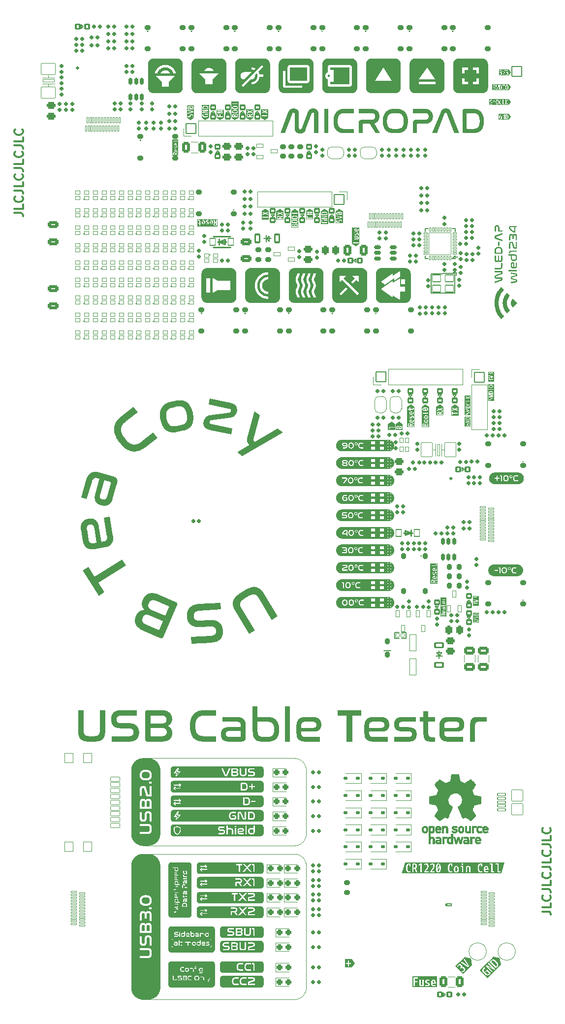
<source format=gbr>
%TF.GenerationSoftware,KiCad,Pcbnew,8.0.3*%
%TF.CreationDate,2024-07-18T08:21:33+12:00*%
%TF.ProjectId,Batch 1,42617463-6820-4312-9e6b-696361645f70,rev?*%
%TF.SameCoordinates,Original*%
%TF.FileFunction,Legend,Top*%
%TF.FilePolarity,Positive*%
%FSLAX46Y46*%
G04 Gerber Fmt 4.6, Leading zero omitted, Abs format (unit mm)*
G04 Created by KiCad (PCBNEW 8.0.3) date 2024-07-18 08:21:33*
%MOMM*%
%LPD*%
G01*
G04 APERTURE LIST*
G04 Aperture macros list*
%AMRoundRect*
0 Rectangle with rounded corners*
0 $1 Rounding radius*
0 $2 $3 $4 $5 $6 $7 $8 $9 X,Y pos of 4 corners*
0 Add a 4 corners polygon primitive as box body*
4,1,4,$2,$3,$4,$5,$6,$7,$8,$9,$2,$3,0*
0 Add four circle primitives for the rounded corners*
1,1,$1+$1,$2,$3*
1,1,$1+$1,$4,$5*
1,1,$1+$1,$6,$7*
1,1,$1+$1,$8,$9*
0 Add four rect primitives between the rounded corners*
20,1,$1+$1,$2,$3,$4,$5,0*
20,1,$1+$1,$4,$5,$6,$7,0*
20,1,$1+$1,$6,$7,$8,$9,0*
20,1,$1+$1,$8,$9,$2,$3,0*%
%AMFreePoly0*
4,1,35,0.535355,0.785355,0.550000,0.750000,0.550000,-0.750000,0.535355,-0.785355,0.500000,-0.800000,0.000000,-0.800000,-0.012286,-0.794911,-0.071157,-0.794911,-0.085244,-0.792886,-0.221795,-0.752791,-0.234740,-0.746879,-0.354462,-0.669938,-0.365217,-0.660618,-0.458414,-0.553063,-0.466109,-0.541091,-0.525228,-0.411637,-0.529237,-0.397982,-0.549491,-0.257116,-0.550000,-0.250000,-0.550000,0.250000,
-0.549491,0.257116,-0.529237,0.397982,-0.525228,0.411637,-0.466109,0.541091,-0.458414,0.553063,-0.365217,0.660618,-0.354462,0.669938,-0.234740,0.746879,-0.221795,0.752791,-0.085244,0.792886,-0.071157,0.794911,-0.012286,0.794911,0.000000,0.800000,0.500000,0.800000,0.535355,0.785355,0.535355,0.785355,$1*%
%AMFreePoly1*
4,1,35,0.012286,0.794911,0.071157,0.794911,0.085244,0.792886,0.221795,0.752791,0.234740,0.746879,0.354462,0.669938,0.365217,0.660618,0.458414,0.553063,0.466109,0.541091,0.525228,0.411637,0.529237,0.397982,0.549491,0.257116,0.550000,0.250000,0.550000,-0.250000,0.549491,-0.257116,0.529237,-0.397982,0.525228,-0.411637,0.466109,-0.541091,0.458414,-0.553063,0.365217,-0.660618,
0.354462,-0.669938,0.234740,-0.746879,0.221795,-0.752791,0.085244,-0.792886,0.071157,-0.794911,0.012286,-0.794911,0.000000,-0.800000,-0.500000,-0.800000,-0.535355,-0.785355,-0.550000,-0.750000,-0.550000,0.750000,-0.535355,0.785355,-0.500000,0.800000,0.000000,0.800000,0.012286,0.794911,0.012286,0.794911,$1*%
%AMFreePoly2*
4,1,20,1.085355,0.835355,1.100000,0.800000,1.100000,0.350000,1.085355,0.314645,1.078673,0.309038,0.600000,-0.026033,0.600000,-0.379290,0.835355,-0.614645,0.850000,-0.650000,0.850000,-0.800000,0.835355,-0.835355,0.800000,-0.850000,-1.050000,-0.850000,-1.085355,-0.835355,-1.100000,-0.800000,-1.100000,0.800000,-1.085355,0.835355,-1.050000,0.850000,1.050000,0.850000,1.085355,0.835355,
1.085355,0.835355,$1*%
%AMFreePoly3*
4,1,20,1.085355,0.835355,1.100000,0.800000,1.100000,-0.800000,1.085355,-0.835355,1.050000,-0.850000,-0.800000,-0.850000,-0.835355,-0.835355,-0.850000,-0.800000,-0.850000,-0.650000,-0.835355,-0.614645,-0.600000,-0.379290,-0.600000,-0.026033,-1.078673,0.309038,-1.099239,0.341311,-1.100000,0.350000,-1.100000,0.800000,-1.085355,0.835355,-1.050000,0.850000,1.050000,0.850000,1.085355,0.835355,
1.085355,0.835355,$1*%
G04 Aperture macros list end*
%ADD10C,0.000000*%
%ADD11C,0.100000*%
%ADD12C,0.300000*%
%ADD13C,0.059995*%
%ADD14C,0.120000*%
%ADD15C,0.254000*%
%ADD16C,0.150000*%
%ADD17C,0.160000*%
%ADD18C,0.152400*%
%ADD19C,0.010000*%
%ADD20C,0.151994*%
%ADD21C,0.200000*%
%ADD22RoundRect,0.270000X-0.405000X-0.655000X0.405000X-0.655000X0.405000X0.655000X-0.405000X0.655000X0*%
%ADD23RoundRect,0.050000X0.400000X0.325006X-0.400000X0.325006X-0.400000X-0.325006X0.400000X-0.325006X0*%
%ADD24RoundRect,0.160000X-0.160000X-0.210000X0.160000X-0.210000X0.160000X0.210000X-0.160000X0.210000X0*%
%ADD25RoundRect,0.160000X-0.210000X0.160000X-0.210000X-0.160000X0.210000X-0.160000X0.210000X0.160000X0*%
%ADD26RoundRect,0.050000X0.300000X-0.535001X0.300000X0.535001X-0.300000X0.535001X-0.300000X-0.535001X0*%
%ADD27RoundRect,0.243750X-0.243750X-0.281250X0.243750X-0.281250X0.243750X0.281250X-0.243750X0.281250X0*%
%ADD28RoundRect,0.160000X0.160000X0.210000X-0.160000X0.210000X-0.160000X-0.210000X0.160000X-0.210000X0*%
%ADD29RoundRect,0.137500X0.212500X0.137500X-0.212500X0.137500X-0.212500X-0.137500X0.212500X-0.137500X0*%
%ADD30RoundRect,0.160000X0.210000X-0.160000X0.210000X0.160000X-0.210000X0.160000X-0.210000X-0.160000X0*%
%ADD31RoundRect,0.050000X-0.400000X-0.325006X0.400000X-0.325006X0.400000X0.325006X-0.400000X0.325006X0*%
%ADD32RoundRect,0.274390X-0.475610X0.288110X-0.475610X-0.288110X0.475610X-0.288110X0.475610X0.288110X0*%
%ADD33RoundRect,0.225000X-0.325000X-0.225000X0.325000X-0.225000X0.325000X0.225000X-0.325000X0.225000X0*%
%ADD34RoundRect,0.274390X0.475610X-0.288110X0.475610X0.288110X-0.475610X0.288110X-0.475610X-0.288110X0*%
%ADD35RoundRect,0.050000X0.535001X0.300000X-0.535001X0.300000X-0.535001X-0.300000X0.535001X-0.300000X0*%
%ADD36C,0.500000*%
%ADD37RoundRect,0.270000X0.655000X-0.405000X0.655000X0.405000X-0.655000X0.405000X-0.655000X-0.405000X0*%
%ADD38RoundRect,0.050000X0.500000X0.600000X-0.500000X0.600000X-0.500000X-0.600000X0.500000X-0.600000X0*%
%ADD39C,2.100000*%
%ADD40RoundRect,0.225000X0.225000X0.300000X-0.225000X0.300000X-0.225000X-0.300000X0.225000X-0.300000X0*%
%ADD41RoundRect,0.165789X0.384211X-0.359211X0.384211X0.359211X-0.384211X0.359211X-0.384211X-0.359211X0*%
%ADD42C,0.650013*%
%ADD43RoundRect,0.050000X0.150000X0.475006X-0.150000X0.475006X-0.150000X-0.475006X0.150000X-0.475006X0*%
%ADD44O,1.100000X2.400000*%
%ADD45O,1.700000X2.400000*%
%ADD46C,5.100000*%
%ADD47RoundRect,0.165789X-0.384211X0.359211X-0.384211X-0.359211X0.384211X-0.359211X0.384211X0.359211X0*%
%ADD48RoundRect,0.165789X-0.359211X-0.384211X0.359211X-0.384211X0.359211X0.384211X-0.359211X0.384211X0*%
%ADD49RoundRect,0.225000X0.300000X-0.225000X0.300000X0.225000X-0.300000X0.225000X-0.300000X-0.225000X0*%
%ADD50RoundRect,0.225000X0.325000X0.225000X-0.325000X0.225000X-0.325000X-0.225000X0.325000X-0.225000X0*%
%ADD51RoundRect,0.050000X0.475006X-0.150000X0.475006X0.150000X-0.475006X0.150000X-0.475006X-0.150000X0*%
%ADD52O,2.400000X1.100000*%
%ADD53O,2.400000X1.700000*%
%ADD54RoundRect,0.050000X-0.950000X-1.200000X0.950000X-1.200000X0.950000X1.200000X-0.950000X1.200000X0*%
%ADD55FreePoly0,180.000000*%
%ADD56FreePoly1,180.000000*%
%ADD57RoundRect,0.050000X0.282829X0.270002X-0.282829X0.270002X-0.282829X-0.270002X0.282829X-0.270002X0*%
%ADD58RoundRect,0.270000X0.405000X0.655000X-0.405000X0.655000X-0.405000X-0.655000X0.405000X-0.655000X0*%
%ADD59RoundRect,0.050000X-0.850000X0.850000X-0.850000X-0.850000X0.850000X-0.850000X0.850000X0.850000X0*%
%ADD60O,1.800000X1.800000*%
%ADD61RoundRect,0.272222X-0.652778X0.340278X-0.652778X-0.340278X0.652778X-0.340278X0.652778X0.340278X0*%
%ADD62RoundRect,0.050000X0.850000X-0.850000X0.850000X0.850000X-0.850000X0.850000X-0.850000X-0.850000X0*%
%ADD63C,1.448000*%
%ADD64RoundRect,0.175000X0.425000X0.175000X-0.425000X0.175000X-0.425000X-0.175000X0.425000X-0.175000X0*%
%ADD65RoundRect,0.274390X0.288110X0.475610X-0.288110X0.475610X-0.288110X-0.475610X0.288110X-0.475610X0*%
%ADD66RoundRect,0.050000X-0.300000X0.535001X-0.300000X-0.535001X0.300000X-0.535001X0.300000X0.535001X0*%
%ADD67C,0.700000*%
%ADD68RoundRect,0.050000X0.675000X-0.200000X0.675000X0.200000X-0.675000X0.200000X-0.675000X-0.200000X0*%
%ADD69FreePoly2,90.000000*%
%ADD70O,1.800000X1.100000*%
%ADD71RoundRect,0.050000X0.950000X-0.950000X0.950000X0.950000X-0.950000X0.950000X-0.950000X-0.950000X0*%
%ADD72O,1.800000X0.950000*%
%ADD73FreePoly3,90.000000*%
%ADD74RoundRect,0.225000X-0.225000X0.325000X-0.225000X-0.325000X0.225000X-0.325000X0.225000X0.325000X0*%
%ADD75RoundRect,0.050000X0.325006X-0.400000X0.325006X0.400000X-0.325006X0.400000X-0.325006X-0.400000X0*%
%ADD76RoundRect,0.160001X0.172828X0.160001X-0.172828X0.160001X-0.172828X-0.160001X0.172828X-0.160001X0*%
%ADD77FreePoly0,90.000000*%
%ADD78FreePoly1,90.000000*%
%ADD79RoundRect,0.165789X0.359211X0.384211X-0.359211X0.384211X-0.359211X-0.384211X0.359211X-0.384211X0*%
%ADD80RoundRect,0.175000X-0.175000X0.425000X-0.175000X-0.425000X0.175000X-0.425000X0.175000X0.425000X0*%
%ADD81FreePoly0,0.000000*%
%ADD82FreePoly1,0.000000*%
%ADD83RoundRect,0.272222X0.652778X-0.340278X0.652778X0.340278X-0.652778X0.340278X-0.652778X-0.340278X0*%
%ADD84RoundRect,0.050000X0.700000X0.600000X-0.700000X0.600000X-0.700000X-0.600000X0.700000X-0.600000X0*%
%ADD85RoundRect,0.050000X-0.500000X-0.600000X0.500000X-0.600000X0.500000X0.600000X-0.500000X0.600000X0*%
%ADD86RoundRect,0.050000X-0.475006X0.150000X-0.475006X-0.150000X0.475006X-0.150000X0.475006X0.150000X0*%
%ADD87RoundRect,0.165000X0.385000X0.685000X-0.385000X0.685000X-0.385000X-0.685000X0.385000X-0.685000X0*%
%ADD88O,0.370003X1.600000*%
%ADD89O,1.600000X0.370003*%
%ADD90RoundRect,0.050000X-0.535001X-0.300000X0.535001X-0.300000X0.535001X0.300000X-0.535001X0.300000X0*%
%ADD91RoundRect,0.050000X0.325006X0.140005X-0.325006X0.140005X-0.325006X-0.140005X0.325006X-0.140005X0*%
%ADD92RoundRect,0.050000X0.140005X0.325006X-0.140005X0.325006X-0.140005X-0.325006X0.140005X-0.325006X0*%
%ADD93RoundRect,0.050000X1.900000X1.900000X-1.900000X1.900000X-1.900000X-1.900000X1.900000X-1.900000X0*%
%ADD94RoundRect,0.050000X1.200000X-0.950000X1.200000X0.950000X-1.200000X0.950000X-1.200000X-0.950000X0*%
%ADD95RoundRect,0.050000X0.550000X-1.400000X0.550000X1.400000X-0.550000X1.400000X-0.550000X-1.400000X0*%
%ADD96RoundRect,0.225000X-0.300000X0.225000X-0.300000X-0.225000X0.300000X-0.225000X0.300000X0.225000X0*%
%ADD97RoundRect,0.050000X-0.850000X-0.850000X0.850000X-0.850000X0.850000X0.850000X-0.850000X0.850000X0*%
%ADD98RoundRect,0.212503X0.212503X-0.337497X0.212503X0.337497X-0.212503X0.337497X-0.212503X-0.337497X0*%
%ADD99RoundRect,0.165000X-0.685000X0.385000X-0.685000X-0.385000X0.685000X-0.385000X0.685000X0.385000X0*%
%ADD100RoundRect,0.175000X0.175000X-0.425000X0.175000X0.425000X-0.175000X0.425000X-0.175000X-0.425000X0*%
%ADD101C,1.400025*%
%ADD102C,1.600025*%
%ADD103RoundRect,0.725000X0.636396X1.661701X-1.661701X-0.636396X-0.636396X-1.661701X1.661701X0.636396X0*%
%ADD104RoundRect,0.050000X-0.150000X-0.475006X0.150000X-0.475006X0.150000X0.475006X-0.150000X0.475006X0*%
%ADD105RoundRect,0.050000X-0.800000X0.350000X-0.800000X-0.350000X0.800000X-0.350000X0.800000X0.350000X0*%
%ADD106O,3.100000X1.300000*%
%ADD107RoundRect,0.050000X-0.750000X0.800000X-0.750000X-0.800000X0.750000X-0.800000X0.750000X0.800000X0*%
G04 APERTURE END LIST*
D10*
G36*
X97907689Y-92304183D02*
G01*
X97924495Y-92305837D01*
X97940662Y-92308153D01*
X97956197Y-92311134D01*
X97971102Y-92314780D01*
X97985385Y-92319093D01*
X97999048Y-92324073D01*
X98012097Y-92329721D01*
X98024537Y-92336038D01*
X98036372Y-92343026D01*
X98047608Y-92350686D01*
X98058249Y-92359018D01*
X98068299Y-92368024D01*
X98077765Y-92377705D01*
X98086649Y-92388061D01*
X98094959Y-92399094D01*
X98102697Y-92410805D01*
X98109869Y-92423194D01*
X98116480Y-92436264D01*
X98122535Y-92450014D01*
X98128038Y-92464447D01*
X98132994Y-92479562D01*
X98137407Y-92495361D01*
X98144628Y-92529017D01*
X98149738Y-92565421D01*
X98152776Y-92604582D01*
X98153780Y-92646509D01*
X98152793Y-92688701D01*
X98149800Y-92728095D01*
X98147537Y-92746747D01*
X98144757Y-92764703D01*
X98141452Y-92781964D01*
X98137618Y-92798533D01*
X98133249Y-92814410D01*
X98128340Y-92829598D01*
X98122884Y-92844096D01*
X98116876Y-92857906D01*
X98110310Y-92871030D01*
X98103182Y-92883469D01*
X98095484Y-92895224D01*
X98087212Y-92906297D01*
X98078360Y-92916689D01*
X98068922Y-92926400D01*
X98058893Y-92935434D01*
X98048267Y-92943789D01*
X98037038Y-92951469D01*
X98025201Y-92958475D01*
X98012751Y-92964807D01*
X97999681Y-92970467D01*
X97985985Y-92975456D01*
X97971659Y-92979776D01*
X97956697Y-92983427D01*
X97941093Y-92986412D01*
X97924841Y-92988731D01*
X97907936Y-92990386D01*
X97890372Y-92991378D01*
X97872144Y-92991709D01*
X97836328Y-92990386D01*
X97819395Y-92988731D01*
X97803106Y-92986412D01*
X97787455Y-92983427D01*
X97772437Y-92979776D01*
X97758049Y-92975456D01*
X97744284Y-92970467D01*
X97731138Y-92964807D01*
X97718607Y-92958475D01*
X97706685Y-92951469D01*
X97695367Y-92943789D01*
X97684648Y-92935434D01*
X97674525Y-92926400D01*
X97664991Y-92916689D01*
X97656042Y-92906297D01*
X97647673Y-92895224D01*
X97639880Y-92883469D01*
X97632657Y-92871030D01*
X97625999Y-92857906D01*
X97619902Y-92844096D01*
X97614360Y-92829598D01*
X97609370Y-92814410D01*
X97604925Y-92798533D01*
X97597655Y-92764703D01*
X97592510Y-92728095D01*
X97589451Y-92688701D01*
X97588440Y-92646509D01*
X97589451Y-92604582D01*
X97590722Y-92584656D01*
X97592510Y-92565421D01*
X97594819Y-92546875D01*
X97597655Y-92529017D01*
X97601022Y-92511846D01*
X97604925Y-92495361D01*
X97609370Y-92479562D01*
X97614360Y-92464447D01*
X97619902Y-92450014D01*
X97625999Y-92436264D01*
X97632657Y-92423194D01*
X97639880Y-92410805D01*
X97647673Y-92399094D01*
X97656042Y-92388061D01*
X97664991Y-92377705D01*
X97674525Y-92368024D01*
X97684648Y-92359018D01*
X97695367Y-92350686D01*
X97706685Y-92343026D01*
X97718607Y-92336038D01*
X97731138Y-92329721D01*
X97744284Y-92324073D01*
X97758049Y-92319093D01*
X97772437Y-92314780D01*
X97787455Y-92311134D01*
X97803106Y-92308153D01*
X97819395Y-92305837D01*
X97836328Y-92304183D01*
X97853909Y-92303192D01*
X97872144Y-92302862D01*
X97907689Y-92304183D01*
G37*
G36*
X71250184Y-107670001D02*
G01*
X71266997Y-107671655D01*
X71283174Y-107673971D01*
X71298720Y-107676952D01*
X71313640Y-107680598D01*
X71327937Y-107684911D01*
X71341618Y-107689891D01*
X71354686Y-107695539D01*
X71367146Y-107701856D01*
X71379003Y-107708844D01*
X71390261Y-107716504D01*
X71400924Y-107724836D01*
X71410999Y-107733842D01*
X71420488Y-107743523D01*
X71429397Y-107753879D01*
X71437731Y-107764912D01*
X71445493Y-107776623D01*
X71452689Y-107789012D01*
X71459323Y-107802082D01*
X71465400Y-107815832D01*
X71470924Y-107830264D01*
X71475900Y-107845380D01*
X71480333Y-107861179D01*
X71487587Y-107894835D01*
X71492722Y-107931239D01*
X71495777Y-107970400D01*
X71496786Y-108012327D01*
X71495793Y-108054512D01*
X71492784Y-108093890D01*
X71490510Y-108112530D01*
X71487715Y-108130472D01*
X71484395Y-108147718D01*
X71480544Y-108164269D01*
X71476156Y-108180127D01*
X71471226Y-108195294D01*
X71465749Y-108209771D01*
X71459718Y-108223559D01*
X71453130Y-108236660D01*
X71445977Y-108249076D01*
X71438256Y-108260807D01*
X71429960Y-108271856D01*
X71421084Y-108282224D01*
X71411622Y-108291912D01*
X71401569Y-108300921D01*
X71390920Y-108309254D01*
X71379669Y-108316912D01*
X71367811Y-108323896D01*
X71355340Y-108330208D01*
X71342251Y-108335850D01*
X71328538Y-108340822D01*
X71314197Y-108345126D01*
X71299221Y-108348764D01*
X71283605Y-108351737D01*
X71267343Y-108354047D01*
X71250431Y-108355695D01*
X71232863Y-108356683D01*
X71214633Y-108357012D01*
X71178818Y-108355695D01*
X71161885Y-108354047D01*
X71145595Y-108351737D01*
X71129944Y-108348764D01*
X71114927Y-108345126D01*
X71100538Y-108340822D01*
X71086773Y-108335850D01*
X71073628Y-108330208D01*
X71061096Y-108323896D01*
X71049174Y-108316912D01*
X71037856Y-108309254D01*
X71027138Y-108300921D01*
X71017014Y-108291912D01*
X71007480Y-108282224D01*
X70998531Y-108271856D01*
X70990163Y-108260807D01*
X70982369Y-108249076D01*
X70975146Y-108236660D01*
X70968488Y-108223559D01*
X70962391Y-108209771D01*
X70956850Y-108195294D01*
X70951859Y-108180127D01*
X70947414Y-108164269D01*
X70940144Y-108130472D01*
X70934999Y-108093890D01*
X70931940Y-108054512D01*
X70930929Y-108012327D01*
X70931940Y-107970400D01*
X70933211Y-107950474D01*
X70934999Y-107931239D01*
X70937308Y-107912693D01*
X70940144Y-107894835D01*
X70943511Y-107877664D01*
X70947414Y-107861179D01*
X70951859Y-107845380D01*
X70956850Y-107830264D01*
X70962391Y-107815832D01*
X70968488Y-107802082D01*
X70975146Y-107789012D01*
X70982369Y-107776623D01*
X70990163Y-107764912D01*
X70998531Y-107753879D01*
X71007480Y-107743523D01*
X71017014Y-107733842D01*
X71027138Y-107724836D01*
X71037856Y-107716504D01*
X71049174Y-107708844D01*
X71061096Y-107701856D01*
X71073628Y-107695539D01*
X71086773Y-107689891D01*
X71100538Y-107684911D01*
X71114927Y-107680598D01*
X71129944Y-107676952D01*
X71145595Y-107673971D01*
X71161885Y-107671655D01*
X71178818Y-107670001D01*
X71196399Y-107669010D01*
X71214633Y-107668680D01*
X71250184Y-107670001D01*
G37*
G36*
X34354085Y-132508003D02*
G01*
X34354085Y-133452002D01*
X31586086Y-133452002D01*
X31541132Y-133452771D01*
X31497760Y-133455059D01*
X31455962Y-133458838D01*
X31415727Y-133464080D01*
X31377045Y-133470759D01*
X31339905Y-133478844D01*
X31304297Y-133488310D01*
X31270212Y-133499127D01*
X31237638Y-133511269D01*
X31206565Y-133524707D01*
X31176984Y-133539414D01*
X31148883Y-133555362D01*
X31122254Y-133572522D01*
X31097085Y-133590868D01*
X31073366Y-133610370D01*
X31051087Y-133631002D01*
X31030237Y-133652736D01*
X31010807Y-133675543D01*
X30992787Y-133699397D01*
X30976165Y-133724268D01*
X30960932Y-133750130D01*
X30947077Y-133776954D01*
X30934591Y-133804712D01*
X30923462Y-133833377D01*
X30913681Y-133862921D01*
X30905237Y-133893317D01*
X30898121Y-133924535D01*
X30892321Y-133956549D01*
X30887828Y-133989331D01*
X30884632Y-134022852D01*
X30882721Y-134057085D01*
X30882087Y-134092002D01*
X30884128Y-134153242D01*
X30890540Y-134213674D01*
X30901757Y-134272864D01*
X30918212Y-134330377D01*
X30940339Y-134385782D01*
X30953665Y-134412557D01*
X30968571Y-134438643D01*
X30985113Y-134463984D01*
X31003343Y-134488528D01*
X31023316Y-134512218D01*
X31045087Y-134535002D01*
X31068709Y-134556825D01*
X31094237Y-134577633D01*
X31121725Y-134597372D01*
X31151228Y-134615987D01*
X31182798Y-134633424D01*
X31216491Y-134649629D01*
X31252361Y-134664548D01*
X31290462Y-134678127D01*
X31330848Y-134690311D01*
X31373573Y-134701047D01*
X31418692Y-134710280D01*
X31466259Y-134717955D01*
X31516328Y-134724019D01*
X31568952Y-134728418D01*
X31624187Y-134731097D01*
X31682087Y-134732002D01*
X32946087Y-134732002D01*
X33080806Y-134734367D01*
X33209060Y-134741356D01*
X33330991Y-134752812D01*
X33446743Y-134768580D01*
X33556460Y-134788502D01*
X33660286Y-134812422D01*
X33758363Y-134840183D01*
X33850837Y-134871627D01*
X33937849Y-134906599D01*
X34019543Y-134944942D01*
X34096064Y-134986498D01*
X34167555Y-135031112D01*
X34234159Y-135078625D01*
X34296020Y-135128883D01*
X34353281Y-135181727D01*
X34406086Y-135237002D01*
X34454579Y-135294550D01*
X34498903Y-135354215D01*
X34539201Y-135415840D01*
X34575617Y-135479268D01*
X34608296Y-135544342D01*
X34637379Y-135610906D01*
X34663011Y-135678804D01*
X34685336Y-135747877D01*
X34720637Y-135888926D01*
X34744430Y-136032799D01*
X34757863Y-136178242D01*
X34762086Y-136324002D01*
X34756305Y-136492084D01*
X34738711Y-136653908D01*
X34708930Y-136808842D01*
X34689352Y-136883527D01*
X34666586Y-136956252D01*
X34640586Y-137026938D01*
X34611305Y-137095506D01*
X34578696Y-137161877D01*
X34542711Y-137225971D01*
X34503305Y-137287709D01*
X34460430Y-137347014D01*
X34414040Y-137403804D01*
X34364087Y-137458002D01*
X34310524Y-137509528D01*
X34253306Y-137558302D01*
X34192384Y-137604247D01*
X34127712Y-137647283D01*
X34059243Y-137687330D01*
X33986931Y-137724310D01*
X33910728Y-137758144D01*
X33830587Y-137788751D01*
X33746462Y-137816055D01*
X33658306Y-137839974D01*
X33566072Y-137860431D01*
X33469712Y-137877345D01*
X33369181Y-137890639D01*
X33264431Y-137900232D01*
X33155416Y-137906046D01*
X33042088Y-137908001D01*
X30034088Y-137908001D01*
X30034088Y-136964002D01*
X33074088Y-136964002D01*
X33121269Y-136963187D01*
X33166819Y-136960762D01*
X33210745Y-136956758D01*
X33253057Y-136951205D01*
X33293763Y-136944135D01*
X33332873Y-136935578D01*
X33370395Y-136925565D01*
X33406338Y-136914127D01*
X33440710Y-136901294D01*
X33473521Y-136887098D01*
X33504780Y-136871568D01*
X33534494Y-136854736D01*
X33562673Y-136836633D01*
X33589326Y-136817289D01*
X33614461Y-136796735D01*
X33638088Y-136775002D01*
X33660214Y-136752121D01*
X33680849Y-136728121D01*
X33700002Y-136703035D01*
X33717681Y-136676893D01*
X33733896Y-136649725D01*
X33748654Y-136621563D01*
X33761965Y-136592436D01*
X33773838Y-136562377D01*
X33784281Y-136531415D01*
X33793303Y-136499582D01*
X33800912Y-136466908D01*
X33807119Y-136433424D01*
X33811931Y-136399161D01*
X33815357Y-136364149D01*
X33817407Y-136328419D01*
X33818088Y-136292002D01*
X33815859Y-136226447D01*
X33808885Y-136162065D01*
X33796730Y-136099276D01*
X33778963Y-136038502D01*
X33767839Y-136009003D01*
X33755148Y-135980166D01*
X33740838Y-135952044D01*
X33724853Y-135924690D01*
X33707140Y-135898155D01*
X33687645Y-135872494D01*
X33666312Y-135847759D01*
X33643088Y-135824002D01*
X33617919Y-135801277D01*
X33590750Y-135779635D01*
X33561528Y-135759130D01*
X33530197Y-135739815D01*
X33496705Y-135721741D01*
X33460996Y-135704963D01*
X33423017Y-135689532D01*
X33382713Y-135675502D01*
X33340031Y-135662925D01*
X33294915Y-135651854D01*
X33247311Y-135642341D01*
X33197167Y-135634440D01*
X33144426Y-135628202D01*
X33089036Y-135623682D01*
X33030942Y-135620931D01*
X32970089Y-135620002D01*
X31714090Y-135620002D01*
X31582301Y-135617661D01*
X31456840Y-135610744D01*
X31337566Y-135599409D01*
X31224340Y-135583815D01*
X31117019Y-135564118D01*
X31015465Y-135540479D01*
X30919535Y-135513054D01*
X30829090Y-135482002D01*
X30743988Y-135447482D01*
X30664090Y-135409651D01*
X30589254Y-135368667D01*
X30519340Y-135324690D01*
X30454207Y-135277876D01*
X30393715Y-135228385D01*
X30337723Y-135176374D01*
X30286090Y-135122002D01*
X30238676Y-135065427D01*
X30195340Y-135006807D01*
X30155941Y-134946300D01*
X30120340Y-134884065D01*
X30088394Y-134820259D01*
X30059965Y-134755041D01*
X30034910Y-134688569D01*
X30013090Y-134621002D01*
X29978590Y-134483213D01*
X29955340Y-134342940D01*
X29942215Y-134201447D01*
X29938090Y-134060002D01*
X29943773Y-133894916D01*
X29961058Y-133736065D01*
X29990297Y-133584057D01*
X30009508Y-133510810D01*
X30031840Y-133439502D01*
X30057335Y-133370210D01*
X30086039Y-133303010D01*
X30117994Y-133237978D01*
X30153246Y-133175190D01*
X30191837Y-133114722D01*
X30233812Y-133056651D01*
X30279215Y-133001052D01*
X30328090Y-132948002D01*
X30380480Y-132897578D01*
X30436430Y-132849854D01*
X30495983Y-132804908D01*
X30559184Y-132762815D01*
X30626076Y-132723652D01*
X30696703Y-132687495D01*
X30771110Y-132654419D01*
X30849340Y-132624502D01*
X30931437Y-132597820D01*
X31017445Y-132574448D01*
X31107409Y-132554462D01*
X31201371Y-132537940D01*
X31299377Y-132524956D01*
X31401469Y-132515588D01*
X31507692Y-132509912D01*
X31618090Y-132508002D01*
X34354085Y-132508003D01*
G37*
G36*
X71194885Y-98670032D02*
G01*
X71211690Y-98671685D01*
X71227858Y-98674002D01*
X71243392Y-98676983D01*
X71258298Y-98680629D01*
X71272580Y-98684941D01*
X71286243Y-98689921D01*
X71299293Y-98695569D01*
X71311732Y-98701887D01*
X71323568Y-98708875D01*
X71334803Y-98716535D01*
X71345444Y-98724867D01*
X71355495Y-98733873D01*
X71364960Y-98743554D01*
X71373845Y-98753910D01*
X71382154Y-98764943D01*
X71389893Y-98776654D01*
X71397065Y-98789043D01*
X71403676Y-98802113D01*
X71409730Y-98815864D01*
X71415233Y-98830296D01*
X71420189Y-98845412D01*
X71424603Y-98861212D01*
X71431824Y-98894867D01*
X71436934Y-98931272D01*
X71439972Y-98970434D01*
X71440976Y-99012361D01*
X71439988Y-99054547D01*
X71436995Y-99093924D01*
X71434733Y-99112564D01*
X71431952Y-99130506D01*
X71428648Y-99147751D01*
X71424814Y-99164303D01*
X71420445Y-99180161D01*
X71415535Y-99195328D01*
X71410079Y-99209804D01*
X71404071Y-99223592D01*
X71397506Y-99236693D01*
X71390377Y-99249109D01*
X71382680Y-99260840D01*
X71374408Y-99271888D01*
X71365556Y-99282256D01*
X71356118Y-99291944D01*
X71346089Y-99300953D01*
X71335463Y-99309286D01*
X71324234Y-99316944D01*
X71312397Y-99323928D01*
X71299946Y-99330240D01*
X71286876Y-99335881D01*
X71273181Y-99340853D01*
X71258855Y-99345157D01*
X71243893Y-99348795D01*
X71228289Y-99351768D01*
X71212037Y-99354077D01*
X71195132Y-99355725D01*
X71177568Y-99356713D01*
X71159340Y-99357042D01*
X71123524Y-99355725D01*
X71106591Y-99354077D01*
X71090301Y-99351768D01*
X71074650Y-99348795D01*
X71059633Y-99345157D01*
X71045244Y-99340853D01*
X71031480Y-99335881D01*
X71018334Y-99330240D01*
X71005802Y-99323928D01*
X70993880Y-99316944D01*
X70982562Y-99309286D01*
X70971844Y-99300953D01*
X70961720Y-99291944D01*
X70952186Y-99282256D01*
X70943238Y-99271888D01*
X70934869Y-99260840D01*
X70927075Y-99249109D01*
X70919852Y-99236693D01*
X70913194Y-99223592D01*
X70907097Y-99209804D01*
X70901556Y-99195328D01*
X70896565Y-99180161D01*
X70892121Y-99164303D01*
X70884850Y-99130506D01*
X70879705Y-99093924D01*
X70876647Y-99054547D01*
X70875636Y-99012361D01*
X70876647Y-98970434D01*
X70877917Y-98950508D01*
X70879705Y-98931272D01*
X70882014Y-98912725D01*
X70884850Y-98894867D01*
X70888217Y-98877696D01*
X70892121Y-98861212D01*
X70896565Y-98845412D01*
X70901556Y-98830296D01*
X70907097Y-98815864D01*
X70913194Y-98802113D01*
X70919852Y-98789043D01*
X70927075Y-98776654D01*
X70934869Y-98764943D01*
X70943238Y-98753910D01*
X70952186Y-98743554D01*
X70961720Y-98733873D01*
X70971844Y-98724867D01*
X70982562Y-98716535D01*
X70993880Y-98708875D01*
X71005802Y-98701887D01*
X71018334Y-98695569D01*
X71031480Y-98689921D01*
X71045244Y-98684941D01*
X71059633Y-98680629D01*
X71074650Y-98676983D01*
X71090301Y-98674002D01*
X71106591Y-98671685D01*
X71123524Y-98670032D01*
X71141105Y-98669041D01*
X71159340Y-98668710D01*
X71194885Y-98670032D01*
G37*
G36*
X70743238Y-110669818D02*
G01*
X70760051Y-110671472D01*
X70776228Y-110673788D01*
X70791774Y-110676769D01*
X70806694Y-110680415D01*
X70820992Y-110684728D01*
X70834672Y-110689707D01*
X70847740Y-110695356D01*
X70860200Y-110701673D01*
X70872057Y-110708661D01*
X70883315Y-110716321D01*
X70893979Y-110724653D01*
X70904053Y-110733659D01*
X70913542Y-110743340D01*
X70922452Y-110753696D01*
X70930785Y-110764729D01*
X70938547Y-110776440D01*
X70945743Y-110788830D01*
X70952377Y-110801899D01*
X70958454Y-110815650D01*
X70963978Y-110830083D01*
X70968954Y-110845198D01*
X70973387Y-110860998D01*
X70980641Y-110894654D01*
X70985777Y-110931058D01*
X70988831Y-110970220D01*
X70989841Y-111012148D01*
X70988847Y-111054339D01*
X70985838Y-111093733D01*
X70983564Y-111112384D01*
X70980770Y-111130339D01*
X70977449Y-111147601D01*
X70973598Y-111164169D01*
X70969210Y-111180046D01*
X70964280Y-111195233D01*
X70958803Y-111209730D01*
X70952773Y-111223541D01*
X70946184Y-111236664D01*
X70939032Y-111249103D01*
X70931310Y-111260858D01*
X70923014Y-111271930D01*
X70914138Y-111282322D01*
X70904676Y-111292033D01*
X70894623Y-111301066D01*
X70883974Y-111309422D01*
X70872723Y-111317102D01*
X70860865Y-111324107D01*
X70848394Y-111330439D01*
X70835305Y-111336098D01*
X70821592Y-111341087D01*
X70807251Y-111345407D01*
X70792275Y-111349059D01*
X70776659Y-111352043D01*
X70760398Y-111354362D01*
X70743486Y-111356017D01*
X70725917Y-111357009D01*
X70707687Y-111357340D01*
X70671872Y-111356017D01*
X70654939Y-111354362D01*
X70638649Y-111352043D01*
X70622998Y-111349059D01*
X70607981Y-111345407D01*
X70593592Y-111341087D01*
X70579828Y-111336098D01*
X70566682Y-111330439D01*
X70554150Y-111324107D01*
X70542228Y-111317102D01*
X70530910Y-111309422D01*
X70520192Y-111301066D01*
X70510068Y-111292033D01*
X70500534Y-111282322D01*
X70491586Y-111271930D01*
X70483217Y-111260858D01*
X70475423Y-111249103D01*
X70468200Y-111236664D01*
X70461542Y-111223541D01*
X70455445Y-111209730D01*
X70449904Y-111195233D01*
X70444913Y-111180046D01*
X70440469Y-111164169D01*
X70433198Y-111130339D01*
X70428053Y-111093733D01*
X70424994Y-111054339D01*
X70423984Y-111012148D01*
X70424994Y-110970220D01*
X70426265Y-110950294D01*
X70428053Y-110931058D01*
X70430362Y-110912512D01*
X70433198Y-110894654D01*
X70436565Y-110877483D01*
X70440469Y-110860998D01*
X70444913Y-110845198D01*
X70449904Y-110830083D01*
X70455445Y-110815650D01*
X70461542Y-110801899D01*
X70468200Y-110788830D01*
X70475423Y-110776440D01*
X70483217Y-110764729D01*
X70491586Y-110753696D01*
X70500534Y-110743340D01*
X70510068Y-110733659D01*
X70520192Y-110724653D01*
X70530910Y-110716321D01*
X70542228Y-110708661D01*
X70554150Y-110701673D01*
X70566682Y-110695356D01*
X70579828Y-110689707D01*
X70593592Y-110684728D01*
X70607981Y-110680415D01*
X70622998Y-110676769D01*
X70638649Y-110673788D01*
X70654939Y-110671472D01*
X70671872Y-110669818D01*
X70689453Y-110668827D01*
X70707687Y-110668497D01*
X70743238Y-110669818D01*
G37*
G36*
X97626011Y-108114648D02*
G01*
X97642817Y-108116301D01*
X97658985Y-108118618D01*
X97674519Y-108121598D01*
X97689425Y-108125245D01*
X97703707Y-108129557D01*
X97717370Y-108134537D01*
X97730419Y-108140185D01*
X97742859Y-108146503D01*
X97754695Y-108153491D01*
X97765930Y-108161150D01*
X97776571Y-108169482D01*
X97786622Y-108178488D01*
X97796087Y-108188169D01*
X97804972Y-108198525D01*
X97813281Y-108209558D01*
X97821020Y-108221269D01*
X97828192Y-108233658D01*
X97834803Y-108246728D01*
X97840857Y-108260478D01*
X97846360Y-108274911D01*
X97851316Y-108290026D01*
X97855730Y-108305826D01*
X97862951Y-108339481D01*
X97868061Y-108375885D01*
X97871099Y-108415046D01*
X97872103Y-108456973D01*
X97871115Y-108499165D01*
X97868122Y-108538559D01*
X97865860Y-108557211D01*
X97863079Y-108575167D01*
X97859775Y-108592428D01*
X97855941Y-108608997D01*
X97851572Y-108624875D01*
X97846662Y-108640062D01*
X97841206Y-108654560D01*
X97835198Y-108668370D01*
X97828633Y-108681494D01*
X97821504Y-108693933D01*
X97813806Y-108705688D01*
X97805534Y-108716761D01*
X97796682Y-108727153D01*
X97787244Y-108736865D01*
X97777215Y-108745898D01*
X97766589Y-108754254D01*
X97755361Y-108761934D01*
X97743524Y-108768939D01*
X97731073Y-108775271D01*
X97718003Y-108780931D01*
X97704308Y-108785920D01*
X97689982Y-108790240D01*
X97675020Y-108793891D01*
X97659415Y-108796876D01*
X97643163Y-108799195D01*
X97626258Y-108800850D01*
X97608695Y-108801842D01*
X97590466Y-108802173D01*
X97554651Y-108800850D01*
X97537718Y-108799195D01*
X97521428Y-108796876D01*
X97505777Y-108793891D01*
X97490760Y-108790240D01*
X97476371Y-108785920D01*
X97462606Y-108780931D01*
X97449461Y-108775271D01*
X97436929Y-108768939D01*
X97425007Y-108761934D01*
X97413689Y-108754254D01*
X97402971Y-108745898D01*
X97392847Y-108736865D01*
X97383313Y-108727153D01*
X97374364Y-108716761D01*
X97365996Y-108705688D01*
X97358202Y-108693933D01*
X97350979Y-108681494D01*
X97344321Y-108668370D01*
X97338224Y-108654560D01*
X97332682Y-108640062D01*
X97327692Y-108624875D01*
X97323247Y-108608997D01*
X97315977Y-108575167D01*
X97310832Y-108538559D01*
X97307773Y-108499165D01*
X97306762Y-108456973D01*
X97307773Y-108415046D01*
X97309044Y-108395121D01*
X97310832Y-108375885D01*
X97313141Y-108357339D01*
X97315977Y-108339481D01*
X97319344Y-108322310D01*
X97323247Y-108305826D01*
X97327692Y-108290026D01*
X97332682Y-108274911D01*
X97338224Y-108260478D01*
X97344321Y-108246728D01*
X97350979Y-108233658D01*
X97358202Y-108221269D01*
X97365996Y-108209558D01*
X97374364Y-108198525D01*
X97383313Y-108188169D01*
X97392847Y-108178488D01*
X97402971Y-108169482D01*
X97413689Y-108161150D01*
X97425007Y-108153491D01*
X97436929Y-108146503D01*
X97449461Y-108140185D01*
X97462606Y-108134537D01*
X97476371Y-108129557D01*
X97490760Y-108125245D01*
X97505777Y-108121598D01*
X97521428Y-108118618D01*
X97537718Y-108116301D01*
X97554651Y-108114648D01*
X97572232Y-108113656D01*
X97590466Y-108113326D01*
X97626011Y-108114648D01*
G37*
G36*
X41077353Y-164248923D02*
G01*
X41085472Y-164249838D01*
X41093134Y-164251394D01*
X41096790Y-164252422D01*
X41100325Y-164253620D01*
X41103739Y-164254992D01*
X41107030Y-164256541D01*
X41110194Y-164258270D01*
X41113231Y-164260183D01*
X41116139Y-164262284D01*
X41118916Y-164264574D01*
X41121559Y-164267059D01*
X41124067Y-164269741D01*
X41126438Y-164272623D01*
X41128669Y-164275708D01*
X41130760Y-164279001D01*
X41132708Y-164282504D01*
X41134511Y-164286221D01*
X41136168Y-164290154D01*
X41137676Y-164294308D01*
X41139033Y-164298686D01*
X41140238Y-164303291D01*
X41141288Y-164308126D01*
X41142182Y-164313194D01*
X41142918Y-164318500D01*
X41143907Y-164329834D01*
X41144241Y-164342157D01*
X41144241Y-164639814D01*
X41077061Y-164639814D01*
X41067972Y-164639487D01*
X41059183Y-164638494D01*
X41050732Y-164636812D01*
X41046646Y-164635707D01*
X41042659Y-164634421D01*
X41038777Y-164632953D01*
X41035004Y-164631299D01*
X41031346Y-164629458D01*
X41027807Y-164627426D01*
X41024393Y-164625200D01*
X41021107Y-164622779D01*
X41017956Y-164620159D01*
X41014945Y-164617338D01*
X41012077Y-164614313D01*
X41009358Y-164611081D01*
X41006794Y-164607640D01*
X41004388Y-164603987D01*
X41002147Y-164600120D01*
X41000074Y-164596035D01*
X40998175Y-164591731D01*
X40996455Y-164587204D01*
X40994919Y-164582452D01*
X40993571Y-164577472D01*
X40992418Y-164572262D01*
X40991463Y-164566819D01*
X40990711Y-164561139D01*
X40990168Y-164555222D01*
X40989839Y-164549063D01*
X40989728Y-164542661D01*
X40989728Y-164338540D01*
X40989819Y-164332792D01*
X40990089Y-164327247D01*
X40990535Y-164321904D01*
X40991157Y-164316761D01*
X40991949Y-164311817D01*
X40992911Y-164307071D01*
X40994040Y-164302521D01*
X40995332Y-164298166D01*
X40996786Y-164294004D01*
X40998398Y-164290035D01*
X41000166Y-164286257D01*
X41002088Y-164282668D01*
X41004161Y-164279267D01*
X41006383Y-164276054D01*
X41008750Y-164273026D01*
X41011260Y-164270182D01*
X41013912Y-164267521D01*
X41016701Y-164265041D01*
X41019625Y-164262742D01*
X41022683Y-164260621D01*
X41025870Y-164258677D01*
X41029186Y-164256910D01*
X41032626Y-164255318D01*
X41036189Y-164253898D01*
X41039872Y-164252651D01*
X41043672Y-164251575D01*
X41047587Y-164250667D01*
X41051614Y-164249928D01*
X41055751Y-164249356D01*
X41059995Y-164248948D01*
X41064343Y-164248705D01*
X41068793Y-164248624D01*
X41077353Y-164248923D01*
G37*
G36*
X55712828Y-149658948D02*
G01*
X55738288Y-149660873D01*
X55763371Y-149664045D01*
X55788046Y-149668432D01*
X55812281Y-149674002D01*
X55836046Y-149680725D01*
X55859310Y-149688571D01*
X55882042Y-149697507D01*
X55904211Y-149707502D01*
X55925785Y-149718527D01*
X55946733Y-149730549D01*
X55967026Y-149743538D01*
X55986631Y-149757462D01*
X56005517Y-149772291D01*
X56023654Y-149787994D01*
X56041011Y-149804539D01*
X56057556Y-149821895D01*
X56073259Y-149840033D01*
X56088088Y-149858919D01*
X56102012Y-149878524D01*
X56115001Y-149898817D01*
X56127023Y-149919765D01*
X56138047Y-149941339D01*
X56148043Y-149963508D01*
X56156979Y-149986240D01*
X56164824Y-150009503D01*
X56171547Y-150033269D01*
X56177117Y-150057504D01*
X56181504Y-150082178D01*
X56184676Y-150107261D01*
X56186601Y-150132721D01*
X56187250Y-150158527D01*
X56187250Y-151158466D01*
X56186601Y-151184271D01*
X56184676Y-151209731D01*
X56181504Y-151234814D01*
X56177117Y-151259488D01*
X56171547Y-151283724D01*
X56164824Y-151307489D01*
X56156979Y-151330753D01*
X56148043Y-151353485D01*
X56138047Y-151375653D01*
X56127023Y-151397227D01*
X56115001Y-151418176D01*
X56102012Y-151438468D01*
X56088088Y-151458073D01*
X56073259Y-151476960D01*
X56057556Y-151495097D01*
X56041011Y-151512454D01*
X56023654Y-151528999D01*
X56005517Y-151544701D01*
X55986631Y-151559530D01*
X55967026Y-151573455D01*
X55946733Y-151586443D01*
X55925785Y-151598466D01*
X55904211Y-151609490D01*
X55882042Y-151619486D01*
X55859310Y-151628422D01*
X55836046Y-151636267D01*
X55812281Y-151642990D01*
X55788046Y-151648561D01*
X55763371Y-151652947D01*
X55738288Y-151656119D01*
X55712828Y-151658045D01*
X55687022Y-151658694D01*
X40687421Y-151658694D01*
X40661615Y-151658045D01*
X40636155Y-151656119D01*
X40611073Y-151652947D01*
X40586398Y-151648561D01*
X40562163Y-151642990D01*
X40538398Y-151636267D01*
X40515134Y-151628422D01*
X40492402Y-151619486D01*
X40470234Y-151609490D01*
X40448660Y-151598466D01*
X40427711Y-151586443D01*
X40407418Y-151573455D01*
X40387813Y-151559530D01*
X40368927Y-151544701D01*
X40350790Y-151528999D01*
X40333433Y-151512454D01*
X40316888Y-151495097D01*
X40301185Y-151476960D01*
X40286356Y-151458073D01*
X40272432Y-151438468D01*
X40259443Y-151418176D01*
X40247421Y-151397227D01*
X40236397Y-151375653D01*
X40226401Y-151353485D01*
X40217465Y-151330753D01*
X40209620Y-151307489D01*
X40202896Y-151283724D01*
X40197326Y-151259488D01*
X40192939Y-151234814D01*
X40189768Y-151209731D01*
X40187842Y-151184271D01*
X40187193Y-151158466D01*
X40187193Y-150883547D01*
X40733413Y-150883547D01*
X41108584Y-150883547D01*
X41033653Y-151408579D01*
X41183515Y-151408579D01*
X41811095Y-150655137D01*
X50231541Y-150655137D01*
X50232173Y-150696838D01*
X50234066Y-150737191D01*
X50237212Y-150776200D01*
X50241604Y-150813864D01*
X50247236Y-150850186D01*
X50254099Y-150885167D01*
X50262187Y-150918809D01*
X50271494Y-150951113D01*
X50282011Y-150982081D01*
X50293732Y-151011714D01*
X50306649Y-151040014D01*
X50320756Y-151066982D01*
X50336046Y-151092619D01*
X50352512Y-151116928D01*
X50370145Y-151139910D01*
X50388940Y-151161566D01*
X50408890Y-151181897D01*
X50429986Y-151200906D01*
X50452223Y-151218594D01*
X50475593Y-151234962D01*
X50500089Y-151250012D01*
X50525704Y-151263746D01*
X50552430Y-151276164D01*
X50580262Y-151287269D01*
X50609191Y-151297061D01*
X50639211Y-151305543D01*
X50670315Y-151312716D01*
X50702495Y-151318582D01*
X50735745Y-151323141D01*
X50770057Y-151326396D01*
X50805424Y-151328348D01*
X50841840Y-151328998D01*
X51049579Y-151328998D01*
X51737909Y-151328998D01*
X51973554Y-151328998D01*
X51973554Y-150260845D01*
X51973636Y-150256399D01*
X51973883Y-150252059D01*
X51974294Y-150247829D01*
X51974869Y-150243712D01*
X51975608Y-150239708D01*
X51976509Y-150235821D01*
X51977573Y-150232052D01*
X51978798Y-150228404D01*
X51980186Y-150224879D01*
X51981734Y-150221479D01*
X51983443Y-150218206D01*
X51985313Y-150215063D01*
X51987343Y-150212052D01*
X51989532Y-150209174D01*
X51991880Y-150206433D01*
X51994386Y-150203831D01*
X51997051Y-150201369D01*
X51999874Y-150199049D01*
X52002854Y-150196875D01*
X52005991Y-150194848D01*
X52009284Y-150192971D01*
X52012734Y-150191245D01*
X52016339Y-150189673D01*
X52020099Y-150188257D01*
X52024015Y-150187000D01*
X52028084Y-150185903D01*
X52032308Y-150184968D01*
X52036685Y-150184199D01*
X52041215Y-150183597D01*
X52045898Y-150183164D01*
X52050733Y-150182902D01*
X52055719Y-150182815D01*
X52063389Y-150183025D01*
X52070659Y-150183661D01*
X52074150Y-150184140D01*
X52077547Y-150184728D01*
X52080852Y-150185426D01*
X52084068Y-150186233D01*
X52087197Y-150187152D01*
X52090241Y-150188182D01*
X52093202Y-150189325D01*
X52096082Y-150190581D01*
X52098883Y-150191951D01*
X52101608Y-150193436D01*
X52104258Y-150195037D01*
X52106836Y-150196754D01*
X52109343Y-150198588D01*
X52111782Y-150200540D01*
X52114155Y-150202611D01*
X52116464Y-150204802D01*
X52118712Y-150207113D01*
X52120899Y-150209544D01*
X52123029Y-150212098D01*
X52125103Y-150214774D01*
X52129094Y-150220498D01*
X52132887Y-150226721D01*
X52136501Y-150233451D01*
X52139952Y-150240692D01*
X52533726Y-151103172D01*
X52544597Y-151131353D01*
X52556282Y-151158111D01*
X52568884Y-151183391D01*
X52582509Y-151207139D01*
X52597261Y-151229301D01*
X52613246Y-151249821D01*
X52630568Y-151268645D01*
X52639763Y-151277405D01*
X52649332Y-151285720D01*
X52659288Y-151293584D01*
X52669643Y-151300989D01*
X52680411Y-151307930D01*
X52691606Y-151314400D01*
X52703239Y-151320391D01*
X52715325Y-151325897D01*
X52727876Y-151330911D01*
X52740906Y-151335425D01*
X52754427Y-151339435D01*
X52768453Y-151342932D01*
X52782996Y-151345909D01*
X52798071Y-151348361D01*
X52813689Y-151350279D01*
X52829865Y-151351658D01*
X52846610Y-151352490D01*
X52863939Y-151352769D01*
X52883128Y-151352425D01*
X52901697Y-151351399D01*
X52919647Y-151349703D01*
X52936978Y-151347346D01*
X52953692Y-151344341D01*
X52969788Y-151340696D01*
X52985268Y-151336424D01*
X53000132Y-151331534D01*
X53014381Y-151326037D01*
X53028016Y-151319944D01*
X53041037Y-151313266D01*
X53053446Y-151306012D01*
X53065242Y-151298195D01*
X53076427Y-151289824D01*
X53087001Y-151280911D01*
X53096965Y-151271465D01*
X53106319Y-151261498D01*
X53115065Y-151251020D01*
X53123203Y-151240042D01*
X53130734Y-151228575D01*
X53136326Y-151218927D01*
X53497492Y-151218927D01*
X53497916Y-151232357D01*
X53498448Y-151238740D01*
X53499193Y-151244902D01*
X53500153Y-151250843D01*
X53501328Y-151256563D01*
X53502719Y-151262063D01*
X53504326Y-151267344D01*
X53506151Y-151272404D01*
X53508193Y-151277246D01*
X53510454Y-151281869D01*
X53512934Y-151286273D01*
X53515634Y-151290459D01*
X53518555Y-151294427D01*
X53521697Y-151298178D01*
X53525061Y-151301712D01*
X53528648Y-151305029D01*
X53532458Y-151308129D01*
X53536492Y-151311014D01*
X53540750Y-151313682D01*
X53545235Y-151316135D01*
X53549945Y-151318373D01*
X53554882Y-151320397D01*
X53560046Y-151322205D01*
X53565438Y-151323800D01*
X53571060Y-151325181D01*
X53576910Y-151326349D01*
X53582991Y-151327303D01*
X53589303Y-151328045D01*
X53595846Y-151328575D01*
X53609630Y-151328998D01*
X54085569Y-151328998D01*
X54157659Y-151326418D01*
X54192076Y-151323189D01*
X54225400Y-151318664D01*
X54257626Y-151312840D01*
X54288750Y-151305715D01*
X54318766Y-151297286D01*
X54347668Y-151287550D01*
X54375452Y-151276505D01*
X54402112Y-151264149D01*
X54427644Y-151250478D01*
X54452041Y-151235490D01*
X54475299Y-151219182D01*
X54497413Y-151201553D01*
X54518376Y-151182598D01*
X54538185Y-151162316D01*
X54556834Y-151140704D01*
X54574317Y-151117759D01*
X54590630Y-151093479D01*
X54605767Y-151067861D01*
X54619723Y-151040902D01*
X54632492Y-151012601D01*
X54644071Y-150982953D01*
X54654452Y-150951957D01*
X54663632Y-150919611D01*
X54671605Y-150885910D01*
X54678365Y-150850854D01*
X54683908Y-150814439D01*
X54688229Y-150776662D01*
X54691321Y-150737521D01*
X54693801Y-150655137D01*
X54693174Y-150613077D01*
X54691299Y-150572395D01*
X54688181Y-150533087D01*
X54683826Y-150495151D01*
X54678242Y-150458584D01*
X54671433Y-150423383D01*
X54663408Y-150389546D01*
X54654171Y-150357070D01*
X54643729Y-150325951D01*
X54632089Y-150296188D01*
X54619257Y-150267778D01*
X54605239Y-150240717D01*
X54590042Y-150215004D01*
X54573671Y-150190634D01*
X54556133Y-150167606D01*
X54537435Y-150145917D01*
X54517582Y-150125563D01*
X54496582Y-150106543D01*
X54474439Y-150088853D01*
X54451162Y-150072491D01*
X54426755Y-150057453D01*
X54401226Y-150043738D01*
X54374580Y-150031342D01*
X54346824Y-150020263D01*
X54317964Y-150010497D01*
X54288007Y-150002043D01*
X54256959Y-149994896D01*
X54224825Y-149989056D01*
X54191613Y-149984518D01*
X54157329Y-149981280D01*
X54121979Y-149979339D01*
X54085569Y-149978693D01*
X53609630Y-149978693D01*
X53595846Y-149979116D01*
X53589303Y-149979645D01*
X53582991Y-149980387D01*
X53576910Y-149981342D01*
X53571060Y-149982509D01*
X53565438Y-149983890D01*
X53560046Y-149985485D01*
X53554882Y-149987294D01*
X53549945Y-149989317D01*
X53545235Y-149991555D01*
X53540750Y-149994008D01*
X53536492Y-149996677D01*
X53532458Y-149999561D01*
X53528648Y-150002661D01*
X53525061Y-150005978D01*
X53521697Y-150009512D01*
X53518555Y-150013263D01*
X53515634Y-150017231D01*
X53512934Y-150021417D01*
X53510454Y-150025821D01*
X53508193Y-150030444D01*
X53506151Y-150035286D01*
X53504326Y-150040346D01*
X53502719Y-150045627D01*
X53501328Y-150051127D01*
X53500153Y-150056847D01*
X53499193Y-150062788D01*
X53498448Y-150068950D01*
X53497916Y-150075333D01*
X53497492Y-150088763D01*
X53497492Y-151218927D01*
X53136326Y-151218927D01*
X53137658Y-151216628D01*
X53143977Y-151204214D01*
X53149690Y-151191341D01*
X53154799Y-151178022D01*
X53159304Y-151164267D01*
X53163207Y-151150087D01*
X53166507Y-151135491D01*
X53169205Y-151120491D01*
X53171303Y-151105098D01*
X53172800Y-151089321D01*
X53173698Y-151073173D01*
X53173997Y-151056663D01*
X53173997Y-150088763D01*
X53173997Y-149978693D01*
X52935769Y-149978693D01*
X52935769Y-151046845D01*
X52935681Y-151051110D01*
X52935419Y-151055278D01*
X52934984Y-151059348D01*
X52934378Y-151063315D01*
X52933604Y-151067179D01*
X52932662Y-151070936D01*
X52931555Y-151074584D01*
X52930285Y-151078120D01*
X52928853Y-151081541D01*
X52927262Y-151084846D01*
X52925514Y-151088031D01*
X52923609Y-151091094D01*
X52921550Y-151094033D01*
X52919340Y-151096845D01*
X52916979Y-151099526D01*
X52914470Y-151102076D01*
X52911814Y-151104491D01*
X52909014Y-151106769D01*
X52906071Y-151108906D01*
X52902987Y-151110902D01*
X52899764Y-151112752D01*
X52896404Y-151114455D01*
X52892908Y-151116008D01*
X52889279Y-151117408D01*
X52885519Y-151118653D01*
X52881629Y-151119740D01*
X52877611Y-151120667D01*
X52873467Y-151121431D01*
X52869199Y-151122030D01*
X52864809Y-151122461D01*
X52860299Y-151122721D01*
X52855670Y-151122809D01*
X52851598Y-151122739D01*
X52847632Y-151122533D01*
X52843769Y-151122194D01*
X52840008Y-151121723D01*
X52836347Y-151121124D01*
X52832786Y-151120400D01*
X52829322Y-151119554D01*
X52825954Y-151118588D01*
X52822681Y-151117506D01*
X52819500Y-151116309D01*
X52816410Y-151115002D01*
X52813411Y-151113587D01*
X52810499Y-151112067D01*
X52807674Y-151110444D01*
X52804935Y-151108722D01*
X52802279Y-151106903D01*
X52799705Y-151104991D01*
X52797211Y-151102987D01*
X52794796Y-151100896D01*
X52792459Y-151098719D01*
X52788011Y-151094122D01*
X52783853Y-151089218D01*
X52779974Y-151084031D01*
X52776362Y-151078584D01*
X52773004Y-151072899D01*
X52769887Y-151066999D01*
X52375596Y-150205035D01*
X52364754Y-150176848D01*
X52353151Y-150150074D01*
X52340676Y-150124768D01*
X52327217Y-150100987D01*
X52312660Y-150078786D01*
X52296894Y-150058222D01*
X52288522Y-150048572D01*
X52279805Y-150039351D01*
X52270730Y-150030568D01*
X52261282Y-150022229D01*
X52251448Y-150014341D01*
X52241212Y-150006911D01*
X52230562Y-149999946D01*
X52219483Y-149993454D01*
X52207961Y-149987440D01*
X52195982Y-149981913D01*
X52183532Y-149976879D01*
X52170597Y-149972346D01*
X52157163Y-149968319D01*
X52143216Y-149964807D01*
X52128741Y-149961815D01*
X52113725Y-149959352D01*
X52098154Y-149957424D01*
X52082014Y-149956038D01*
X52065290Y-149955202D01*
X52047968Y-149954921D01*
X52028602Y-149955265D01*
X52009879Y-149956290D01*
X51991796Y-149957984D01*
X51974352Y-149960337D01*
X51957545Y-149963338D01*
X51941373Y-149966975D01*
X51925835Y-149971238D01*
X51910928Y-149976115D01*
X51896650Y-149981596D01*
X51883001Y-149987670D01*
X51869977Y-149994325D01*
X51857578Y-150001551D01*
X51845802Y-150009337D01*
X51834646Y-150017671D01*
X51824109Y-150026543D01*
X51814189Y-150035941D01*
X51804884Y-150045856D01*
X51796193Y-150056274D01*
X51788113Y-150067187D01*
X51780643Y-150078581D01*
X51773781Y-150090448D01*
X51767525Y-150102775D01*
X51761874Y-150115552D01*
X51756825Y-150128767D01*
X51752377Y-150142410D01*
X51748528Y-150156470D01*
X51745276Y-150170935D01*
X51742619Y-150185795D01*
X51740556Y-150201038D01*
X51739084Y-150216654D01*
X51738203Y-150232632D01*
X51737909Y-150248960D01*
X51737909Y-151328998D01*
X51049579Y-151328998D01*
X51077355Y-151328456D01*
X51104065Y-151326849D01*
X51129722Y-151324201D01*
X51154338Y-151320536D01*
X51177925Y-151315881D01*
X51200494Y-151310259D01*
X51222059Y-151303696D01*
X51242630Y-151296217D01*
X51262220Y-151287847D01*
X51280842Y-151278610D01*
X51298506Y-151268532D01*
X51315225Y-151257638D01*
X51331011Y-151245953D01*
X51345877Y-151233501D01*
X51359833Y-151220308D01*
X51372893Y-151206399D01*
X51385068Y-151191798D01*
X51396371Y-151176531D01*
X51406812Y-151160622D01*
X51416405Y-151144097D01*
X51425161Y-151126980D01*
X51433093Y-151109297D01*
X51440212Y-151091073D01*
X51446531Y-151072331D01*
X51452061Y-151053098D01*
X51456815Y-151033399D01*
X51464042Y-150992700D01*
X51468307Y-150950434D01*
X51469708Y-150906801D01*
X51468322Y-150863951D01*
X51466590Y-150843311D01*
X51464164Y-150823209D01*
X51461042Y-150803657D01*
X51457225Y-150784667D01*
X51452712Y-150766248D01*
X51447502Y-150748414D01*
X51441594Y-150731174D01*
X51434988Y-150714541D01*
X51427683Y-150698525D01*
X51419679Y-150683138D01*
X51410974Y-150668392D01*
X51401567Y-150654297D01*
X51391460Y-150640865D01*
X51380649Y-150628108D01*
X51369136Y-150616036D01*
X51356919Y-150604660D01*
X51343997Y-150593993D01*
X51330370Y-150584046D01*
X51316037Y-150574829D01*
X51300998Y-150566354D01*
X51285252Y-150558633D01*
X51268797Y-150551676D01*
X51251634Y-150545496D01*
X51233761Y-150540103D01*
X51215179Y-150535508D01*
X51195885Y-150531724D01*
X51175881Y-150528761D01*
X51155164Y-150526630D01*
X51133734Y-150525343D01*
X51111591Y-150524912D01*
X50787580Y-150524912D01*
X50787580Y-150731101D01*
X51087820Y-150731101D01*
X51097974Y-150731287D01*
X51107810Y-150731841D01*
X51117329Y-150732762D01*
X51126530Y-150734044D01*
X51135412Y-150735684D01*
X51143976Y-150737679D01*
X51152220Y-150740026D01*
X51160145Y-150742721D01*
X51167751Y-150745760D01*
X51175036Y-150749140D01*
X51182001Y-150752858D01*
X51188646Y-150756910D01*
X51194969Y-150761291D01*
X51200971Y-150766000D01*
X51206652Y-150771033D01*
X51212011Y-150776385D01*
X51217047Y-150782053D01*
X51221761Y-150788035D01*
X51226152Y-150794326D01*
X51230219Y-150800922D01*
X51233963Y-150807821D01*
X51237384Y-150815019D01*
X51240480Y-150822513D01*
X51243251Y-150830298D01*
X51245698Y-150838372D01*
X51247819Y-150846730D01*
X51249615Y-150855370D01*
X51251085Y-150864288D01*
X51252229Y-150873480D01*
X51253047Y-150882943D01*
X51253701Y-150902667D01*
X51253039Y-150922930D01*
X51251033Y-150942420D01*
X51249517Y-150951852D01*
X51247654Y-150961064D01*
X51245440Y-150970045D01*
X51242873Y-150978787D01*
X51239947Y-150987280D01*
X51236661Y-150995516D01*
X51233009Y-151003485D01*
X51228989Y-151011177D01*
X51224597Y-151018584D01*
X51219828Y-151025697D01*
X51214681Y-151032506D01*
X51209150Y-151039001D01*
X51203232Y-151045175D01*
X51196925Y-151051017D01*
X51190223Y-151056518D01*
X51183123Y-151061669D01*
X51175623Y-151066462D01*
X51167717Y-151070885D01*
X51159403Y-151074932D01*
X51150677Y-151078591D01*
X51141535Y-151081855D01*
X51131974Y-151084713D01*
X51121990Y-151087157D01*
X51111580Y-151089177D01*
X51100739Y-151090764D01*
X51089464Y-151091909D01*
X51077752Y-151092603D01*
X51065599Y-151092837D01*
X50841840Y-151092837D01*
X50794462Y-151091305D01*
X50750541Y-151086662D01*
X50729860Y-151083152D01*
X50710022Y-151078837D01*
X50691021Y-151073709D01*
X50672850Y-151067758D01*
X50655501Y-151060977D01*
X50638969Y-151053355D01*
X50623245Y-151044884D01*
X50608324Y-151035556D01*
X50594197Y-151025361D01*
X50580859Y-151014290D01*
X50568303Y-151002334D01*
X50556521Y-150989486D01*
X50545506Y-150975735D01*
X50535253Y-150961072D01*
X50525753Y-150945490D01*
X50517000Y-150928978D01*
X50508986Y-150911529D01*
X50501706Y-150893132D01*
X50495152Y-150873780D01*
X50489317Y-150853464D01*
X50484195Y-150832174D01*
X50479778Y-150809901D01*
X50473032Y-150762373D01*
X50469025Y-150710809D01*
X50467702Y-150655137D01*
X50469047Y-150599107D01*
X50470738Y-150572648D01*
X50473114Y-150547216D01*
X50476183Y-150522800D01*
X50479949Y-150499392D01*
X50484419Y-150476982D01*
X50489599Y-150455563D01*
X50495493Y-150435124D01*
X50502109Y-150415656D01*
X50509452Y-150397151D01*
X50517527Y-150379599D01*
X50526341Y-150362992D01*
X50535899Y-150347320D01*
X50546207Y-150332575D01*
X50557271Y-150318746D01*
X50569097Y-150305826D01*
X50581690Y-150293805D01*
X50595057Y-150282674D01*
X50609202Y-150272424D01*
X50624133Y-150263047D01*
X50639855Y-150254532D01*
X50651868Y-150248960D01*
X50656373Y-150246871D01*
X50673693Y-150240054D01*
X50691822Y-150234074D01*
X50710765Y-150228920D01*
X50730527Y-150224584D01*
X50751115Y-150221057D01*
X50772535Y-150218329D01*
X50794791Y-150216392D01*
X50817891Y-150215237D01*
X50841840Y-150214853D01*
X51397878Y-150214853D01*
X51397878Y-149978693D01*
X50841840Y-149978693D01*
X50770386Y-149981302D01*
X50736207Y-149984566D01*
X50703069Y-149989138D01*
X50670982Y-149995020D01*
X50639954Y-150002214D01*
X50609992Y-150010722D01*
X50581106Y-150020544D01*
X50553302Y-150031683D01*
X50526590Y-150044141D01*
X50500977Y-150057919D01*
X50476472Y-150073018D01*
X50453082Y-150089441D01*
X50430817Y-150107189D01*
X50409683Y-150126264D01*
X50389690Y-150146667D01*
X50370846Y-150168400D01*
X50353157Y-150191465D01*
X50336634Y-150215863D01*
X50321284Y-150241596D01*
X50307115Y-150268666D01*
X50294135Y-150297075D01*
X50282352Y-150326823D01*
X50271775Y-150357913D01*
X50262412Y-150390347D01*
X50254270Y-150424126D01*
X50247359Y-150459251D01*
X50241686Y-150495725D01*
X50237260Y-150533549D01*
X50234088Y-150572724D01*
X50231541Y-150655137D01*
X41811095Y-150655137D01*
X41933340Y-150508376D01*
X41483238Y-150508376D01*
X41558686Y-149908413D01*
X41408307Y-149908413D01*
X40733413Y-150883547D01*
X40187193Y-150883547D01*
X40187193Y-150158527D01*
X40187842Y-150132721D01*
X40189768Y-150107261D01*
X40192939Y-150082178D01*
X40197326Y-150057504D01*
X40202896Y-150033269D01*
X40209620Y-150009503D01*
X40217465Y-149986240D01*
X40226401Y-149963508D01*
X40236397Y-149941339D01*
X40247421Y-149919765D01*
X40259443Y-149898817D01*
X40272432Y-149878524D01*
X40286356Y-149858919D01*
X40301185Y-149840033D01*
X40316888Y-149821895D01*
X40333433Y-149804539D01*
X40350790Y-149787994D01*
X40368927Y-149772291D01*
X40387813Y-149757462D01*
X40407418Y-149743538D01*
X40427711Y-149730549D01*
X40448660Y-149718527D01*
X40470234Y-149707502D01*
X40492402Y-149697507D01*
X40515134Y-149688571D01*
X40538398Y-149680725D01*
X40562163Y-149674002D01*
X40586398Y-149668432D01*
X40611073Y-149664045D01*
X40636155Y-149660873D01*
X40661615Y-149658948D01*
X40687421Y-149658299D01*
X55687022Y-149658299D01*
X55712828Y-149658948D01*
G37*
G36*
X77698926Y-89012715D02*
G01*
X77749842Y-89016562D01*
X77800000Y-89022899D01*
X77849340Y-89031663D01*
X77897799Y-89042792D01*
X77945316Y-89056225D01*
X77991828Y-89071899D01*
X78037274Y-89089754D01*
X78081592Y-89109726D01*
X78124720Y-89131755D01*
X78166597Y-89155777D01*
X78207159Y-89181733D01*
X78246346Y-89209558D01*
X78284095Y-89239193D01*
X78320346Y-89270574D01*
X78355035Y-89303640D01*
X78388101Y-89338329D01*
X78419482Y-89374579D01*
X78449116Y-89412328D01*
X78476942Y-89451515D01*
X78502897Y-89492078D01*
X78526919Y-89533954D01*
X78548948Y-89577082D01*
X78568920Y-89621400D01*
X78586775Y-89666846D01*
X78602449Y-89713358D01*
X78615882Y-89760875D01*
X78627011Y-89809334D01*
X78635775Y-89858674D01*
X78642111Y-89908832D01*
X78645958Y-89959748D01*
X78647255Y-90011358D01*
X78645958Y-90062969D01*
X78642111Y-90113884D01*
X78635775Y-90164043D01*
X78627011Y-90213383D01*
X78615882Y-90261842D01*
X78602449Y-90309359D01*
X78586775Y-90355871D01*
X78568920Y-90401318D01*
X78548948Y-90445636D01*
X78526919Y-90488764D01*
X78502897Y-90530640D01*
X78476942Y-90571202D01*
X78449116Y-90610389D01*
X78419482Y-90648139D01*
X78388101Y-90684389D01*
X78355035Y-90719078D01*
X78320346Y-90752144D01*
X78284095Y-90783525D01*
X78246346Y-90813159D01*
X78207159Y-90840984D01*
X78166597Y-90866940D01*
X78124720Y-90890962D01*
X78081592Y-90912991D01*
X78037274Y-90932963D01*
X77991828Y-90950817D01*
X77945316Y-90966492D01*
X77897799Y-90979924D01*
X77849340Y-90991054D01*
X77800000Y-90999817D01*
X77749842Y-91006154D01*
X77698926Y-91010001D01*
X77647316Y-91011297D01*
X69647287Y-91011297D01*
X69595676Y-91010001D01*
X69544761Y-91006154D01*
X69494602Y-90999817D01*
X69445262Y-90991054D01*
X69396803Y-90979924D01*
X69349286Y-90966492D01*
X69302774Y-90950817D01*
X69257328Y-90932963D01*
X69213010Y-90912991D01*
X69169882Y-90890962D01*
X69128006Y-90866940D01*
X69087443Y-90840984D01*
X69048256Y-90813159D01*
X69010507Y-90783525D01*
X68974257Y-90752144D01*
X68939568Y-90719078D01*
X68906502Y-90684389D01*
X68875121Y-90648139D01*
X68845486Y-90610389D01*
X68817661Y-90571202D01*
X68791706Y-90530640D01*
X68767683Y-90488764D01*
X68745655Y-90445636D01*
X68725682Y-90401318D01*
X68707828Y-90355871D01*
X68692153Y-90309359D01*
X68678721Y-90261842D01*
X68673770Y-90240286D01*
X69702581Y-90240286D01*
X69703750Y-90270116D01*
X69707298Y-90298788D01*
X69713284Y-90326194D01*
X69717210Y-90339390D01*
X69721768Y-90352231D01*
X69726965Y-90364702D01*
X69732808Y-90376791D01*
X69739306Y-90388485D01*
X69746465Y-90399771D01*
X69754294Y-90410634D01*
X69762798Y-90421062D01*
X69771987Y-90431043D01*
X69781867Y-90440562D01*
X69792445Y-90449606D01*
X69803730Y-90458162D01*
X69815729Y-90466218D01*
X69828448Y-90473759D01*
X69841896Y-90480773D01*
X69856080Y-90487246D01*
X69871007Y-90493165D01*
X69886685Y-90498517D01*
X69903121Y-90503290D01*
X69920323Y-90507468D01*
X69938297Y-90511040D01*
X69957053Y-90513992D01*
X69976596Y-90516311D01*
X69996935Y-90517984D01*
X70018076Y-90518998D01*
X70040028Y-90519338D01*
X70287558Y-90519338D01*
X70309514Y-90518998D01*
X70330669Y-90517984D01*
X70351028Y-90516311D01*
X70370600Y-90513992D01*
X70389390Y-90511040D01*
X70407406Y-90507468D01*
X70424655Y-90503290D01*
X70441143Y-90498517D01*
X70456878Y-90493165D01*
X70471866Y-90487246D01*
X70486114Y-90480773D01*
X70499628Y-90473759D01*
X70512417Y-90466218D01*
X70524486Y-90458162D01*
X70535843Y-90449606D01*
X70546494Y-90440562D01*
X70556447Y-90431043D01*
X70565707Y-90421062D01*
X70574283Y-90410634D01*
X70582180Y-90399771D01*
X70589406Y-90388485D01*
X70595968Y-90376791D01*
X70601872Y-90364702D01*
X70607126Y-90352231D01*
X70611736Y-90339390D01*
X70615709Y-90326194D01*
X70619052Y-90312656D01*
X70621771Y-90298788D01*
X70623875Y-90284603D01*
X70625369Y-90270116D01*
X70626260Y-90255339D01*
X70626555Y-90240286D01*
X70626398Y-90229444D01*
X70625928Y-90218856D01*
X70625147Y-90208520D01*
X70624059Y-90198434D01*
X70622664Y-90188597D01*
X70620966Y-90179007D01*
X70618968Y-90169661D01*
X70616671Y-90160560D01*
X70614078Y-90151700D01*
X70611191Y-90143080D01*
X70608013Y-90134699D01*
X70604546Y-90126555D01*
X70600792Y-90118646D01*
X70596755Y-90110970D01*
X70592436Y-90103527D01*
X70587837Y-90096313D01*
X70582962Y-90089328D01*
X70577812Y-90082570D01*
X70572390Y-90076037D01*
X70566699Y-90069728D01*
X70560740Y-90063640D01*
X70554517Y-90057773D01*
X70548031Y-90052124D01*
X70541285Y-90046692D01*
X70534281Y-90041476D01*
X70527022Y-90036472D01*
X70519511Y-90031681D01*
X70511749Y-90027100D01*
X70503738Y-90022727D01*
X70495483Y-90018561D01*
X70485171Y-90013944D01*
X70794504Y-90013944D01*
X70794979Y-90045263D01*
X70796399Y-90075653D01*
X70798761Y-90105112D01*
X70802057Y-90133634D01*
X70806283Y-90161215D01*
X70811434Y-90187850D01*
X70817505Y-90213536D01*
X70824489Y-90238268D01*
X70832381Y-90262042D01*
X70841177Y-90284853D01*
X70850870Y-90306697D01*
X70861456Y-90327570D01*
X70872930Y-90347467D01*
X70885284Y-90366383D01*
X70898516Y-90384316D01*
X70912618Y-90401259D01*
X70927586Y-90417210D01*
X70943415Y-90432162D01*
X70960098Y-90446113D01*
X70977631Y-90459058D01*
X70996009Y-90470992D01*
X71015225Y-90481912D01*
X71035275Y-90491812D01*
X71056154Y-90500688D01*
X71077855Y-90508536D01*
X71100374Y-90515353D01*
X71123705Y-90521132D01*
X71147843Y-90525870D01*
X71172783Y-90529563D01*
X71198518Y-90532206D01*
X71225045Y-90533796D01*
X71252357Y-90534326D01*
X71279668Y-90533796D01*
X71306190Y-90532206D01*
X71331919Y-90529563D01*
X71356849Y-90525870D01*
X71380975Y-90521132D01*
X71404293Y-90515353D01*
X71426796Y-90508536D01*
X71448480Y-90500688D01*
X71469339Y-90491812D01*
X71489369Y-90481912D01*
X71508564Y-90470992D01*
X71526919Y-90459058D01*
X71544429Y-90446113D01*
X71561089Y-90432162D01*
X71576894Y-90417210D01*
X71591838Y-90401259D01*
X71605916Y-90384316D01*
X71619123Y-90366383D01*
X71631454Y-90347467D01*
X71642904Y-90327570D01*
X71653468Y-90306697D01*
X71663140Y-90284853D01*
X71671916Y-90262042D01*
X71679789Y-90238268D01*
X71686756Y-90213536D01*
X71692810Y-90187850D01*
X71697948Y-90161215D01*
X71702162Y-90133634D01*
X71707804Y-90075653D01*
X71709694Y-90013944D01*
X72500343Y-90013944D01*
X72500816Y-90045220D01*
X72502233Y-90075485D01*
X72504587Y-90104741D01*
X72507874Y-90132990D01*
X72512089Y-90160231D01*
X72517226Y-90186467D01*
X72523280Y-90211698D01*
X72530247Y-90235926D01*
X72538121Y-90259152D01*
X72546896Y-90281377D01*
X72556568Y-90302602D01*
X72567132Y-90322827D01*
X72578582Y-90342056D01*
X72590913Y-90360287D01*
X72604121Y-90377523D01*
X72618199Y-90393765D01*
X72633143Y-90409014D01*
X72648947Y-90423271D01*
X72665607Y-90436536D01*
X72683117Y-90448812D01*
X72701472Y-90460100D01*
X72720667Y-90470400D01*
X72740697Y-90479714D01*
X72761557Y-90488042D01*
X72783240Y-90495386D01*
X72805744Y-90501748D01*
X72829061Y-90507127D01*
X72853187Y-90511526D01*
X72878118Y-90514946D01*
X72903846Y-90517387D01*
X72930369Y-90518851D01*
X72957679Y-90519338D01*
X73349387Y-90519338D01*
X73349387Y-90342088D01*
X72957679Y-90342088D01*
X72922146Y-90340941D01*
X72889205Y-90337463D01*
X72873694Y-90334833D01*
X72858816Y-90331601D01*
X72844565Y-90327759D01*
X72830937Y-90323300D01*
X72817925Y-90318219D01*
X72805526Y-90312508D01*
X72793733Y-90306160D01*
X72782542Y-90299170D01*
X72771948Y-90291529D01*
X72761944Y-90283232D01*
X72752527Y-90274271D01*
X72743690Y-90264641D01*
X72735430Y-90254334D01*
X72727739Y-90243343D01*
X72720614Y-90231662D01*
X72714049Y-90219284D01*
X72708040Y-90206203D01*
X72702579Y-90192411D01*
X72697664Y-90177902D01*
X72693288Y-90162670D01*
X72689446Y-90146706D01*
X72686133Y-90130006D01*
X72681074Y-90094366D01*
X72678069Y-90055697D01*
X72677076Y-90013944D01*
X72678085Y-89971921D01*
X72679353Y-89952077D01*
X72681136Y-89933002D01*
X72683437Y-89914690D01*
X72686262Y-89897134D01*
X72689614Y-89880327D01*
X72693499Y-89864262D01*
X72697920Y-89848933D01*
X72702881Y-89834332D01*
X72708388Y-89820453D01*
X72714445Y-89807290D01*
X72721055Y-89794834D01*
X72728224Y-89783080D01*
X72735955Y-89772021D01*
X72744253Y-89761650D01*
X72753122Y-89751960D01*
X72762567Y-89742945D01*
X72772592Y-89734597D01*
X72783201Y-89726910D01*
X72794399Y-89719876D01*
X72806191Y-89713490D01*
X72818579Y-89707745D01*
X72831569Y-89702633D01*
X72845166Y-89698148D01*
X72859373Y-89694282D01*
X72874195Y-89691031D01*
X72889636Y-89688385D01*
X72905700Y-89686340D01*
X72922393Y-89684887D01*
X72939718Y-89684020D01*
X72957679Y-89683733D01*
X73349387Y-89683733D01*
X73349387Y-89506483D01*
X72957679Y-89506483D01*
X72904094Y-89508441D01*
X72878464Y-89510891D01*
X72853618Y-89514322D01*
X72829562Y-89518737D01*
X72806301Y-89524135D01*
X72783841Y-89530520D01*
X72762189Y-89537891D01*
X72741351Y-89546250D01*
X72721332Y-89555598D01*
X72702138Y-89565937D01*
X72683776Y-89577267D01*
X72666251Y-89589589D01*
X72649570Y-89602906D01*
X72633738Y-89617218D01*
X72618761Y-89632526D01*
X72604646Y-89648832D01*
X72591398Y-89666136D01*
X72579023Y-89684441D01*
X72567528Y-89703747D01*
X72556917Y-89724055D01*
X72547198Y-89745366D01*
X72538377Y-89767683D01*
X72530458Y-89791005D01*
X72523449Y-89815335D01*
X72517354Y-89840673D01*
X72512181Y-89867020D01*
X72507936Y-89894379D01*
X72504623Y-89922749D01*
X72502249Y-89952133D01*
X72500343Y-90013944D01*
X71709694Y-90013944D01*
X71709216Y-89982488D01*
X71707787Y-89951964D01*
X71705414Y-89922379D01*
X71702101Y-89893735D01*
X71697855Y-89866037D01*
X71692682Y-89839290D01*
X71686588Y-89813497D01*
X71679578Y-89788663D01*
X71671660Y-89764793D01*
X71662838Y-89741890D01*
X71656301Y-89727140D01*
X71882293Y-89727140D01*
X71882511Y-89741946D01*
X71883164Y-89756271D01*
X71884246Y-89770115D01*
X71885752Y-89783480D01*
X71887678Y-89796365D01*
X71890017Y-89808772D01*
X71892767Y-89820702D01*
X71895921Y-89832154D01*
X71899475Y-89843131D01*
X71903423Y-89853632D01*
X71907761Y-89863659D01*
X71912484Y-89873212D01*
X71917588Y-89882292D01*
X71923066Y-89890899D01*
X71928914Y-89899034D01*
X71935128Y-89906699D01*
X71941702Y-89913893D01*
X71948632Y-89920618D01*
X71955912Y-89926874D01*
X71963537Y-89932662D01*
X71971504Y-89937983D01*
X71979806Y-89942838D01*
X71988439Y-89947226D01*
X71997398Y-89951150D01*
X72006678Y-89954609D01*
X72016274Y-89957604D01*
X72026181Y-89960137D01*
X72036395Y-89962208D01*
X72046909Y-89963817D01*
X72057721Y-89964965D01*
X72068824Y-89965654D01*
X72080213Y-89965883D01*
X72177882Y-89965883D01*
X72200392Y-89964965D01*
X72211224Y-89963817D01*
X72221767Y-89962208D01*
X72232016Y-89960137D01*
X72241965Y-89957604D01*
X72251608Y-89954609D01*
X72260940Y-89951150D01*
X72269955Y-89947226D01*
X72278649Y-89942838D01*
X72287015Y-89937983D01*
X72295048Y-89932662D01*
X72302743Y-89926874D01*
X72310094Y-89920618D01*
X72317096Y-89913893D01*
X72323742Y-89906699D01*
X72330029Y-89899034D01*
X72335949Y-89890899D01*
X72341498Y-89882292D01*
X72346671Y-89873212D01*
X72351461Y-89863659D01*
X72355863Y-89853632D01*
X72359872Y-89843131D01*
X72363482Y-89832154D01*
X72366688Y-89820702D01*
X72369485Y-89808772D01*
X72371866Y-89796365D01*
X72373827Y-89783480D01*
X72376464Y-89756271D01*
X72377353Y-89727140D01*
X72377130Y-89712336D01*
X72376464Y-89698015D01*
X72375361Y-89684178D01*
X72373827Y-89670823D01*
X72371866Y-89657949D01*
X72369485Y-89645556D01*
X72366688Y-89633642D01*
X72363482Y-89622206D01*
X72359872Y-89611248D01*
X72355863Y-89600767D01*
X72351461Y-89590762D01*
X72346671Y-89581231D01*
X72341498Y-89572175D01*
X72335949Y-89563591D01*
X72330029Y-89555479D01*
X72323742Y-89547839D01*
X72317096Y-89540669D01*
X72310094Y-89533968D01*
X72302743Y-89527735D01*
X72295048Y-89521970D01*
X72287015Y-89516671D01*
X72278649Y-89511838D01*
X72269955Y-89507470D01*
X72260940Y-89503565D01*
X72251608Y-89500123D01*
X72241965Y-89497143D01*
X72232016Y-89494625D01*
X72221767Y-89492566D01*
X72211224Y-89490966D01*
X72200392Y-89489824D01*
X72189276Y-89489140D01*
X72177882Y-89488912D01*
X72080213Y-89488912D01*
X72057721Y-89489824D01*
X72046909Y-89490966D01*
X72036395Y-89492566D01*
X72026181Y-89494625D01*
X72016274Y-89497143D01*
X72006678Y-89500123D01*
X71997398Y-89503565D01*
X71988439Y-89507470D01*
X71979806Y-89511838D01*
X71971504Y-89516671D01*
X71963537Y-89521970D01*
X71955912Y-89527735D01*
X71948632Y-89533968D01*
X71941702Y-89540669D01*
X71935128Y-89547839D01*
X71928914Y-89555479D01*
X71923066Y-89563591D01*
X71917588Y-89572175D01*
X71912484Y-89581231D01*
X71907761Y-89590762D01*
X71903423Y-89600767D01*
X71899475Y-89611248D01*
X71895921Y-89622206D01*
X71892767Y-89633642D01*
X71890017Y-89645556D01*
X71887678Y-89657949D01*
X71885752Y-89670823D01*
X71883164Y-89698015D01*
X71882293Y-89727140D01*
X71656301Y-89727140D01*
X71653119Y-89719959D01*
X71642509Y-89699004D01*
X71631013Y-89679030D01*
X71618639Y-89660040D01*
X71605391Y-89642040D01*
X71591275Y-89625032D01*
X71576298Y-89609022D01*
X71560466Y-89594014D01*
X71543785Y-89580012D01*
X71526260Y-89567021D01*
X71507898Y-89555044D01*
X71488704Y-89544086D01*
X71468685Y-89534152D01*
X71447847Y-89525245D01*
X71426195Y-89517370D01*
X71403736Y-89510531D01*
X71380475Y-89504732D01*
X71356418Y-89499978D01*
X71331572Y-89496273D01*
X71305943Y-89493621D01*
X71279536Y-89492027D01*
X71252357Y-89491495D01*
X71225177Y-89492027D01*
X71198765Y-89493621D01*
X71173129Y-89496273D01*
X71148274Y-89499978D01*
X71124205Y-89504732D01*
X71100931Y-89510531D01*
X71078456Y-89517370D01*
X71056786Y-89525245D01*
X71035929Y-89534152D01*
X71015890Y-89544086D01*
X70996675Y-89555044D01*
X70978290Y-89567021D01*
X70960742Y-89580012D01*
X70944037Y-89594014D01*
X70928181Y-89609022D01*
X70913180Y-89625032D01*
X70899041Y-89642040D01*
X70885769Y-89660040D01*
X70873370Y-89679030D01*
X70861852Y-89699004D01*
X70851219Y-89719959D01*
X70841479Y-89741890D01*
X70832637Y-89764793D01*
X70824700Y-89788663D01*
X70817673Y-89813497D01*
X70811563Y-89839290D01*
X70806376Y-89866037D01*
X70802119Y-89893735D01*
X70796416Y-89951964D01*
X70794504Y-90013944D01*
X70485171Y-90013944D01*
X70478244Y-90010843D01*
X70495189Y-90003385D01*
X70511140Y-89995066D01*
X70526084Y-89985880D01*
X70540006Y-89975819D01*
X70552893Y-89964874D01*
X70564732Y-89953039D01*
X70575508Y-89940305D01*
X70585208Y-89926664D01*
X70593818Y-89912110D01*
X70601324Y-89896633D01*
X70607713Y-89880227D01*
X70612972Y-89862884D01*
X70617085Y-89844595D01*
X70620041Y-89825354D01*
X70621824Y-89805153D01*
X70622421Y-89783983D01*
X70621234Y-89753675D01*
X70617637Y-89724686D01*
X70614917Y-89710713D01*
X70611575Y-89697103D01*
X70607602Y-89683866D01*
X70602992Y-89671014D01*
X70597738Y-89658557D01*
X70591834Y-89646507D01*
X70585272Y-89634874D01*
X70578046Y-89623670D01*
X70570149Y-89612905D01*
X70561573Y-89602591D01*
X70552312Y-89592738D01*
X70542360Y-89583358D01*
X70531709Y-89574460D01*
X70520352Y-89566058D01*
X70508283Y-89558160D01*
X70495494Y-89550779D01*
X70481979Y-89543926D01*
X70467732Y-89537611D01*
X70452744Y-89531845D01*
X70437009Y-89526639D01*
X70420521Y-89522005D01*
X70403272Y-89517952D01*
X70385256Y-89514494D01*
X70366466Y-89511639D01*
X70346894Y-89509400D01*
X70326535Y-89507787D01*
X70283424Y-89506483D01*
X70044679Y-89506483D01*
X70022722Y-89506811D01*
X70001568Y-89507787D01*
X69981208Y-89509400D01*
X69961637Y-89511639D01*
X69942846Y-89514494D01*
X69924830Y-89517952D01*
X69907582Y-89522005D01*
X69891093Y-89526639D01*
X69875359Y-89531845D01*
X69860371Y-89537611D01*
X69846123Y-89543926D01*
X69832608Y-89550779D01*
X69819820Y-89558160D01*
X69807751Y-89566058D01*
X69796394Y-89574460D01*
X69785743Y-89583358D01*
X69775790Y-89592738D01*
X69766530Y-89602591D01*
X69757954Y-89612905D01*
X69750057Y-89623670D01*
X69742830Y-89634874D01*
X69736269Y-89646507D01*
X69730364Y-89658557D01*
X69725111Y-89671014D01*
X69720501Y-89683866D01*
X69716528Y-89697103D01*
X69713185Y-89710713D01*
X69710465Y-89724686D01*
X69708362Y-89739010D01*
X69706868Y-89753675D01*
X69705977Y-89768670D01*
X69705681Y-89783983D01*
X69705831Y-89794689D01*
X69706279Y-89805153D01*
X69707023Y-89815374D01*
X69708062Y-89825354D01*
X69709394Y-89835095D01*
X69711017Y-89844595D01*
X69712930Y-89853858D01*
X69715131Y-89862884D01*
X69717618Y-89871673D01*
X69720389Y-89880227D01*
X69723443Y-89888547D01*
X69726778Y-89896633D01*
X69730393Y-89904487D01*
X69734285Y-89912110D01*
X69738453Y-89919502D01*
X69742895Y-89926664D01*
X69747610Y-89933598D01*
X69752595Y-89940305D01*
X69757849Y-89946784D01*
X69763371Y-89953039D01*
X69769158Y-89959068D01*
X69775209Y-89964874D01*
X69781523Y-89970457D01*
X69788097Y-89975819D01*
X69794929Y-89980959D01*
X69802019Y-89985880D01*
X69809364Y-89990582D01*
X69816962Y-89995066D01*
X69824813Y-89999333D01*
X69832913Y-90003385D01*
X69841263Y-90007221D01*
X69849859Y-90010843D01*
X69832631Y-90018561D01*
X69816398Y-90027100D01*
X69801176Y-90036472D01*
X69786979Y-90046692D01*
X69773826Y-90057773D01*
X69761731Y-90069728D01*
X69750711Y-90082570D01*
X69740782Y-90096313D01*
X69731961Y-90110970D01*
X69724263Y-90126555D01*
X69717706Y-90143080D01*
X69712304Y-90160560D01*
X69708074Y-90179007D01*
X69705033Y-90198434D01*
X69703196Y-90218856D01*
X69702581Y-90240286D01*
X68673770Y-90240286D01*
X68667591Y-90213383D01*
X68658828Y-90164043D01*
X68652491Y-90113884D01*
X68648644Y-90062969D01*
X68647348Y-90011358D01*
X68648644Y-89959748D01*
X68652491Y-89908832D01*
X68658828Y-89858674D01*
X68667591Y-89809334D01*
X68678721Y-89760875D01*
X68692153Y-89713358D01*
X68707828Y-89666846D01*
X68725682Y-89621400D01*
X68745655Y-89577082D01*
X68767683Y-89533954D01*
X68791706Y-89492078D01*
X68817661Y-89451515D01*
X68845486Y-89412328D01*
X68875121Y-89374579D01*
X68906502Y-89338329D01*
X68939568Y-89303640D01*
X68974257Y-89270574D01*
X69010507Y-89239193D01*
X69048256Y-89209558D01*
X69087443Y-89181733D01*
X69128006Y-89155777D01*
X69169882Y-89131755D01*
X69213010Y-89109726D01*
X69257328Y-89089754D01*
X69302774Y-89071899D01*
X69349286Y-89056225D01*
X69396803Y-89042792D01*
X69445262Y-89031663D01*
X69494602Y-89022899D01*
X69544761Y-89016562D01*
X69595676Y-89012715D01*
X69647287Y-89011419D01*
X77647316Y-89011419D01*
X77698926Y-89012715D01*
G37*
G36*
X98802204Y-92218094D02*
G01*
X98815038Y-92219607D01*
X98821084Y-92220752D01*
X98826885Y-92222160D01*
X98832442Y-92223835D01*
X98837758Y-92225780D01*
X98842835Y-92227997D01*
X98847675Y-92230491D01*
X98852279Y-92233264D01*
X98856649Y-92236319D01*
X98860787Y-92239661D01*
X98864696Y-92243292D01*
X98868377Y-92247215D01*
X98871832Y-92251434D01*
X98875062Y-92255951D01*
X98878071Y-92260771D01*
X98880859Y-92265896D01*
X98883428Y-92271329D01*
X98885782Y-92277074D01*
X98887920Y-92283135D01*
X98889846Y-92289513D01*
X98891561Y-92296213D01*
X98894366Y-92310590D01*
X98896351Y-92326292D01*
X98897531Y-92343344D01*
X98897921Y-92361772D01*
X98897531Y-92380178D01*
X98897041Y-92388846D01*
X98896351Y-92397164D01*
X98895460Y-92405135D01*
X98894366Y-92412764D01*
X98893067Y-92420054D01*
X98891561Y-92427009D01*
X98889846Y-92433633D01*
X98887920Y-92439930D01*
X98885782Y-92445905D01*
X98883428Y-92451561D01*
X98880859Y-92456902D01*
X98878071Y-92461933D01*
X98875062Y-92466656D01*
X98871832Y-92471077D01*
X98868377Y-92475199D01*
X98864696Y-92479026D01*
X98860787Y-92482563D01*
X98856649Y-92485812D01*
X98852279Y-92488778D01*
X98847675Y-92491466D01*
X98842835Y-92493879D01*
X98837758Y-92496021D01*
X98832442Y-92497896D01*
X98826885Y-92499508D01*
X98821084Y-92500861D01*
X98815038Y-92501959D01*
X98808746Y-92502806D01*
X98802204Y-92503406D01*
X98795412Y-92503763D01*
X98788367Y-92503881D01*
X98708785Y-92503881D01*
X98694701Y-92503406D01*
X98681683Y-92501959D01*
X98675568Y-92500861D01*
X98669711Y-92499508D01*
X98664110Y-92497896D01*
X98658761Y-92496021D01*
X98653663Y-92493879D01*
X98648813Y-92491466D01*
X98644208Y-92488778D01*
X98639844Y-92485812D01*
X98635721Y-92482563D01*
X98631833Y-92479026D01*
X98628180Y-92475199D01*
X98624758Y-92471077D01*
X98621565Y-92466656D01*
X98618597Y-92461933D01*
X98615853Y-92456902D01*
X98613328Y-92451561D01*
X98611022Y-92445905D01*
X98608930Y-92439930D01*
X98607050Y-92433633D01*
X98605380Y-92427009D01*
X98602657Y-92412764D01*
X98600739Y-92397164D01*
X98599605Y-92380178D01*
X98599231Y-92361772D01*
X98599605Y-92343344D01*
X98600739Y-92326292D01*
X98601599Y-92318274D01*
X98602657Y-92310590D01*
X98603917Y-92303238D01*
X98605380Y-92296213D01*
X98607050Y-92289513D01*
X98608930Y-92283135D01*
X98611022Y-92277074D01*
X98613328Y-92271329D01*
X98615853Y-92265896D01*
X98618597Y-92260771D01*
X98621565Y-92255951D01*
X98624758Y-92251434D01*
X98628180Y-92247215D01*
X98631833Y-92243292D01*
X98635721Y-92239661D01*
X98639844Y-92236319D01*
X98644208Y-92233264D01*
X98648813Y-92230491D01*
X98653663Y-92227997D01*
X98658761Y-92225780D01*
X98664110Y-92223835D01*
X98669711Y-92222160D01*
X98675568Y-92220752D01*
X98681683Y-92219607D01*
X98688060Y-92218722D01*
X98694701Y-92218094D01*
X98701609Y-92217720D01*
X98708785Y-92217596D01*
X98788367Y-92217596D01*
X98802204Y-92218094D01*
G37*
G36*
X30265173Y-102426165D02*
G01*
X30282758Y-102546319D01*
X30295400Y-102662587D01*
X30303192Y-102775007D01*
X30306231Y-102883614D01*
X30304610Y-102988445D01*
X30298424Y-103089538D01*
X30287769Y-103186925D01*
X30272741Y-103280645D01*
X30253434Y-103370736D01*
X30229942Y-103457231D01*
X30202362Y-103540168D01*
X30170787Y-103619584D01*
X30135314Y-103695513D01*
X30096037Y-103767994D01*
X30053051Y-103837061D01*
X30006452Y-103902752D01*
X29956334Y-103965103D01*
X29902793Y-104024150D01*
X29845923Y-104079929D01*
X29785819Y-104132477D01*
X29722577Y-104181830D01*
X29656291Y-104228024D01*
X29587058Y-104271096D01*
X29514971Y-104311082D01*
X29440125Y-104348018D01*
X29362617Y-104381940D01*
X29282540Y-104412886D01*
X29199990Y-104440891D01*
X29027852Y-104488223D01*
X28846962Y-104524229D01*
X27070838Y-104816444D01*
X26887947Y-104840288D01*
X26709717Y-104850599D01*
X26536777Y-104846857D01*
X26452485Y-104839554D01*
X26369752Y-104828544D01*
X26288654Y-104813760D01*
X26209270Y-104795139D01*
X26131679Y-104772617D01*
X26055959Y-104746126D01*
X25982188Y-104715604D01*
X25910445Y-104680984D01*
X25840810Y-104642203D01*
X25773357Y-104599196D01*
X25708168Y-104551897D01*
X25645321Y-104500241D01*
X25584893Y-104444164D01*
X25526964Y-104383601D01*
X25471611Y-104318487D01*
X25418913Y-104248758D01*
X25368949Y-104174348D01*
X25321796Y-104095191D01*
X25277534Y-104011225D01*
X25236241Y-103922384D01*
X25197994Y-103828602D01*
X25162873Y-103729816D01*
X25130956Y-103625960D01*
X25102321Y-103516969D01*
X25077048Y-103402778D01*
X25055212Y-103283323D01*
X24777609Y-101596006D01*
X24760656Y-101482164D01*
X24747818Y-101371886D01*
X24739057Y-101265141D01*
X24736878Y-101217485D01*
X25767883Y-101217485D01*
X25768030Y-101259229D01*
X25769862Y-101302375D01*
X25773402Y-101346928D01*
X25778675Y-101392895D01*
X25785703Y-101440285D01*
X26061682Y-103117736D01*
X26071261Y-103170230D01*
X26082320Y-103220425D01*
X26094820Y-103268349D01*
X26108722Y-103314031D01*
X26123991Y-103357499D01*
X26140587Y-103398781D01*
X26158472Y-103437907D01*
X26177607Y-103474905D01*
X26197958Y-103509802D01*
X26219482Y-103542628D01*
X26242144Y-103573411D01*
X26265906Y-103602180D01*
X26290728Y-103628964D01*
X26316575Y-103653790D01*
X26343407Y-103676687D01*
X26371186Y-103697685D01*
X26399874Y-103716810D01*
X26429434Y-103734093D01*
X26459826Y-103749560D01*
X26491015Y-103763241D01*
X26522961Y-103775166D01*
X26555627Y-103785361D01*
X26588974Y-103793855D01*
X26622964Y-103800677D01*
X26657560Y-103805856D01*
X26692723Y-103809420D01*
X26728417Y-103811397D01*
X26764600Y-103811816D01*
X26801238Y-103810706D01*
X26838292Y-103808094D01*
X26875723Y-103804010D01*
X26913493Y-103798484D01*
X27466068Y-103707567D01*
X27063466Y-101260466D01*
X27054270Y-101208888D01*
X27044040Y-101159589D01*
X27032789Y-101112540D01*
X27020529Y-101067712D01*
X27007270Y-101025074D01*
X26993025Y-100984597D01*
X26977806Y-100946251D01*
X26961625Y-100910006D01*
X26944492Y-100875834D01*
X26926421Y-100843702D01*
X26907423Y-100813583D01*
X26887509Y-100785444D01*
X26866692Y-100759260D01*
X26844983Y-100734997D01*
X26822395Y-100712628D01*
X26798938Y-100692121D01*
X26774625Y-100673448D01*
X26749467Y-100656578D01*
X26723477Y-100641481D01*
X26696665Y-100628129D01*
X26669044Y-100616491D01*
X26640627Y-100606538D01*
X26611424Y-100598238D01*
X26581447Y-100591563D01*
X26550709Y-100586484D01*
X26519219Y-100582971D01*
X26486992Y-100580992D01*
X26454039Y-100580519D01*
X26420370Y-100581523D01*
X26385998Y-100583971D01*
X26350936Y-100587837D01*
X26315194Y-100593089D01*
X26278709Y-100599776D01*
X26243276Y-100607667D01*
X26208919Y-100616770D01*
X26175659Y-100627091D01*
X26143522Y-100638637D01*
X26112530Y-100651417D01*
X26082707Y-100665436D01*
X26054077Y-100680703D01*
X26026663Y-100697224D01*
X26000488Y-100715009D01*
X25975577Y-100734062D01*
X25951952Y-100754393D01*
X25929636Y-100776006D01*
X25908653Y-100798912D01*
X25889027Y-100823116D01*
X25870782Y-100848624D01*
X25853940Y-100875446D01*
X25838525Y-100903589D01*
X25824560Y-100933059D01*
X25812071Y-100963864D01*
X25801077Y-100996012D01*
X25791606Y-101029508D01*
X25783678Y-101064361D01*
X25777319Y-101100578D01*
X25772551Y-101138166D01*
X25769398Y-101177132D01*
X25767883Y-101217485D01*
X24736878Y-101217485D01*
X24734336Y-101161902D01*
X24733617Y-101062138D01*
X24736860Y-100965822D01*
X24744028Y-100872924D01*
X24755082Y-100783416D01*
X24769985Y-100697267D01*
X24788698Y-100614450D01*
X24811184Y-100534935D01*
X24837403Y-100458693D01*
X24867319Y-100385696D01*
X24900892Y-100315913D01*
X24938085Y-100249318D01*
X24978858Y-100185880D01*
X25023176Y-100125570D01*
X25070998Y-100068360D01*
X25122287Y-100014220D01*
X25145847Y-99992217D01*
X25177003Y-99963121D01*
X25235112Y-99915035D01*
X25296572Y-99869933D01*
X25361347Y-99827784D01*
X25429396Y-99788562D01*
X25500684Y-99752236D01*
X25575173Y-99718778D01*
X25652822Y-99688159D01*
X25733594Y-99660348D01*
X25817452Y-99635320D01*
X25904357Y-99613042D01*
X26087154Y-99576626D01*
X26262673Y-99553647D01*
X26430231Y-99544092D01*
X26510991Y-99544503D01*
X26589717Y-99548454D01*
X26666398Y-99556008D01*
X26741019Y-99567227D01*
X26813566Y-99582171D01*
X26884025Y-99600903D01*
X26952382Y-99623484D01*
X27018624Y-99649977D01*
X27082735Y-99680442D01*
X27144702Y-99714941D01*
X27204512Y-99753537D01*
X27262150Y-99796290D01*
X27317601Y-99843263D01*
X27370854Y-99894517D01*
X27421892Y-99950113D01*
X27470702Y-100010114D01*
X27517271Y-100074580D01*
X27561584Y-100143575D01*
X27603628Y-100217160D01*
X27643388Y-100295395D01*
X27680850Y-100378344D01*
X27716001Y-100466067D01*
X27748826Y-100558626D01*
X27779311Y-100656083D01*
X27833207Y-100865938D01*
X27877579Y-101096124D01*
X28285055Y-103572830D01*
X28660015Y-103511140D01*
X28735959Y-103495884D01*
X28772549Y-103486379D01*
X28808165Y-103475602D01*
X28842768Y-103463537D01*
X28876318Y-103450168D01*
X28908774Y-103435480D01*
X28940097Y-103419455D01*
X28970249Y-103402081D01*
X28999188Y-103383338D01*
X29026876Y-103363214D01*
X29053271Y-103341692D01*
X29078337Y-103318755D01*
X29102031Y-103294389D01*
X29124314Y-103268578D01*
X29145146Y-103241305D01*
X29164489Y-103212554D01*
X29182303Y-103182312D01*
X29198546Y-103150561D01*
X29213181Y-103117287D01*
X29226167Y-103082472D01*
X29237465Y-103046101D01*
X29247034Y-103008160D01*
X29254835Y-102968631D01*
X29260828Y-102927499D01*
X29264975Y-102884748D01*
X29267234Y-102840364D01*
X29267566Y-102794330D01*
X29265933Y-102746630D01*
X29262294Y-102697248D01*
X29256607Y-102646169D01*
X29248837Y-102593377D01*
X28724475Y-99406226D01*
X29740812Y-99239014D01*
X30265173Y-102426165D01*
G37*
G36*
X45484856Y-176943463D02*
G01*
X45493518Y-176944124D01*
X45501826Y-176945055D01*
X45509786Y-176946257D01*
X45517401Y-176947733D01*
X45524675Y-176949485D01*
X45531612Y-176951517D01*
X45538218Y-176953831D01*
X45544495Y-176956429D01*
X45550449Y-176959315D01*
X45556082Y-176962489D01*
X45561401Y-176965956D01*
X45566407Y-176969717D01*
X45571107Y-176973776D01*
X45575504Y-176978134D01*
X45579602Y-176982795D01*
X45583405Y-176987761D01*
X45586918Y-176993034D01*
X45590144Y-176998617D01*
X45593088Y-177004513D01*
X45595755Y-177010724D01*
X45598147Y-177017253D01*
X45600270Y-177024102D01*
X45602128Y-177031274D01*
X45603724Y-177038771D01*
X45605064Y-177046597D01*
X45606150Y-177054753D01*
X45607581Y-177072067D01*
X45608050Y-177090734D01*
X45608050Y-177312940D01*
X45340366Y-177312940D01*
X45320595Y-177312286D01*
X45311234Y-177311464D01*
X45302220Y-177310306D01*
X45293550Y-177308810D01*
X45285224Y-177306973D01*
X45277238Y-177304790D01*
X45269590Y-177302258D01*
X45262279Y-177299375D01*
X45255303Y-177296135D01*
X45248659Y-177292537D01*
X45242345Y-177288576D01*
X45236360Y-177284250D01*
X45230700Y-177279553D01*
X45225365Y-177274484D01*
X45220352Y-177269039D01*
X45215658Y-177263214D01*
X45211283Y-177257007D01*
X45207223Y-177250412D01*
X45203477Y-177243427D01*
X45200043Y-177236049D01*
X45196918Y-177228274D01*
X45194100Y-177220099D01*
X45191588Y-177211520D01*
X45189380Y-177202534D01*
X45187472Y-177193137D01*
X45184553Y-177173097D01*
X45182813Y-177151374D01*
X45182237Y-177127938D01*
X45182813Y-177104504D01*
X45183536Y-177093430D01*
X45184553Y-177082781D01*
X45185864Y-177072552D01*
X45187472Y-177062741D01*
X45189380Y-177053345D01*
X45191588Y-177044358D01*
X45194100Y-177035779D01*
X45196918Y-177027604D01*
X45200043Y-177019829D01*
X45203477Y-177012451D01*
X45207223Y-177005467D01*
X45211283Y-176998872D01*
X45215658Y-176992664D01*
X45220352Y-176986839D01*
X45225365Y-176981394D01*
X45230700Y-176976325D01*
X45236360Y-176971629D01*
X45242345Y-176967302D01*
X45248659Y-176963341D01*
X45255303Y-176959742D01*
X45262279Y-176956503D01*
X45269590Y-176953619D01*
X45277238Y-176951087D01*
X45285224Y-176948904D01*
X45293550Y-176947067D01*
X45302220Y-176945571D01*
X45311234Y-176944413D01*
X45320595Y-176943591D01*
X45330305Y-176943100D01*
X45340366Y-176942937D01*
X45466457Y-176942937D01*
X45484856Y-176943463D01*
G37*
G36*
X55712827Y-163722172D02*
G01*
X55738287Y-163724093D01*
X55763370Y-163727258D01*
X55788045Y-163731635D01*
X55812280Y-163737194D01*
X55836046Y-163743903D01*
X55859310Y-163751733D01*
X55882042Y-163760651D01*
X55904210Y-163770628D01*
X55925784Y-163781632D01*
X55946733Y-163793633D01*
X55967026Y-163806599D01*
X55986631Y-163820500D01*
X56005517Y-163835306D01*
X56023654Y-163850984D01*
X56041011Y-163867505D01*
X56057556Y-163884837D01*
X56073259Y-163902950D01*
X56088088Y-163921813D01*
X56102012Y-163941395D01*
X56115001Y-163961665D01*
X56127023Y-163982593D01*
X56138047Y-164004147D01*
X56148043Y-164026296D01*
X56156979Y-164049010D01*
X56164824Y-164072259D01*
X56171547Y-164096010D01*
X56177117Y-164120234D01*
X56181504Y-164144899D01*
X56184676Y-164169975D01*
X56186601Y-164195430D01*
X56187250Y-164221235D01*
X56187250Y-165221690D01*
X56186601Y-165247495D01*
X56184676Y-165272950D01*
X56181504Y-165298026D01*
X56177117Y-165322691D01*
X56171547Y-165346915D01*
X56164824Y-165370666D01*
X56156979Y-165393915D01*
X56148043Y-165416629D01*
X56138047Y-165438779D01*
X56127023Y-165460333D01*
X56115001Y-165481260D01*
X56102012Y-165501530D01*
X56088088Y-165521112D01*
X56073259Y-165539975D01*
X56057556Y-165558088D01*
X56041011Y-165575421D01*
X56023654Y-165591942D01*
X56005517Y-165607620D01*
X55986631Y-165622426D01*
X55967026Y-165636327D01*
X55946733Y-165649294D01*
X55925784Y-165661294D01*
X55904210Y-165672298D01*
X55882042Y-165682275D01*
X55859310Y-165691194D01*
X55836046Y-165699023D01*
X55812280Y-165705733D01*
X55788045Y-165711292D01*
X55763370Y-165715669D01*
X55738287Y-165718834D01*
X55712827Y-165720755D01*
X55687021Y-165721402D01*
X45187404Y-165721402D01*
X45161598Y-165720755D01*
X45136138Y-165718834D01*
X45111056Y-165715669D01*
X45086381Y-165711292D01*
X45062146Y-165705733D01*
X45038380Y-165699023D01*
X45015116Y-165691194D01*
X44992385Y-165682275D01*
X44970216Y-165672298D01*
X44948642Y-165661294D01*
X44927693Y-165649294D01*
X44907401Y-165636327D01*
X44887796Y-165622426D01*
X44868910Y-165607620D01*
X44850772Y-165591942D01*
X44833416Y-165575421D01*
X44816871Y-165558088D01*
X44801168Y-165539975D01*
X44786339Y-165521112D01*
X44772415Y-165501530D01*
X44759426Y-165481260D01*
X44747404Y-165460333D01*
X44736380Y-165438779D01*
X44726384Y-165416629D01*
X44717448Y-165393915D01*
X44709603Y-165370666D01*
X44702880Y-165346915D01*
X44697310Y-165322691D01*
X44692923Y-165298026D01*
X44689751Y-165272950D01*
X44687826Y-165247495D01*
X44687177Y-165221690D01*
X44687177Y-164933852D01*
X45187404Y-164933852D01*
X45520718Y-165267165D01*
X45615285Y-165173631D01*
X45442169Y-165000516D01*
X46453994Y-165000516D01*
X46453994Y-164867191D01*
X45442169Y-164867191D01*
X45615285Y-164694074D01*
X45520718Y-164600539D01*
X45187404Y-164933852D01*
X44687177Y-164933852D01*
X44687177Y-164467214D01*
X45254067Y-164467214D01*
X46265375Y-164467214D01*
X46092259Y-164640331D01*
X46187343Y-164733865D01*
X46520656Y-164400552D01*
X46276743Y-164156638D01*
X46187343Y-164067239D01*
X46092259Y-164160773D01*
X46265375Y-164333890D01*
X45254067Y-164333890D01*
X45254067Y-164467214D01*
X44687177Y-164467214D01*
X44687177Y-164333890D01*
X44687177Y-164221235D01*
X44687826Y-164195430D01*
X44689751Y-164169975D01*
X44692923Y-164144899D01*
X44697310Y-164120234D01*
X44702880Y-164096010D01*
X44709603Y-164072259D01*
X44717448Y-164049010D01*
X44726384Y-164026296D01*
X44736380Y-164004147D01*
X44747404Y-163982593D01*
X44759426Y-163961665D01*
X44772415Y-163941395D01*
X44786339Y-163921813D01*
X44787388Y-163920478D01*
X50693528Y-163920478D01*
X50693528Y-164156638D01*
X51087819Y-164156638D01*
X51087819Y-165270267D01*
X51325532Y-165270267D01*
X51815423Y-165270267D01*
X52107395Y-165270267D01*
X52567315Y-164734382D01*
X53015350Y-165270267D01*
X53303704Y-165270267D01*
X53210744Y-165160712D01*
X53473721Y-165160712D01*
X53474139Y-165174138D01*
X53474664Y-165180513D01*
X53475400Y-165186666D01*
X53476348Y-165192595D01*
X53477509Y-165198301D01*
X53478884Y-165203786D01*
X53480474Y-165209049D01*
X53482279Y-165214091D01*
X53484302Y-165218912D01*
X53486541Y-165223513D01*
X53488999Y-165227895D01*
X53491676Y-165232058D01*
X53494573Y-165236003D01*
X53497691Y-165239730D01*
X53501031Y-165243239D01*
X53504593Y-165246532D01*
X53508379Y-165249608D01*
X53512390Y-165252469D01*
X53516625Y-165255115D01*
X53521087Y-165257545D01*
X53525776Y-165259762D01*
X53530693Y-165261765D01*
X53535838Y-165263555D01*
X53541213Y-165265132D01*
X53546819Y-165266498D01*
X53552656Y-165267652D01*
X53558725Y-165268594D01*
X53565027Y-165269327D01*
X53571564Y-165269849D01*
X53585342Y-165270267D01*
X54661761Y-165270267D01*
X54661761Y-165034621D01*
X53735720Y-165034621D01*
X53732457Y-165034550D01*
X53729419Y-165034325D01*
X53726603Y-165033931D01*
X53725278Y-165033667D01*
X53724008Y-165033355D01*
X53722792Y-165032993D01*
X53721631Y-165032580D01*
X53720524Y-165032114D01*
X53719471Y-165031593D01*
X53718471Y-165031015D01*
X53717525Y-165030377D01*
X53716632Y-165029679D01*
X53715792Y-165028919D01*
X53715005Y-165028094D01*
X53714270Y-165027203D01*
X53713588Y-165026243D01*
X53712958Y-165025214D01*
X53712379Y-165024112D01*
X53711852Y-165022937D01*
X53711376Y-165021686D01*
X53710952Y-165020358D01*
X53710578Y-165018950D01*
X53710255Y-165017461D01*
X53709982Y-165015889D01*
X53709759Y-165014232D01*
X53709586Y-165012488D01*
X53709463Y-165010656D01*
X53709365Y-165006717D01*
X53709365Y-164938504D01*
X53709592Y-164924562D01*
X53710328Y-164911236D01*
X53711658Y-164898529D01*
X53713668Y-164886443D01*
X53714953Y-164880633D01*
X53716440Y-164874980D01*
X53718139Y-164869483D01*
X53720061Y-164864143D01*
X53722216Y-164858960D01*
X53724614Y-164853935D01*
X53727267Y-164849067D01*
X53730184Y-164844356D01*
X53733377Y-164839805D01*
X53736855Y-164835411D01*
X53740631Y-164831177D01*
X53744713Y-164827101D01*
X53749113Y-164823185D01*
X53753841Y-164819428D01*
X53758909Y-164815832D01*
X53764325Y-164812395D01*
X53770101Y-164809119D01*
X53776248Y-164806004D01*
X53782776Y-164803050D01*
X53789696Y-164800258D01*
X53797018Y-164797627D01*
X53804753Y-164795158D01*
X53812911Y-164792852D01*
X53821503Y-164790708D01*
X54383742Y-164664619D01*
X54423190Y-164654508D01*
X54459811Y-164642900D01*
X54493642Y-164629760D01*
X54509524Y-164622602D01*
X54524723Y-164615047D01*
X54539245Y-164607091D01*
X54553094Y-164598727D01*
X54566275Y-164589952D01*
X54578792Y-164580761D01*
X54590652Y-164571149D01*
X54601858Y-164561112D01*
X54612416Y-164550644D01*
X54622331Y-164539742D01*
X54631606Y-164528400D01*
X54640248Y-164516614D01*
X54648261Y-164504380D01*
X54655650Y-164491692D01*
X54662420Y-164478546D01*
X54668575Y-164464937D01*
X54674121Y-164450860D01*
X54679063Y-164436311D01*
X54683405Y-164421286D01*
X54687152Y-164405779D01*
X54690309Y-164389786D01*
X54692881Y-164373302D01*
X54696291Y-164338844D01*
X54697418Y-164302365D01*
X54696993Y-164279451D01*
X54695719Y-164257208D01*
X54693603Y-164235641D01*
X54690652Y-164214754D01*
X54686869Y-164194550D01*
X54682262Y-164175032D01*
X54676836Y-164156205D01*
X54670596Y-164138072D01*
X54663549Y-164120636D01*
X54655700Y-164103902D01*
X54647055Y-164087872D01*
X54637619Y-164072551D01*
X54627399Y-164057942D01*
X54616400Y-164044048D01*
X54604627Y-164030874D01*
X54592087Y-164018423D01*
X54578786Y-164006698D01*
X54564728Y-163995704D01*
X54549921Y-163985443D01*
X54534369Y-163975920D01*
X54518078Y-163967137D01*
X54501054Y-163959100D01*
X54483302Y-163951811D01*
X54464829Y-163945273D01*
X54445641Y-163939492D01*
X54425742Y-163934469D01*
X54405139Y-163930209D01*
X54383837Y-163926716D01*
X54361842Y-163923992D01*
X54339161Y-163922042D01*
X54291759Y-163920478D01*
X53517646Y-163920478D01*
X53517646Y-164156638D01*
X54297443Y-164156638D01*
X54307420Y-164156813D01*
X54317103Y-164157333D01*
X54326490Y-164158192D01*
X54335578Y-164159386D01*
X54344367Y-164160909D01*
X54352855Y-164162756D01*
X54361041Y-164164921D01*
X54368924Y-164167398D01*
X54376501Y-164170183D01*
X54383772Y-164173269D01*
X54390735Y-164176652D01*
X54397389Y-164180325D01*
X54403732Y-164184284D01*
X54409763Y-164188523D01*
X54415481Y-164193037D01*
X54420883Y-164197819D01*
X54425969Y-164202866D01*
X54430737Y-164208170D01*
X54435186Y-164213728D01*
X54439314Y-164219532D01*
X54443121Y-164225579D01*
X54446603Y-164231862D01*
X54449761Y-164238376D01*
X54452592Y-164245116D01*
X54455096Y-164252076D01*
X54457270Y-164259250D01*
X54459114Y-164266634D01*
X54460626Y-164274221D01*
X54461804Y-164282007D01*
X54462647Y-164289986D01*
X54463154Y-164298152D01*
X54463324Y-164306501D01*
X54462968Y-164318286D01*
X54461865Y-164329635D01*
X54459962Y-164340542D01*
X54457203Y-164350996D01*
X54455486Y-164356052D01*
X54453535Y-164360992D01*
X54451343Y-164365814D01*
X54448904Y-164370519D01*
X54446210Y-164375105D01*
X54443256Y-164379571D01*
X54440034Y-164383915D01*
X54436537Y-164388138D01*
X54432759Y-164392238D01*
X54428693Y-164396213D01*
X54424332Y-164400064D01*
X54419670Y-164403788D01*
X54414700Y-164407386D01*
X54409414Y-164410855D01*
X54403807Y-164414195D01*
X54397871Y-164417405D01*
X54391600Y-164420483D01*
X54384987Y-164423430D01*
X54378026Y-164426243D01*
X54370709Y-164428922D01*
X54354981Y-164433873D01*
X54337751Y-164438276D01*
X53769827Y-164568500D01*
X53728599Y-164579011D01*
X53691068Y-164591082D01*
X53673645Y-164597721D01*
X53657093Y-164604772D01*
X53641393Y-164612242D01*
X53626529Y-164620139D01*
X53612481Y-164628470D01*
X53599233Y-164637242D01*
X53586766Y-164646462D01*
X53575063Y-164656138D01*
X53564104Y-164666277D01*
X53553874Y-164676886D01*
X53544353Y-164687973D01*
X53535524Y-164699545D01*
X53527368Y-164711609D01*
X53519869Y-164724173D01*
X53513007Y-164737243D01*
X53506766Y-164750827D01*
X53501127Y-164764933D01*
X53496072Y-164779567D01*
X53487643Y-164810451D01*
X53481337Y-164843537D01*
X53477010Y-164878883D01*
X53474519Y-164916548D01*
X53473721Y-164956590D01*
X53473721Y-165160712D01*
X53210744Y-165160712D01*
X53037541Y-164956590D01*
X52721829Y-164584520D01*
X53299570Y-163920478D01*
X53007599Y-163920478D01*
X52573517Y-164418637D01*
X52159589Y-163920478D01*
X51871751Y-163920478D01*
X52419521Y-164566434D01*
X51815423Y-165270267D01*
X51325532Y-165270267D01*
X51325532Y-164156638D01*
X51719823Y-164156638D01*
X51719823Y-163920478D01*
X50693528Y-163920478D01*
X44787388Y-163920478D01*
X44801168Y-163902950D01*
X44816871Y-163884837D01*
X44833416Y-163867505D01*
X44850772Y-163850984D01*
X44868910Y-163835306D01*
X44887796Y-163820500D01*
X44907401Y-163806599D01*
X44927693Y-163793633D01*
X44948642Y-163781632D01*
X44970216Y-163770628D01*
X44992385Y-163760651D01*
X45015116Y-163751733D01*
X45038380Y-163743903D01*
X45062146Y-163737194D01*
X45086381Y-163731635D01*
X45111056Y-163727258D01*
X45136138Y-163724093D01*
X45161598Y-163722172D01*
X45187404Y-163721524D01*
X55687021Y-163721524D01*
X55712827Y-163722172D01*
G37*
G36*
X63836974Y-20464333D02*
G01*
X63887890Y-20468181D01*
X63938049Y-20474517D01*
X63987389Y-20483281D01*
X64035848Y-20494410D01*
X64083365Y-20507843D01*
X64129877Y-20523517D01*
X64175323Y-20541372D01*
X64219641Y-20561344D01*
X64262769Y-20583372D01*
X64304646Y-20607395D01*
X64345208Y-20633350D01*
X64384395Y-20661176D01*
X64422144Y-20690810D01*
X64458395Y-20722191D01*
X64493084Y-20755257D01*
X64526149Y-20789946D01*
X64557530Y-20826196D01*
X64587165Y-20863946D01*
X64614990Y-20903133D01*
X64640945Y-20943695D01*
X64664968Y-20985571D01*
X64686996Y-21028699D01*
X64706969Y-21073017D01*
X64724823Y-21118463D01*
X64740497Y-21164976D01*
X64753930Y-21212493D01*
X64765059Y-21260952D01*
X64773823Y-21310292D01*
X64780159Y-21360450D01*
X64784007Y-21411366D01*
X64785303Y-21462976D01*
X64785303Y-25463249D01*
X64784007Y-25514860D01*
X64780159Y-25565775D01*
X64773823Y-25615934D01*
X64765059Y-25665274D01*
X64753930Y-25713733D01*
X64740497Y-25761250D01*
X64724823Y-25807762D01*
X64706969Y-25853208D01*
X64686996Y-25897526D01*
X64664968Y-25940654D01*
X64640945Y-25982530D01*
X64614990Y-26023093D01*
X64587165Y-26062280D01*
X64557530Y-26100029D01*
X64526149Y-26136279D01*
X64493084Y-26170968D01*
X64458395Y-26204034D01*
X64422144Y-26235415D01*
X64384395Y-26265050D01*
X64345208Y-26292875D01*
X64304646Y-26318830D01*
X64262769Y-26342853D01*
X64219641Y-26364881D01*
X64175323Y-26384854D01*
X64129877Y-26402708D01*
X64083365Y-26418383D01*
X64035848Y-26431815D01*
X63987389Y-26442945D01*
X63938049Y-26451708D01*
X63887890Y-26458045D01*
X63836974Y-26461892D01*
X63785364Y-26463188D01*
X59899812Y-26463188D01*
X59785093Y-26463188D01*
X59733482Y-26461892D01*
X59682567Y-26458045D01*
X59632408Y-26451708D01*
X59583068Y-26442945D01*
X59534609Y-26431815D01*
X59487092Y-26418383D01*
X59440579Y-26402708D01*
X59395133Y-26384854D01*
X59350815Y-26364881D01*
X59307687Y-26342853D01*
X59265811Y-26318830D01*
X59225249Y-26292875D01*
X59186062Y-26265050D01*
X59148312Y-26235415D01*
X59112062Y-26204034D01*
X59077373Y-26170968D01*
X59044307Y-26136279D01*
X59012926Y-26100029D01*
X58983292Y-26062280D01*
X58955466Y-26023093D01*
X58929511Y-25982530D01*
X58905489Y-25940654D01*
X58883460Y-25897526D01*
X58863488Y-25853208D01*
X58845634Y-25807762D01*
X58829959Y-25761250D01*
X58816526Y-25713733D01*
X58805397Y-25665274D01*
X58796634Y-25615934D01*
X58790297Y-25565775D01*
X58786450Y-25514860D01*
X58785154Y-25463249D01*
X58785154Y-25124768D01*
X59480201Y-25124768D01*
X59480693Y-25145368D01*
X59482170Y-25165664D01*
X59484632Y-25185654D01*
X59488082Y-25205341D01*
X59492519Y-25224722D01*
X59497944Y-25243799D01*
X59504360Y-25262570D01*
X59511766Y-25281037D01*
X59520164Y-25299198D01*
X59529555Y-25317054D01*
X59539940Y-25334605D01*
X59551320Y-25351850D01*
X59563695Y-25368790D01*
X59577068Y-25385424D01*
X59591438Y-25401752D01*
X59606807Y-25417774D01*
X59622830Y-25431966D01*
X59639158Y-25445245D01*
X59655792Y-25457610D01*
X59672732Y-25469062D01*
X59689977Y-25479599D01*
X59707528Y-25489222D01*
X59725384Y-25497930D01*
X59743545Y-25505723D01*
X59762012Y-25512601D01*
X59780783Y-25518562D01*
X59799860Y-25523608D01*
X59819241Y-25527737D01*
X59838927Y-25530949D01*
X59858918Y-25533243D01*
X59879213Y-25534620D01*
X59899812Y-25535079D01*
X62820049Y-25535079D01*
X62820049Y-25124768D01*
X60730255Y-25124768D01*
X59899812Y-25124768D01*
X59899812Y-22625179D01*
X59480201Y-22625179D01*
X59480201Y-25124768D01*
X58785154Y-25124768D01*
X58785154Y-21999894D01*
X60319944Y-21999894D01*
X60319944Y-24285026D01*
X60320442Y-24305626D01*
X60321935Y-24325921D01*
X60324423Y-24345912D01*
X60327905Y-24365598D01*
X60332381Y-24384980D01*
X60337850Y-24404056D01*
X60344312Y-24422828D01*
X60351767Y-24441295D01*
X60360213Y-24459456D01*
X60369650Y-24477312D01*
X60380079Y-24494863D01*
X60391498Y-24512108D01*
X60403906Y-24529048D01*
X60417305Y-24545682D01*
X60431691Y-24562010D01*
X60447067Y-24578032D01*
X60461906Y-24593407D01*
X60477126Y-24607794D01*
X60492727Y-24621192D01*
X60508710Y-24633600D01*
X60525073Y-24645019D01*
X60541818Y-24655448D01*
X60558945Y-24664886D01*
X60576453Y-24673332D01*
X60594342Y-24680787D01*
X60612613Y-24687249D01*
X60631266Y-24692718D01*
X60650300Y-24697195D01*
X60669716Y-24700677D01*
X60689514Y-24703165D01*
X60709693Y-24704658D01*
X60730255Y-24705156D01*
X63649972Y-24705156D01*
X63670572Y-24704658D01*
X63690867Y-24703165D01*
X63710858Y-24700677D01*
X63730544Y-24697195D01*
X63749926Y-24692718D01*
X63769002Y-24687249D01*
X63787774Y-24680787D01*
X63806240Y-24673332D01*
X63824402Y-24664886D01*
X63842258Y-24655448D01*
X63859809Y-24645019D01*
X63877054Y-24633600D01*
X63893994Y-24621192D01*
X63910627Y-24607794D01*
X63926955Y-24593407D01*
X63942977Y-24578032D01*
X63958352Y-24562010D01*
X63972739Y-24545682D01*
X63986137Y-24529048D01*
X63998546Y-24512108D01*
X64009964Y-24494863D01*
X64020393Y-24477312D01*
X64029831Y-24459456D01*
X64038277Y-24441295D01*
X64045731Y-24422828D01*
X64052194Y-24404056D01*
X64057663Y-24384980D01*
X64062139Y-24365598D01*
X64065621Y-24345912D01*
X64068109Y-24325921D01*
X64069603Y-24305626D01*
X64070100Y-24285026D01*
X64070100Y-21999894D01*
X64069603Y-21979295D01*
X64068109Y-21958999D01*
X64065621Y-21939009D01*
X64062139Y-21919322D01*
X64057663Y-21899941D01*
X64052194Y-21880865D01*
X64045731Y-21862093D01*
X64038277Y-21843626D01*
X64029831Y-21825465D01*
X64020393Y-21807609D01*
X64009964Y-21790058D01*
X63998546Y-21772813D01*
X63986137Y-21755873D01*
X63972739Y-21739239D01*
X63958352Y-21722911D01*
X63942977Y-21706889D01*
X63926955Y-21691520D01*
X63910627Y-21677149D01*
X63893994Y-21663777D01*
X63877054Y-21651401D01*
X63859809Y-21640021D01*
X63842258Y-21629637D01*
X63824402Y-21620245D01*
X63806240Y-21611847D01*
X63787774Y-21604441D01*
X63769002Y-21598025D01*
X63749926Y-21592600D01*
X63730544Y-21588163D01*
X63710858Y-21584713D01*
X63690867Y-21582251D01*
X63670572Y-21580774D01*
X63649972Y-21580282D01*
X60730255Y-21580282D01*
X60709693Y-21580774D01*
X60689514Y-21582251D01*
X60669716Y-21584713D01*
X60650300Y-21588163D01*
X60631266Y-21592600D01*
X60612613Y-21598025D01*
X60594342Y-21604441D01*
X60576453Y-21611847D01*
X60558945Y-21620245D01*
X60541818Y-21629637D01*
X60525073Y-21640021D01*
X60508710Y-21651401D01*
X60492727Y-21663777D01*
X60477126Y-21677149D01*
X60461906Y-21691520D01*
X60447067Y-21706889D01*
X60431691Y-21722911D01*
X60417305Y-21739239D01*
X60403906Y-21755873D01*
X60391498Y-21772813D01*
X60380079Y-21790058D01*
X60369650Y-21807609D01*
X60360213Y-21825465D01*
X60351767Y-21843626D01*
X60344312Y-21862093D01*
X60337850Y-21880865D01*
X60332381Y-21899941D01*
X60327905Y-21919322D01*
X60324423Y-21939009D01*
X60321935Y-21958999D01*
X60320442Y-21979295D01*
X60319944Y-21999894D01*
X58785154Y-21999894D01*
X58785154Y-21462976D01*
X58786450Y-21411366D01*
X58790297Y-21360450D01*
X58796634Y-21310292D01*
X58805397Y-21260952D01*
X58816526Y-21212493D01*
X58829959Y-21164976D01*
X58845634Y-21118463D01*
X58863488Y-21073017D01*
X58883460Y-21028699D01*
X58905489Y-20985571D01*
X58929511Y-20943695D01*
X58955466Y-20903133D01*
X58983292Y-20863946D01*
X59012926Y-20826196D01*
X59044307Y-20789946D01*
X59077373Y-20755257D01*
X59112062Y-20722191D01*
X59148312Y-20690810D01*
X59186062Y-20661176D01*
X59225249Y-20633350D01*
X59265811Y-20607395D01*
X59307687Y-20583372D01*
X59350815Y-20561344D01*
X59395133Y-20541372D01*
X59440579Y-20523517D01*
X59487092Y-20507843D01*
X59534609Y-20494410D01*
X59583068Y-20483281D01*
X59632408Y-20474517D01*
X59682567Y-20468181D01*
X59733482Y-20464333D01*
X59785093Y-20463037D01*
X63785364Y-20463037D01*
X63836974Y-20464333D01*
G37*
G36*
X71287902Y-101669849D02*
G01*
X71304708Y-101671502D01*
X71320876Y-101673819D01*
X71336410Y-101676800D01*
X71351316Y-101680446D01*
X71365598Y-101684758D01*
X71379261Y-101689738D01*
X71392310Y-101695386D01*
X71404750Y-101701704D01*
X71416585Y-101708692D01*
X71427821Y-101716352D01*
X71438462Y-101724684D01*
X71448512Y-101733690D01*
X71457978Y-101743370D01*
X71466863Y-101753727D01*
X71475172Y-101764760D01*
X71482910Y-101776471D01*
X71490083Y-101788860D01*
X71496693Y-101801930D01*
X71502748Y-101815681D01*
X71508251Y-101830113D01*
X71513207Y-101845229D01*
X71517621Y-101861028D01*
X71524841Y-101894684D01*
X71529952Y-101931089D01*
X71532989Y-101970251D01*
X71533994Y-102012178D01*
X71533006Y-102054369D01*
X71530013Y-102093763D01*
X71527751Y-102112415D01*
X71524970Y-102130370D01*
X71521665Y-102147632D01*
X71517832Y-102164201D01*
X71513463Y-102180078D01*
X71508553Y-102195265D01*
X71503097Y-102209763D01*
X71497089Y-102223574D01*
X71490523Y-102236698D01*
X71483395Y-102249137D01*
X71475697Y-102260892D01*
X71467425Y-102271965D01*
X71458573Y-102282356D01*
X71449135Y-102292068D01*
X71439106Y-102301102D01*
X71428480Y-102309458D01*
X71417252Y-102317138D01*
X71405415Y-102324143D01*
X71392964Y-102330475D01*
X71379894Y-102336135D01*
X71366199Y-102341125D01*
X71351873Y-102345444D01*
X71336910Y-102349096D01*
X71321306Y-102352081D01*
X71305054Y-102354400D01*
X71288149Y-102356055D01*
X71270585Y-102357047D01*
X71252357Y-102357378D01*
X71216542Y-102356055D01*
X71199609Y-102354400D01*
X71183319Y-102352081D01*
X71167668Y-102349096D01*
X71152651Y-102345444D01*
X71138262Y-102341125D01*
X71124497Y-102336135D01*
X71111351Y-102330475D01*
X71098820Y-102324143D01*
X71086898Y-102317138D01*
X71075580Y-102309458D01*
X71064861Y-102301102D01*
X71054738Y-102292068D01*
X71045204Y-102282356D01*
X71036255Y-102271965D01*
X71027886Y-102260892D01*
X71020093Y-102249137D01*
X71012870Y-102236698D01*
X71006212Y-102223574D01*
X71000115Y-102209763D01*
X70994573Y-102195265D01*
X70989583Y-102180078D01*
X70985138Y-102164201D01*
X70977868Y-102130370D01*
X70972723Y-102093763D01*
X70969664Y-102054369D01*
X70968653Y-102012178D01*
X70969664Y-101970251D01*
X70970935Y-101950325D01*
X70972723Y-101931089D01*
X70975032Y-101912542D01*
X70977868Y-101894684D01*
X70981235Y-101877513D01*
X70985138Y-101861028D01*
X70989583Y-101845229D01*
X70994573Y-101830113D01*
X71000115Y-101815681D01*
X71006212Y-101801930D01*
X71012870Y-101788860D01*
X71020093Y-101776471D01*
X71027886Y-101764760D01*
X71036255Y-101753727D01*
X71045204Y-101743370D01*
X71054738Y-101733690D01*
X71064861Y-101724684D01*
X71075580Y-101716352D01*
X71086898Y-101708692D01*
X71098820Y-101701704D01*
X71111351Y-101695386D01*
X71124497Y-101689738D01*
X71138262Y-101684758D01*
X71152651Y-101680446D01*
X71167668Y-101676800D01*
X71183319Y-101673819D01*
X71199609Y-101671502D01*
X71216542Y-101669849D01*
X71234123Y-101668858D01*
X71252357Y-101668527D01*
X71287902Y-101669849D01*
G37*
G36*
X71677446Y-29874736D02*
G01*
X70072563Y-29874736D01*
X69927918Y-29879457D01*
X69793649Y-29893772D01*
X69730361Y-29904596D01*
X69669613Y-29917904D01*
X69611387Y-29933722D01*
X69555665Y-29952079D01*
X69502429Y-29973003D01*
X69451661Y-29996522D01*
X69403343Y-30022665D01*
X69357456Y-30051459D01*
X69313984Y-30082933D01*
X69272908Y-30117115D01*
X69234210Y-30154033D01*
X69197871Y-30193714D01*
X69163875Y-30236189D01*
X69132202Y-30281483D01*
X69102835Y-30329626D01*
X69075756Y-30380646D01*
X69050947Y-30434570D01*
X69028390Y-30491428D01*
X69008066Y-30551247D01*
X68989959Y-30614055D01*
X68974049Y-30679880D01*
X68960319Y-30748751D01*
X68939326Y-30895743D01*
X68926836Y-31055254D01*
X68922704Y-31227511D01*
X68926768Y-31398686D01*
X68931880Y-31479531D01*
X68939074Y-31557250D01*
X68948370Y-31631871D01*
X68959792Y-31703421D01*
X68973359Y-31771926D01*
X68989094Y-31837413D01*
X69007018Y-31899910D01*
X69027151Y-31959444D01*
X69049517Y-32016041D01*
X69074135Y-32069729D01*
X69101028Y-32120535D01*
X69130216Y-32168485D01*
X69161721Y-32213607D01*
X69195565Y-32255928D01*
X69231769Y-32295475D01*
X69270354Y-32332274D01*
X69311342Y-32366353D01*
X69354754Y-32397739D01*
X69400612Y-32426459D01*
X69448936Y-32452539D01*
X69499748Y-32476008D01*
X69553071Y-32496891D01*
X69608924Y-32515217D01*
X69667330Y-32531011D01*
X69728309Y-32544301D01*
X69791884Y-32555114D01*
X69858075Y-32563478D01*
X69926904Y-32569418D01*
X69998393Y-32572962D01*
X70072563Y-32574138D01*
X71677446Y-32574138D01*
X71677446Y-33299717D01*
X70072563Y-33299717D01*
X69851876Y-33291713D01*
X69746397Y-33281701D01*
X69644188Y-33267676D01*
X69545271Y-33249633D01*
X69449668Y-33227569D01*
X69357399Y-33201479D01*
X69268487Y-33171358D01*
X69182953Y-33137201D01*
X69100818Y-33099005D01*
X69022104Y-33056765D01*
X68946831Y-33010475D01*
X68875022Y-32960133D01*
X68806697Y-32905733D01*
X68741878Y-32847270D01*
X68680587Y-32784741D01*
X68622845Y-32718140D01*
X68568673Y-32647464D01*
X68518093Y-32572707D01*
X68471126Y-32493865D01*
X68427793Y-32410934D01*
X68388116Y-32323910D01*
X68352116Y-32232787D01*
X68319815Y-32137561D01*
X68291234Y-32038228D01*
X68266395Y-31934783D01*
X68245318Y-31827221D01*
X68228025Y-31715539D01*
X68214538Y-31599732D01*
X68204878Y-31479794D01*
X68197124Y-31227512D01*
X68199084Y-31098743D01*
X68204945Y-30974147D01*
X68214685Y-30853720D01*
X68228277Y-30737455D01*
X68245698Y-30625347D01*
X68266922Y-30517390D01*
X68291924Y-30413579D01*
X68320680Y-30313908D01*
X68353165Y-30218371D01*
X68389355Y-30126963D01*
X68429224Y-30039678D01*
X68472747Y-29956511D01*
X68519901Y-29877455D01*
X68570659Y-29802506D01*
X68624999Y-29731657D01*
X68682893Y-29664903D01*
X68744319Y-29602238D01*
X68809251Y-29543657D01*
X68877664Y-29489154D01*
X68949533Y-29438723D01*
X69024835Y-29392360D01*
X69103543Y-29350057D01*
X69185634Y-29311810D01*
X69271082Y-29277613D01*
X69359862Y-29247460D01*
X69451951Y-29221346D01*
X69547323Y-29199265D01*
X69645953Y-29181211D01*
X69747817Y-29167179D01*
X69852890Y-29157163D01*
X69961147Y-29151157D01*
X70072563Y-29149157D01*
X71677446Y-29149157D01*
X71677446Y-29874736D01*
G37*
G36*
X56336658Y-20464333D02*
G01*
X56387573Y-20468181D01*
X56437732Y-20474517D01*
X56487072Y-20483281D01*
X56535531Y-20494410D01*
X56583047Y-20507843D01*
X56629560Y-20523517D01*
X56675006Y-20541372D01*
X56719324Y-20561344D01*
X56762452Y-20583372D01*
X56804328Y-20607395D01*
X56844891Y-20633350D01*
X56884078Y-20661176D01*
X56921827Y-20690810D01*
X56958077Y-20722191D01*
X56992766Y-20755257D01*
X57025832Y-20789946D01*
X57057213Y-20826196D01*
X57086847Y-20863946D01*
X57114673Y-20903133D01*
X57140628Y-20943695D01*
X57164651Y-20985571D01*
X57186679Y-21028699D01*
X57206652Y-21073017D01*
X57224506Y-21118463D01*
X57240181Y-21164976D01*
X57253613Y-21212493D01*
X57264743Y-21260952D01*
X57273506Y-21310292D01*
X57279843Y-21360450D01*
X57283690Y-21411366D01*
X57284986Y-21462976D01*
X57284986Y-25463249D01*
X57283690Y-25514860D01*
X57279843Y-25565775D01*
X57273506Y-25615934D01*
X57264743Y-25665274D01*
X57253613Y-25713733D01*
X57240181Y-25761250D01*
X57224506Y-25807762D01*
X57206652Y-25853208D01*
X57186679Y-25897526D01*
X57164651Y-25940654D01*
X57140628Y-25982530D01*
X57114673Y-26023093D01*
X57086847Y-26062280D01*
X57057213Y-26100029D01*
X57025832Y-26136279D01*
X56992766Y-26170968D01*
X56958077Y-26204034D01*
X56921827Y-26235415D01*
X56884078Y-26265050D01*
X56844891Y-26292875D01*
X56804328Y-26318830D01*
X56762452Y-26342853D01*
X56719324Y-26364881D01*
X56675006Y-26384854D01*
X56629560Y-26402708D01*
X56583047Y-26418383D01*
X56535531Y-26431815D01*
X56487072Y-26442945D01*
X56437732Y-26451708D01*
X56387573Y-26458045D01*
X56336658Y-26461892D01*
X56285047Y-26463188D01*
X52663562Y-26463188D01*
X52285291Y-26463188D01*
X52233681Y-26461892D01*
X52182765Y-26458045D01*
X52132607Y-26451708D01*
X52083267Y-26442945D01*
X52034808Y-26431815D01*
X51987291Y-26418383D01*
X51940779Y-26402708D01*
X51895332Y-26384854D01*
X51851014Y-26364881D01*
X51807886Y-26342853D01*
X51766010Y-26318830D01*
X51725448Y-26292875D01*
X51686261Y-26265050D01*
X51648511Y-26235415D01*
X51612261Y-26204034D01*
X51577572Y-26170968D01*
X51544506Y-26136279D01*
X51513125Y-26100029D01*
X51483491Y-26062280D01*
X51455665Y-26023093D01*
X51429710Y-25982530D01*
X51405687Y-25940654D01*
X51383659Y-25897526D01*
X51363687Y-25853208D01*
X51345832Y-25807762D01*
X51330158Y-25761250D01*
X51316725Y-25713733D01*
X51305596Y-25665274D01*
X51296832Y-25615934D01*
X51290496Y-25565775D01*
X51286648Y-25514860D01*
X51285352Y-25463249D01*
X51285352Y-25066374D01*
X52400013Y-25066374D01*
X52663562Y-25329924D01*
X53913616Y-24079871D01*
X54069679Y-24079871D01*
X54101153Y-24079147D01*
X54132100Y-24076973D01*
X54162519Y-24073350D01*
X54192408Y-24068279D01*
X54221767Y-24061758D01*
X54250594Y-24053787D01*
X54278889Y-24044368D01*
X54306651Y-24033499D01*
X54333879Y-24021180D01*
X54360573Y-24007411D01*
X54386730Y-23992193D01*
X54412350Y-23975525D01*
X54437433Y-23957407D01*
X54461977Y-23937839D01*
X54485981Y-23916821D01*
X54509445Y-23894353D01*
X54531913Y-23870894D01*
X54552931Y-23846906D01*
X54572499Y-23822388D01*
X54590617Y-23797338D01*
X54607285Y-23771757D01*
X54622503Y-23745644D01*
X54636272Y-23718997D01*
X54648590Y-23691818D01*
X54659460Y-23664104D01*
X54668879Y-23635855D01*
X54676850Y-23607071D01*
X54683371Y-23577752D01*
X54688442Y-23547896D01*
X54692065Y-23517503D01*
X54694239Y-23486572D01*
X54694963Y-23455103D01*
X54694653Y-23440140D01*
X54693726Y-23424550D01*
X54692183Y-23408340D01*
X54690027Y-23391514D01*
X54687261Y-23374078D01*
X54683888Y-23356037D01*
X54679909Y-23337396D01*
X54675327Y-23318160D01*
X55017423Y-22976579D01*
X55030426Y-23005914D01*
X55042581Y-23035326D01*
X55053889Y-23064814D01*
X55064350Y-23094378D01*
X55073967Y-23124019D01*
X55082741Y-23153736D01*
X55090673Y-23183530D01*
X55097765Y-23213400D01*
X55104017Y-23243346D01*
X55109431Y-23273368D01*
X55114009Y-23303467D01*
X55117751Y-23333642D01*
X55120660Y-23363893D01*
X55122736Y-23394220D01*
X55123980Y-23424623D01*
X55124395Y-23455103D01*
X55123256Y-23510799D01*
X55119838Y-23565581D01*
X55114139Y-23619449D01*
X55106159Y-23672403D01*
X55095896Y-23724443D01*
X55083348Y-23775568D01*
X55068514Y-23825779D01*
X55051392Y-23875074D01*
X55031982Y-23923453D01*
X55010282Y-23970917D01*
X54986290Y-24017464D01*
X54960005Y-24063095D01*
X54931425Y-24107810D01*
X54900550Y-24151607D01*
X54867378Y-24194488D01*
X54831907Y-24236450D01*
X54793449Y-24275471D01*
X54753760Y-24311968D01*
X54712841Y-24345941D01*
X54670694Y-24377391D01*
X54627320Y-24406321D01*
X54582721Y-24432729D01*
X54536899Y-24456618D01*
X54489854Y-24477989D01*
X54441589Y-24496842D01*
X54392105Y-24513178D01*
X54341403Y-24526998D01*
X54289484Y-24538303D01*
X54236351Y-24547095D01*
X54182005Y-24553373D01*
X54126447Y-24557139D01*
X54069679Y-24558395D01*
X54069679Y-24910311D01*
X54135105Y-24908895D01*
X54199547Y-24904648D01*
X54263003Y-24897571D01*
X54325474Y-24887665D01*
X54386957Y-24874931D01*
X54447451Y-24859371D01*
X54506956Y-24840985D01*
X54565470Y-24819776D01*
X54622993Y-24795743D01*
X54679522Y-24768889D01*
X54735058Y-24739215D01*
X54789598Y-24706721D01*
X54843142Y-24671409D01*
X54895689Y-24633280D01*
X54947238Y-24592335D01*
X54997787Y-24548576D01*
X55045394Y-24501621D01*
X55090558Y-24453529D01*
X55133281Y-24404299D01*
X55173561Y-24353929D01*
X55211399Y-24302420D01*
X55246796Y-24249769D01*
X55279751Y-24195975D01*
X55310264Y-24141038D01*
X55338336Y-24084957D01*
X55363967Y-24027731D01*
X55387157Y-23969357D01*
X55407905Y-23909837D01*
X55426213Y-23849168D01*
X55442079Y-23787349D01*
X55455506Y-23724379D01*
X55466491Y-23660258D01*
X56150171Y-23660258D01*
X56150171Y-23249947D01*
X55466491Y-23249947D01*
X55460045Y-23210086D01*
X55452913Y-23171068D01*
X55445094Y-23132892D01*
X55436589Y-23095558D01*
X55427398Y-23059066D01*
X55417520Y-23023415D01*
X55406956Y-22988604D01*
X55395706Y-22954633D01*
X55383768Y-22921501D01*
X55371144Y-22889208D01*
X55357834Y-22857753D01*
X55343836Y-22827135D01*
X55329151Y-22797355D01*
X55313780Y-22768410D01*
X55297721Y-22740302D01*
X55280975Y-22713029D01*
X56150171Y-21843832D01*
X55886104Y-21580282D01*
X54489809Y-22976578D01*
X52820142Y-24646244D01*
X52400013Y-25066374D01*
X51285352Y-25066374D01*
X51285352Y-23455103D01*
X52194857Y-23455103D01*
X52195582Y-23486572D01*
X52197755Y-23517503D01*
X52201378Y-23547896D01*
X52206449Y-23577752D01*
X52212970Y-23607071D01*
X52220941Y-23635855D01*
X52230361Y-23664104D01*
X52241230Y-23691818D01*
X52253549Y-23718997D01*
X52267317Y-23745644D01*
X52282536Y-23771757D01*
X52299204Y-23797338D01*
X52317322Y-23822388D01*
X52336890Y-23846906D01*
X52357908Y-23870894D01*
X52380376Y-23894353D01*
X52403840Y-23916821D01*
X52427845Y-23937839D01*
X52452388Y-23957407D01*
X52477471Y-23975525D01*
X52503091Y-23992193D01*
X52529249Y-24007411D01*
X52555942Y-24021180D01*
X52583170Y-24033499D01*
X52610932Y-24044368D01*
X52639227Y-24053787D01*
X52668054Y-24061758D01*
X52697413Y-24068279D01*
X52727302Y-24073350D01*
X52757721Y-24076973D01*
X52788668Y-24079147D01*
X52820142Y-24079871D01*
X52858900Y-24079871D01*
X54099134Y-22829818D01*
X52820142Y-22829818D01*
X52788668Y-22830543D01*
X52757721Y-22832716D01*
X52727302Y-22836339D01*
X52697413Y-22841410D01*
X52668054Y-22847931D01*
X52639227Y-22855902D01*
X52610932Y-22865321D01*
X52583170Y-22876191D01*
X52555942Y-22888509D01*
X52529249Y-22902278D01*
X52503091Y-22917496D01*
X52477471Y-22934164D01*
X52452388Y-22952282D01*
X52427845Y-22971850D01*
X52403840Y-22992868D01*
X52380376Y-23015336D01*
X52357908Y-23038800D01*
X52336890Y-23062805D01*
X52317322Y-23087349D01*
X52299204Y-23112431D01*
X52282536Y-23138052D01*
X52267317Y-23164209D01*
X52253549Y-23190902D01*
X52241230Y-23218130D01*
X52230361Y-23245892D01*
X52220941Y-23274187D01*
X52212970Y-23303015D01*
X52206449Y-23332373D01*
X52201378Y-23362262D01*
X52197755Y-23392681D01*
X52195582Y-23423628D01*
X52194857Y-23455103D01*
X51285352Y-23455103D01*
X51285352Y-22351294D01*
X54069679Y-22351294D01*
X54097643Y-22351637D01*
X54125382Y-22352666D01*
X54152896Y-22354380D01*
X54180184Y-22356781D01*
X54207246Y-22359868D01*
X54234081Y-22363641D01*
X54260688Y-22368100D01*
X54287067Y-22373246D01*
X54313217Y-22379079D01*
X54339138Y-22385599D01*
X54364828Y-22392805D01*
X54390288Y-22400698D01*
X54415517Y-22409279D01*
X54440514Y-22418546D01*
X54465278Y-22428501D01*
X54489809Y-22439144D01*
X54753356Y-22185413D01*
X54712920Y-22162944D01*
X54672177Y-22141926D01*
X54631126Y-22122358D01*
X54589770Y-22104240D01*
X54548107Y-22087572D01*
X54506138Y-22072354D01*
X54463864Y-22058586D01*
X54421284Y-22046267D01*
X54378399Y-22035398D01*
X54335209Y-22025978D01*
X54291714Y-22018008D01*
X54247915Y-22011487D01*
X54203811Y-22006415D01*
X54159404Y-22002792D01*
X54114693Y-22000619D01*
X54069679Y-21999894D01*
X54069679Y-22351294D01*
X51285352Y-22351294D01*
X51285352Y-21462976D01*
X51286648Y-21411366D01*
X51290496Y-21360450D01*
X51296832Y-21310292D01*
X51305596Y-21260952D01*
X51316725Y-21212493D01*
X51330158Y-21164976D01*
X51345832Y-21118463D01*
X51363687Y-21073017D01*
X51383659Y-21028699D01*
X51405687Y-20985571D01*
X51429710Y-20943695D01*
X51455665Y-20903133D01*
X51483491Y-20863946D01*
X51513125Y-20826196D01*
X51544506Y-20789946D01*
X51577572Y-20755257D01*
X51612261Y-20722191D01*
X51648511Y-20690810D01*
X51686261Y-20661176D01*
X51725448Y-20633350D01*
X51766010Y-20607395D01*
X51807886Y-20583372D01*
X51851014Y-20561344D01*
X51895332Y-20541372D01*
X51940779Y-20523517D01*
X51987291Y-20507843D01*
X52034808Y-20494410D01*
X52083267Y-20483281D01*
X52132607Y-20474517D01*
X52182765Y-20468181D01*
X52233681Y-20464333D01*
X52285291Y-20463037D01*
X56285047Y-20463037D01*
X56336658Y-20464333D01*
G37*
G36*
X97272000Y-50715998D02*
G01*
X96186000Y-51125998D01*
X96180210Y-51128365D01*
X96174836Y-51130966D01*
X96169872Y-51133802D01*
X96165313Y-51136873D01*
X96161152Y-51140177D01*
X96159219Y-51141918D01*
X96157383Y-51143716D01*
X96155644Y-51145574D01*
X96154001Y-51147490D01*
X96152454Y-51149465D01*
X96151000Y-51151498D01*
X96149641Y-51153590D01*
X96148374Y-51155740D01*
X96147200Y-51157949D01*
X96146117Y-51160217D01*
X96144224Y-51164928D01*
X96142688Y-51169873D01*
X96141503Y-51175053D01*
X96140664Y-51180467D01*
X96140165Y-51186115D01*
X96140000Y-51191998D01*
X96140165Y-51197881D01*
X96140664Y-51203534D01*
X96141041Y-51206274D01*
X96141503Y-51208957D01*
X96142052Y-51211584D01*
X96142688Y-51214155D01*
X96143412Y-51216670D01*
X96144224Y-51219130D01*
X96145126Y-51221535D01*
X96146117Y-51223886D01*
X96147200Y-51226182D01*
X96148374Y-51228424D01*
X96149641Y-51230613D01*
X96151000Y-51232749D01*
X96152454Y-51234832D01*
X96154001Y-51236863D01*
X96155644Y-51238841D01*
X96157383Y-51240768D01*
X96159219Y-51242644D01*
X96161152Y-51244469D01*
X96163183Y-51246243D01*
X96165313Y-51247968D01*
X96167542Y-51249642D01*
X96169872Y-51251267D01*
X96172303Y-51252843D01*
X96174836Y-51254370D01*
X96180210Y-51257279D01*
X96186000Y-51259999D01*
X97272000Y-51688000D01*
X97272000Y-51948000D01*
X96072000Y-51473999D01*
X96049282Y-51464130D01*
X96028348Y-51453265D01*
X96009154Y-51441392D01*
X95991657Y-51428499D01*
X95975811Y-51414575D01*
X95968495Y-51407223D01*
X95961575Y-51399608D01*
X95948902Y-51383587D01*
X95937750Y-51366499D01*
X95928075Y-51348333D01*
X95919832Y-51329077D01*
X95912978Y-51308720D01*
X95907469Y-51287249D01*
X95903261Y-51264653D01*
X95900309Y-51240921D01*
X95898570Y-51216040D01*
X95898000Y-51189999D01*
X95898570Y-51164310D01*
X95900309Y-51139741D01*
X95903261Y-51116285D01*
X95905205Y-51104972D01*
X95907469Y-51093936D01*
X95910058Y-51083175D01*
X95912978Y-51072689D01*
X95916235Y-51062476D01*
X95919832Y-51052537D01*
X95923777Y-51042871D01*
X95928075Y-51033476D01*
X95932731Y-51024352D01*
X95937750Y-51015498D01*
X95943139Y-51006914D01*
X95948902Y-50998599D01*
X95955046Y-50990552D01*
X95961575Y-50982772D01*
X95968495Y-50975258D01*
X95975811Y-50968011D01*
X95983530Y-50961029D01*
X95991657Y-50954311D01*
X96000196Y-50947857D01*
X96009154Y-50941665D01*
X96018536Y-50935736D01*
X96028348Y-50930069D01*
X96038595Y-50924662D01*
X96049282Y-50919515D01*
X96060415Y-50914627D01*
X96072000Y-50909998D01*
X97272000Y-50453999D01*
X97272000Y-50715998D01*
G37*
G36*
X45944528Y-172443046D02*
G01*
X45950073Y-172443321D01*
X45955416Y-172443774D01*
X45960559Y-172444405D01*
X45965503Y-172445210D01*
X45970249Y-172446185D01*
X45974799Y-172447329D01*
X45979154Y-172448639D01*
X45983316Y-172450111D01*
X45987285Y-172451744D01*
X45991063Y-172453534D01*
X45994652Y-172455478D01*
X45998052Y-172457574D01*
X46001266Y-172459819D01*
X46004294Y-172462211D01*
X46007138Y-172464745D01*
X46009799Y-172467420D01*
X46012279Y-172470234D01*
X46014579Y-172473182D01*
X46016700Y-172476262D01*
X46018643Y-172479472D01*
X46020410Y-172482809D01*
X46022003Y-172486270D01*
X46023422Y-172489852D01*
X46024669Y-172493552D01*
X46025746Y-172497368D01*
X46026653Y-172501297D01*
X46027392Y-172505336D01*
X46027965Y-172509482D01*
X46028372Y-172513733D01*
X46028616Y-172518085D01*
X46028697Y-172522536D01*
X46028398Y-172531096D01*
X46027483Y-172539215D01*
X46025926Y-172546877D01*
X46024899Y-172550533D01*
X46023701Y-172554068D01*
X46022329Y-172557482D01*
X46020780Y-172560772D01*
X46019050Y-172563937D01*
X46017137Y-172566974D01*
X46015036Y-172569882D01*
X46012746Y-172572658D01*
X46010261Y-172575302D01*
X46007579Y-172577810D01*
X46004697Y-172580180D01*
X46001612Y-172582412D01*
X45998319Y-172584503D01*
X45994816Y-172586451D01*
X45991099Y-172588254D01*
X45987165Y-172589911D01*
X45983011Y-172591419D01*
X45978633Y-172592776D01*
X45974029Y-172593981D01*
X45969194Y-172595031D01*
X45964125Y-172595925D01*
X45958820Y-172596661D01*
X45947485Y-172597650D01*
X45935163Y-172597984D01*
X45637506Y-172597984D01*
X45637506Y-172530805D01*
X45637833Y-172521710D01*
X45638826Y-172512904D01*
X45640508Y-172504428D01*
X45641613Y-172500326D01*
X45642899Y-172496322D01*
X45644367Y-172492421D01*
X45646020Y-172488628D01*
X45647862Y-172484948D01*
X45649894Y-172481387D01*
X45652119Y-172477950D01*
X45654541Y-172474641D01*
X45657161Y-172471466D01*
X45659982Y-172468430D01*
X45663007Y-172465538D01*
X45666239Y-172462795D01*
X45669680Y-172460207D01*
X45673333Y-172457778D01*
X45677200Y-172455514D01*
X45681284Y-172453420D01*
X45685589Y-172451501D01*
X45690116Y-172449762D01*
X45694867Y-172448209D01*
X45699847Y-172446845D01*
X45705057Y-172445678D01*
X45710501Y-172444711D01*
X45716180Y-172443950D01*
X45722097Y-172443400D01*
X45728256Y-172443067D01*
X45734658Y-172442954D01*
X45938780Y-172442954D01*
X45944528Y-172443046D01*
G37*
G36*
X99348043Y-54150401D02*
G01*
X99375173Y-54151592D01*
X99401393Y-54153572D01*
X99426703Y-54156339D01*
X99451104Y-54159887D01*
X99474599Y-54164215D01*
X99497189Y-54169317D01*
X99518874Y-54175190D01*
X99539658Y-54181831D01*
X99559540Y-54189236D01*
X99578524Y-54197401D01*
X99596609Y-54206323D01*
X99613798Y-54215998D01*
X99630091Y-54226422D01*
X99645491Y-54237591D01*
X99659999Y-54249503D01*
X99673617Y-54262152D01*
X99686345Y-54275537D01*
X99698186Y-54289652D01*
X99709140Y-54304495D01*
X99719210Y-54320061D01*
X99728396Y-54336347D01*
X99736700Y-54353350D01*
X99744125Y-54371065D01*
X99750670Y-54389489D01*
X99756337Y-54408619D01*
X99761129Y-54428450D01*
X99765046Y-54448979D01*
X99768091Y-54470203D01*
X99770263Y-54492117D01*
X99771566Y-54514718D01*
X99772000Y-54538002D01*
X99772000Y-54830002D01*
X99769981Y-54881618D01*
X99767455Y-54906462D01*
X99763914Y-54930647D01*
X99759356Y-54954159D01*
X99753780Y-54976986D01*
X99747183Y-54999115D01*
X99739562Y-55020534D01*
X99730916Y-55041228D01*
X99721243Y-55061187D01*
X99710539Y-55080396D01*
X99698804Y-55098842D01*
X99686035Y-55116514D01*
X99672229Y-55133399D01*
X99657385Y-55149482D01*
X99641500Y-55164753D01*
X99624571Y-55179197D01*
X99606598Y-55192802D01*
X99587578Y-55205555D01*
X99567507Y-55217444D01*
X99546385Y-55228455D01*
X99524210Y-55238576D01*
X99500978Y-55247794D01*
X99476687Y-55256096D01*
X99451336Y-55263470D01*
X99424922Y-55269901D01*
X99397444Y-55275379D01*
X99368898Y-55279889D01*
X99339283Y-55283419D01*
X99308596Y-55285957D01*
X99244000Y-55288002D01*
X99211163Y-55287489D01*
X99179403Y-55285957D01*
X99148716Y-55283419D01*
X99119101Y-55279889D01*
X99090556Y-55275379D01*
X99063077Y-55269901D01*
X99036663Y-55263469D01*
X99011312Y-55256096D01*
X98987022Y-55247794D01*
X98963790Y-55238576D01*
X98941614Y-55228455D01*
X98920492Y-55217444D01*
X98900422Y-55205555D01*
X98881401Y-55192802D01*
X98863428Y-55179196D01*
X98846500Y-55164752D01*
X98830615Y-55149482D01*
X98815770Y-55133398D01*
X98801965Y-55116514D01*
X98789195Y-55098842D01*
X98777460Y-55080395D01*
X98766757Y-55061186D01*
X98757083Y-55041228D01*
X98748438Y-55020533D01*
X98740817Y-54999115D01*
X98734220Y-54976986D01*
X98728643Y-54954159D01*
X98724086Y-54930647D01*
X98720545Y-54906462D01*
X98718019Y-54881618D01*
X98716504Y-54856127D01*
X98716000Y-54830002D01*
X98716000Y-54810003D01*
X98920000Y-54810003D01*
X98921134Y-54842960D01*
X98924570Y-54873600D01*
X98927169Y-54888060D01*
X98930362Y-54901950D01*
X98934158Y-54915273D01*
X98938563Y-54928034D01*
X98943582Y-54940235D01*
X98949224Y-54951880D01*
X98955494Y-54962972D01*
X98962398Y-54973514D01*
X98969945Y-54983510D01*
X98978140Y-54992963D01*
X98986989Y-55001876D01*
X98996500Y-55010253D01*
X99006679Y-55018096D01*
X99017532Y-55025409D01*
X99029067Y-55032196D01*
X99041289Y-55038460D01*
X99054206Y-55044203D01*
X99067823Y-55049430D01*
X99082148Y-55054143D01*
X99097187Y-55058346D01*
X99129434Y-55065236D01*
X99164617Y-55070124D01*
X99202788Y-55073037D01*
X99244000Y-55074003D01*
X99285189Y-55073037D01*
X99304624Y-55071826D01*
X99323297Y-55070124D01*
X99341213Y-55067928D01*
X99358381Y-55065236D01*
X99374807Y-55062043D01*
X99390500Y-55058346D01*
X99405466Y-55054143D01*
X99419713Y-55049430D01*
X99433248Y-55044203D01*
X99446078Y-55038460D01*
X99458211Y-55032196D01*
X99469654Y-55025409D01*
X99480415Y-55018096D01*
X99490500Y-55010253D01*
X99499917Y-55001876D01*
X99508674Y-54992963D01*
X99516777Y-54983510D01*
X99524234Y-54973514D01*
X99531053Y-54962972D01*
X99537240Y-54951880D01*
X99542803Y-54940235D01*
X99547750Y-54928034D01*
X99552087Y-54915273D01*
X99555822Y-54901950D01*
X99558962Y-54888060D01*
X99561515Y-54873600D01*
X99563488Y-54858568D01*
X99564888Y-54842960D01*
X99565723Y-54826773D01*
X99566000Y-54810003D01*
X99566000Y-54600003D01*
X99565102Y-54569337D01*
X99563973Y-54554901D01*
X99562383Y-54541053D01*
X99560326Y-54527787D01*
X99557799Y-54515096D01*
X99554796Y-54502972D01*
X99551312Y-54491409D01*
X99547342Y-54480399D01*
X99542880Y-54469937D01*
X99537921Y-54460014D01*
X99532461Y-54450624D01*
X99526493Y-54441760D01*
X99520014Y-54433414D01*
X99513018Y-54425581D01*
X99505500Y-54418253D01*
X99497454Y-54411422D01*
X99488876Y-54405083D01*
X99479760Y-54399228D01*
X99470101Y-54393850D01*
X99459895Y-54388943D01*
X99449135Y-54384498D01*
X99437818Y-54380510D01*
X99425937Y-54376971D01*
X99413488Y-54373875D01*
X99400465Y-54371214D01*
X99372679Y-54367171D01*
X99342538Y-54364785D01*
X99310000Y-54364003D01*
X98920000Y-54364003D01*
X98920000Y-54810003D01*
X98716000Y-54810003D01*
X98716000Y-54364003D01*
X98258000Y-54364003D01*
X98258000Y-54150003D01*
X99319999Y-54150003D01*
X99348043Y-54150401D01*
G37*
G36*
X43245986Y-170943394D02*
G01*
X43251535Y-170943664D01*
X43256886Y-170944111D01*
X43262038Y-170944732D01*
X43266994Y-170945525D01*
X43271754Y-170946487D01*
X43276320Y-170947615D01*
X43280692Y-170948907D01*
X43284872Y-170950361D01*
X43288862Y-170951974D01*
X43292661Y-170953742D01*
X43296272Y-170955664D01*
X43299696Y-170957737D01*
X43302933Y-170959959D01*
X43305985Y-170962326D01*
X43308854Y-170964837D01*
X43311539Y-170967488D01*
X43314043Y-170970277D01*
X43316366Y-170973201D01*
X43318510Y-170976259D01*
X43320475Y-170979447D01*
X43322264Y-170982762D01*
X43323877Y-170986202D01*
X43325315Y-170989765D01*
X43326580Y-170993448D01*
X43327672Y-170997248D01*
X43328593Y-171001163D01*
X43329344Y-171005190D01*
X43329926Y-171009327D01*
X43330340Y-171013571D01*
X43330588Y-171017919D01*
X43330670Y-171022369D01*
X43330371Y-171030928D01*
X43329457Y-171039047D01*
X43327900Y-171046710D01*
X43326873Y-171050366D01*
X43325674Y-171053902D01*
X43324303Y-171057316D01*
X43322754Y-171060606D01*
X43321024Y-171063771D01*
X43319111Y-171066808D01*
X43317010Y-171069716D01*
X43314720Y-171072492D01*
X43312235Y-171075135D01*
X43309553Y-171077643D01*
X43306671Y-171080014D01*
X43303585Y-171082246D01*
X43300293Y-171084337D01*
X43296790Y-171086285D01*
X43293073Y-171088088D01*
X43289139Y-171089745D01*
X43284985Y-171091253D01*
X43280607Y-171092610D01*
X43276002Y-171093815D01*
X43271168Y-171094865D01*
X43266099Y-171095759D01*
X43260794Y-171096495D01*
X43249459Y-171097484D01*
X43237136Y-171097818D01*
X42939480Y-171097818D01*
X42939480Y-171030637D01*
X42939806Y-171021548D01*
X42940800Y-171012759D01*
X42942481Y-171004308D01*
X42943587Y-171000221D01*
X42944872Y-170996235D01*
X42946341Y-170992353D01*
X42947994Y-170988580D01*
X42949836Y-170984922D01*
X42951868Y-170981383D01*
X42954093Y-170977968D01*
X42956515Y-170974683D01*
X42959135Y-170971532D01*
X42961956Y-170968520D01*
X42964981Y-170965652D01*
X42968213Y-170962934D01*
X42971653Y-170960369D01*
X42975306Y-170957964D01*
X42979174Y-170955722D01*
X42983258Y-170953649D01*
X42987562Y-170951750D01*
X42992089Y-170950030D01*
X42996841Y-170948494D01*
X43001821Y-170947147D01*
X43007031Y-170945993D01*
X43012474Y-170945038D01*
X43018153Y-170944286D01*
X43024071Y-170943744D01*
X43030229Y-170943414D01*
X43036632Y-170943303D01*
X43240237Y-170943303D01*
X43245986Y-170943394D01*
G37*
G36*
X44947109Y-171298322D02*
G01*
X44946992Y-171302445D01*
X44946633Y-171306267D01*
X44946361Y-171308067D01*
X44946026Y-171309793D01*
X44945627Y-171311447D01*
X44945162Y-171313028D01*
X44944632Y-171314537D01*
X44944035Y-171315976D01*
X44943370Y-171317344D01*
X44942635Y-171318643D01*
X44941831Y-171319872D01*
X44940956Y-171321033D01*
X44940009Y-171322125D01*
X44938989Y-171323150D01*
X44937896Y-171324109D01*
X44936727Y-171325001D01*
X44935483Y-171325828D01*
X44934162Y-171326589D01*
X44932763Y-171327286D01*
X44931286Y-171327920D01*
X44929729Y-171328490D01*
X44928091Y-171328998D01*
X44926372Y-171329443D01*
X44924570Y-171329828D01*
X44922684Y-171330151D01*
X44920714Y-171330415D01*
X44916517Y-171330763D01*
X44911969Y-171330878D01*
X44645835Y-171330878D01*
X44639985Y-171330790D01*
X44634356Y-171330528D01*
X44628948Y-171330093D01*
X44623756Y-171329489D01*
X44618780Y-171328718D01*
X44614016Y-171327783D01*
X44609462Y-171326686D01*
X44605116Y-171325429D01*
X44600976Y-171324015D01*
X44597038Y-171322446D01*
X44593301Y-171320726D01*
X44589763Y-171318855D01*
X44586420Y-171316838D01*
X44583271Y-171314676D01*
X44580313Y-171312373D01*
X44577544Y-171309929D01*
X44574961Y-171307349D01*
X44572562Y-171304633D01*
X44570344Y-171301786D01*
X44568306Y-171298809D01*
X44566444Y-171295705D01*
X44564757Y-171292476D01*
X44563242Y-171289125D01*
X44561896Y-171285655D01*
X44560718Y-171282067D01*
X44559705Y-171278365D01*
X44558854Y-171274550D01*
X44558163Y-171270626D01*
X44557629Y-171266594D01*
X44557252Y-171262458D01*
X44556952Y-171253881D01*
X44557235Y-171245332D01*
X44558104Y-171237246D01*
X44559587Y-171229634D01*
X44560568Y-171226010D01*
X44561713Y-171222509D01*
X44563026Y-171219133D01*
X44564511Y-171215883D01*
X44566172Y-171212761D01*
X44568011Y-171209769D01*
X44570032Y-171206907D01*
X44572240Y-171204178D01*
X44574637Y-171201582D01*
X44577227Y-171199123D01*
X44580015Y-171196800D01*
X44583002Y-171194616D01*
X44586194Y-171192573D01*
X44589594Y-171190671D01*
X44593205Y-171188912D01*
X44597031Y-171187298D01*
X44601075Y-171185831D01*
X44605341Y-171184512D01*
X44609834Y-171183341D01*
X44614555Y-171182322D01*
X44619510Y-171181456D01*
X44624701Y-171180743D01*
X44635807Y-171179787D01*
X44647903Y-171179465D01*
X44947109Y-171179465D01*
X44947109Y-171298322D01*
G37*
D11*
X61586011Y-140769484D02*
X61687580Y-140777207D01*
X61787672Y-140789926D01*
X61886161Y-140807514D01*
X61982923Y-140829847D01*
X62077831Y-140856797D01*
X62170759Y-140888241D01*
X62261582Y-140924051D01*
X62350175Y-140964103D01*
X62436411Y-141008271D01*
X62520165Y-141056428D01*
X62601311Y-141108450D01*
X62679724Y-141164211D01*
X62755278Y-141223584D01*
X62827847Y-141286445D01*
X62897305Y-141352668D01*
X62963528Y-141422127D01*
X63026389Y-141494696D01*
X63085763Y-141570249D01*
X63141523Y-141648662D01*
X63193545Y-141729809D01*
X63241702Y-141813563D01*
X63285870Y-141899799D01*
X63325922Y-141988391D01*
X63361732Y-142079214D01*
X63393175Y-142172143D01*
X63420126Y-142267050D01*
X63442459Y-142363812D01*
X63460047Y-142462301D01*
X63472766Y-142562393D01*
X63480489Y-142663962D01*
X63483091Y-142766881D01*
X63483091Y-153766881D01*
X63480489Y-153869801D01*
X63472766Y-153971370D01*
X63460047Y-154071461D01*
X63442459Y-154169951D01*
X63420126Y-154266712D01*
X63393175Y-154361620D01*
X63361732Y-154454548D01*
X63325922Y-154545371D01*
X63285870Y-154633964D01*
X63241702Y-154720200D01*
X63193545Y-154803954D01*
X63141523Y-154885100D01*
X63085763Y-154963513D01*
X63026389Y-155039067D01*
X62963528Y-155111636D01*
X62897305Y-155181095D01*
X62827847Y-155247317D01*
X62755278Y-155310178D01*
X62679724Y-155369552D01*
X62601311Y-155425313D01*
X62520165Y-155477334D01*
X62436411Y-155525492D01*
X62350175Y-155569659D01*
X62261582Y-155609711D01*
X62170759Y-155645522D01*
X62077831Y-155676965D01*
X61982923Y-155703916D01*
X61886161Y-155726248D01*
X61787672Y-155743837D01*
X61687580Y-155756555D01*
X61586011Y-155764279D01*
X61483091Y-155766881D01*
X35483092Y-155766881D01*
X35380172Y-155764279D01*
X35278604Y-155756555D01*
X35178512Y-155743837D01*
X35080022Y-155726248D01*
X34983261Y-155703916D01*
X34888353Y-155676965D01*
X34795425Y-155645522D01*
X34704602Y-155609711D01*
X34616009Y-155569659D01*
X34529773Y-155525492D01*
X34446019Y-155477334D01*
X34364873Y-155425313D01*
X34286460Y-155369552D01*
X34210906Y-155310178D01*
X34138337Y-155247317D01*
X34068878Y-155181095D01*
X34002656Y-155111636D01*
X33939795Y-155039067D01*
X33880421Y-154963513D01*
X33824661Y-154885100D01*
X33772639Y-154803954D01*
X33724481Y-154720200D01*
X33680314Y-154633964D01*
X33640262Y-154545371D01*
X33604451Y-154454548D01*
X33573008Y-154361620D01*
X33546057Y-154266712D01*
X33523725Y-154169951D01*
X33506136Y-154071461D01*
X33493418Y-153971370D01*
X33485694Y-153869801D01*
X33483092Y-153766881D01*
X33483092Y-142766881D01*
X33485694Y-142663962D01*
X33493418Y-142562393D01*
X33506136Y-142462301D01*
X33523725Y-142363812D01*
X33546057Y-142267050D01*
X33573008Y-142172143D01*
X33604451Y-142079214D01*
X33640262Y-141988391D01*
X33680314Y-141899799D01*
X33724481Y-141813563D01*
X33772639Y-141729809D01*
X33824661Y-141648662D01*
X33880421Y-141570249D01*
X33939795Y-141494696D01*
X34002656Y-141422127D01*
X34068878Y-141352668D01*
X34138337Y-141286445D01*
X34210906Y-141223584D01*
X34286460Y-141164211D01*
X34364873Y-141108450D01*
X34446019Y-141056428D01*
X34529773Y-141008271D01*
X34616009Y-140964103D01*
X34704602Y-140924051D01*
X34795425Y-140888241D01*
X34888353Y-140856797D01*
X34983261Y-140829847D01*
X35080022Y-140807514D01*
X35178512Y-140789926D01*
X35278604Y-140777207D01*
X35380172Y-140769484D01*
X35483092Y-140766881D01*
X61483091Y-140766881D01*
X61586011Y-140769484D01*
D10*
G36*
X98520526Y-108028559D02*
G01*
X98533360Y-108030072D01*
X98539406Y-108031217D01*
X98545207Y-108032625D01*
X98550764Y-108034300D01*
X98556080Y-108036244D01*
X98561157Y-108038462D01*
X98565997Y-108040955D01*
X98570601Y-108043729D01*
X98574971Y-108046785D01*
X98579109Y-108050126D01*
X98583018Y-108053757D01*
X98586699Y-108057680D01*
X98590154Y-108061899D01*
X98593384Y-108066417D01*
X98596393Y-108071237D01*
X98599181Y-108076362D01*
X98601750Y-108081795D01*
X98604104Y-108087540D01*
X98606242Y-108093601D01*
X98608168Y-108099979D01*
X98609883Y-108106679D01*
X98612688Y-108121056D01*
X98614673Y-108136757D01*
X98615853Y-108153809D01*
X98616243Y-108172237D01*
X98615853Y-108190642D01*
X98615363Y-108199310D01*
X98614673Y-108207628D01*
X98613782Y-108215600D01*
X98612688Y-108223228D01*
X98611389Y-108230518D01*
X98609883Y-108237473D01*
X98608168Y-108244098D01*
X98606242Y-108250395D01*
X98604104Y-108256370D01*
X98601750Y-108262027D01*
X98599181Y-108267368D01*
X98596393Y-108272399D01*
X98593384Y-108277122D01*
X98590154Y-108281543D01*
X98586699Y-108285665D01*
X98583018Y-108289493D01*
X98579109Y-108293029D01*
X98574971Y-108296279D01*
X98570601Y-108299245D01*
X98565997Y-108301933D01*
X98561157Y-108304346D01*
X98556080Y-108306488D01*
X98550764Y-108308363D01*
X98545207Y-108309975D01*
X98539406Y-108311328D01*
X98533360Y-108312426D01*
X98527068Y-108313274D01*
X98520526Y-108313874D01*
X98513734Y-108314231D01*
X98506689Y-108314349D01*
X98427108Y-108314349D01*
X98413023Y-108313874D01*
X98400006Y-108312426D01*
X98393890Y-108311328D01*
X98388033Y-108309975D01*
X98382432Y-108308363D01*
X98377083Y-108306488D01*
X98371986Y-108304346D01*
X98367135Y-108301933D01*
X98362530Y-108299245D01*
X98358167Y-108296279D01*
X98354043Y-108293029D01*
X98350156Y-108289493D01*
X98346503Y-108285665D01*
X98343081Y-108281543D01*
X98339887Y-108277122D01*
X98336920Y-108272399D01*
X98334175Y-108267368D01*
X98331651Y-108262027D01*
X98329344Y-108256370D01*
X98327252Y-108250395D01*
X98325373Y-108244098D01*
X98323703Y-108237473D01*
X98320980Y-108223228D01*
X98319062Y-108207628D01*
X98317927Y-108190642D01*
X98317554Y-108172237D01*
X98317927Y-108153809D01*
X98319062Y-108136757D01*
X98319922Y-108128739D01*
X98320980Y-108121056D01*
X98322239Y-108113703D01*
X98323703Y-108106679D01*
X98325373Y-108099979D01*
X98327252Y-108093601D01*
X98329344Y-108087540D01*
X98331651Y-108081795D01*
X98334175Y-108076362D01*
X98336920Y-108071237D01*
X98339887Y-108066417D01*
X98343081Y-108061899D01*
X98346503Y-108057680D01*
X98350156Y-108053757D01*
X98354043Y-108050126D01*
X98358167Y-108046785D01*
X98362530Y-108043729D01*
X98367135Y-108040955D01*
X98371986Y-108038462D01*
X98377083Y-108036244D01*
X98382432Y-108034300D01*
X98388033Y-108032625D01*
X98393890Y-108031217D01*
X98400006Y-108030072D01*
X98406382Y-108029187D01*
X98413023Y-108028559D01*
X98419931Y-108028184D01*
X98427108Y-108028060D01*
X98506689Y-108028060D01*
X98520526Y-108028559D01*
G37*
G36*
X73010087Y-133452002D02*
G01*
X71434087Y-133452002D01*
X71434087Y-137908001D01*
X70482087Y-137908001D01*
X70482087Y-133452002D01*
X68906087Y-133452002D01*
X68906087Y-132508003D01*
X73010087Y-132508003D01*
X73010087Y-133452002D01*
G37*
G36*
X55712827Y-169659275D02*
G01*
X55738287Y-169661196D01*
X55763370Y-169664361D01*
X55788045Y-169668738D01*
X55812280Y-169674297D01*
X55836046Y-169681007D01*
X55859310Y-169688836D01*
X55882042Y-169697755D01*
X55904210Y-169707731D01*
X55925784Y-169718735D01*
X55946733Y-169730736D01*
X55967026Y-169743702D01*
X55986631Y-169757604D01*
X56005517Y-169772409D01*
X56023654Y-169788088D01*
X56041011Y-169804609D01*
X56057556Y-169821941D01*
X56073259Y-169840054D01*
X56088088Y-169858917D01*
X56102012Y-169878499D01*
X56115001Y-169898769D01*
X56127023Y-169919697D01*
X56138047Y-169941251D01*
X56148043Y-169963400D01*
X56156979Y-169986115D01*
X56164824Y-170009363D01*
X56171547Y-170033114D01*
X56177117Y-170057338D01*
X56181504Y-170082004D01*
X56184676Y-170107079D01*
X56186601Y-170132535D01*
X56187250Y-170158340D01*
X56187250Y-171158279D01*
X56186601Y-171184085D01*
X56184676Y-171209544D01*
X56181504Y-171234627D01*
X56177117Y-171259302D01*
X56171547Y-171283537D01*
X56164824Y-171307302D01*
X56156979Y-171330566D01*
X56148043Y-171353298D01*
X56138047Y-171375466D01*
X56127023Y-171397040D01*
X56115001Y-171417989D01*
X56102012Y-171438281D01*
X56088088Y-171457886D01*
X56073259Y-171476773D01*
X56057556Y-171494910D01*
X56041011Y-171512267D01*
X56023654Y-171528812D01*
X56005517Y-171544514D01*
X55986631Y-171559343D01*
X55967026Y-171573267D01*
X55946733Y-171586256D01*
X55925784Y-171598278D01*
X55904210Y-171609302D01*
X55882042Y-171619298D01*
X55859310Y-171628234D01*
X55836046Y-171636079D01*
X55812280Y-171642802D01*
X55788045Y-171648373D01*
X55763370Y-171652759D01*
X55738287Y-171655931D01*
X55712827Y-171657857D01*
X55687021Y-171658506D01*
X49187161Y-171658506D01*
X49161356Y-171657857D01*
X49135900Y-171655931D01*
X49110824Y-171652759D01*
X49086159Y-171648373D01*
X49061935Y-171642802D01*
X49038184Y-171636079D01*
X49014936Y-171628234D01*
X48992221Y-171619298D01*
X48970072Y-171609302D01*
X48948518Y-171598278D01*
X48927590Y-171586256D01*
X48907320Y-171573267D01*
X48887738Y-171559343D01*
X48868875Y-171544514D01*
X48850762Y-171528812D01*
X48833430Y-171512267D01*
X48816909Y-171494910D01*
X48801231Y-171476773D01*
X48786425Y-171457886D01*
X48772524Y-171438281D01*
X48759558Y-171417989D01*
X48747557Y-171397040D01*
X48736553Y-171375466D01*
X48726576Y-171353298D01*
X48717658Y-171330566D01*
X48709828Y-171307302D01*
X48703119Y-171283537D01*
X48697560Y-171259302D01*
X48693183Y-171234627D01*
X48690018Y-171209544D01*
X48688097Y-171184085D01*
X48687450Y-171158279D01*
X48687450Y-170320087D01*
X49927684Y-170320087D01*
X49928714Y-170355444D01*
X49931992Y-170390806D01*
X49937800Y-170425856D01*
X49946419Y-170460280D01*
X49958130Y-170493763D01*
X49965233Y-170510053D01*
X49973215Y-170525989D01*
X49982111Y-170541531D01*
X49991956Y-170556642D01*
X50002786Y-170571280D01*
X50014635Y-170585407D01*
X50027538Y-170598983D01*
X50041532Y-170611969D01*
X50056650Y-170624326D01*
X50072929Y-170636013D01*
X50090403Y-170646992D01*
X50109108Y-170657223D01*
X50129079Y-170666667D01*
X50150351Y-170675284D01*
X50172959Y-170683034D01*
X50196938Y-170689880D01*
X50222324Y-170695780D01*
X50249152Y-170700696D01*
X50277457Y-170704588D01*
X50307274Y-170707417D01*
X50338638Y-170709143D01*
X50371585Y-170709727D01*
X50685777Y-170709727D01*
X50700990Y-170709960D01*
X50715512Y-170710647D01*
X50729358Y-170711776D01*
X50742541Y-170713335D01*
X50755074Y-170715309D01*
X50766971Y-170717686D01*
X50778247Y-170720452D01*
X50788913Y-170723594D01*
X50798984Y-170727100D01*
X50808474Y-170730956D01*
X50817396Y-170735148D01*
X50825764Y-170739664D01*
X50833591Y-170744491D01*
X50840891Y-170749615D01*
X50847677Y-170755023D01*
X50853964Y-170760702D01*
X50859764Y-170766638D01*
X50865091Y-170772820D01*
X50869959Y-170779233D01*
X50874382Y-170785864D01*
X50878373Y-170792700D01*
X50881945Y-170799729D01*
X50885113Y-170806936D01*
X50887889Y-170814309D01*
X50890288Y-170821834D01*
X50892323Y-170829499D01*
X50894008Y-170837289D01*
X50895355Y-170845193D01*
X50897095Y-170861287D01*
X50897651Y-170877675D01*
X50896968Y-170895717D01*
X50894907Y-170913051D01*
X50893355Y-170921432D01*
X50891451Y-170929613D01*
X50889195Y-170937585D01*
X50886583Y-170945341D01*
X50883613Y-170952873D01*
X50880284Y-170960173D01*
X50876593Y-170967233D01*
X50872538Y-170974045D01*
X50868116Y-170980601D01*
X50863327Y-170986894D01*
X50858166Y-170992915D01*
X50852633Y-170998657D01*
X50846725Y-171004112D01*
X50840439Y-171009273D01*
X50833774Y-171014130D01*
X50826728Y-171018676D01*
X50819298Y-171022904D01*
X50811482Y-171026806D01*
X50803277Y-171030373D01*
X50794683Y-171033598D01*
X50785696Y-171036474D01*
X50776314Y-171038991D01*
X50766536Y-171041143D01*
X50756359Y-171042921D01*
X50745780Y-171044317D01*
X50734798Y-171045325D01*
X50723410Y-171045935D01*
X50711615Y-171046140D01*
X49951455Y-171046140D01*
X49951455Y-171281785D01*
X50703346Y-171281785D01*
X50731680Y-171281297D01*
X50758938Y-171279845D01*
X50785131Y-171277448D01*
X50810273Y-171274128D01*
X50834373Y-171269903D01*
X50857444Y-171264793D01*
X50879497Y-171258818D01*
X50900544Y-171251997D01*
X50920597Y-171244351D01*
X50939666Y-171235899D01*
X50957763Y-171226660D01*
X50974900Y-171216655D01*
X50991089Y-171205903D01*
X51006341Y-171194424D01*
X51020667Y-171182238D01*
X51031631Y-171171714D01*
X51395810Y-171171714D01*
X51396229Y-171185145D01*
X51396753Y-171191528D01*
X51397489Y-171197690D01*
X51398437Y-171203630D01*
X51399599Y-171209351D01*
X51400974Y-171214851D01*
X51402564Y-171220131D01*
X51404369Y-171225192D01*
X51406392Y-171230033D01*
X51408631Y-171234656D01*
X51411089Y-171239060D01*
X51413766Y-171243247D01*
X51416664Y-171247215D01*
X51419782Y-171250966D01*
X51423122Y-171254499D01*
X51426684Y-171257816D01*
X51430470Y-171260917D01*
X51434481Y-171263801D01*
X51438716Y-171266470D01*
X51443178Y-171268923D01*
X51447867Y-171271161D01*
X51452784Y-171273184D01*
X51457929Y-171274993D01*
X51463305Y-171276588D01*
X51468910Y-171277969D01*
X51474747Y-171279136D01*
X51480816Y-171280091D01*
X51487119Y-171280833D01*
X51493655Y-171281362D01*
X51507433Y-171281785D01*
X52107395Y-171281785D01*
X52136671Y-171281331D01*
X52164878Y-171279980D01*
X52192027Y-171277749D01*
X52218125Y-171274657D01*
X52243183Y-171270721D01*
X52267209Y-171265958D01*
X52290213Y-171260387D01*
X52312203Y-171254024D01*
X52333189Y-171246888D01*
X52353179Y-171238995D01*
X52372183Y-171230365D01*
X52390211Y-171221013D01*
X52407270Y-171210958D01*
X52423370Y-171200217D01*
X52438520Y-171188809D01*
X52452730Y-171176750D01*
X52466008Y-171164058D01*
X52478363Y-171150751D01*
X52489805Y-171136847D01*
X52500343Y-171122362D01*
X52509985Y-171107315D01*
X52518742Y-171091723D01*
X52526621Y-171075604D01*
X52533632Y-171058976D01*
X52539784Y-171041855D01*
X52545087Y-171024260D01*
X52549548Y-171006209D01*
X52553178Y-170987718D01*
X52555986Y-170968805D01*
X52557980Y-170949489D01*
X52559170Y-170929786D01*
X52559565Y-170909715D01*
X52559354Y-170895254D01*
X52558725Y-170881119D01*
X52557680Y-170867310D01*
X52556221Y-170853825D01*
X52555939Y-170851836D01*
X52554353Y-170840661D01*
X52552077Y-170827819D01*
X52549398Y-170815296D01*
X52546317Y-170803091D01*
X52542837Y-170791203D01*
X52538962Y-170779629D01*
X52534694Y-170768369D01*
X52530037Y-170757421D01*
X52524993Y-170746783D01*
X52519566Y-170736455D01*
X52513757Y-170726434D01*
X52507571Y-170716719D01*
X52501009Y-170707309D01*
X52494076Y-170698203D01*
X52486773Y-170689398D01*
X52479104Y-170680893D01*
X52471072Y-170672687D01*
X52462679Y-170664778D01*
X52453929Y-170657166D01*
X52444825Y-170649847D01*
X52435368Y-170642822D01*
X52425564Y-170636088D01*
X52415413Y-170629644D01*
X52404920Y-170623489D01*
X52394086Y-170617621D01*
X52382916Y-170612038D01*
X52359576Y-170601724D01*
X52382517Y-170591832D01*
X52404079Y-170580888D01*
X52424249Y-170568865D01*
X52443012Y-170555735D01*
X52460355Y-170541472D01*
X52476263Y-170526049D01*
X52490723Y-170509438D01*
X52503720Y-170491611D01*
X52515241Y-170472543D01*
X52525271Y-170452205D01*
X52533797Y-170430570D01*
X52540803Y-170407612D01*
X52546278Y-170383303D01*
X52550205Y-170357616D01*
X52552572Y-170330524D01*
X52553364Y-170301999D01*
X52551785Y-170261589D01*
X52547000Y-170222937D01*
X52543381Y-170204306D01*
X52538933Y-170186159D01*
X52533647Y-170168510D01*
X52527512Y-170151374D01*
X52520519Y-170134765D01*
X52512661Y-170118698D01*
X52503926Y-170103188D01*
X52494306Y-170088249D01*
X52483791Y-170073896D01*
X52472373Y-170060143D01*
X52460041Y-170047006D01*
X52446787Y-170034498D01*
X52432602Y-170022635D01*
X52417475Y-170011431D01*
X52401399Y-170000902D01*
X52384363Y-169991060D01*
X52366358Y-169981922D01*
X52347375Y-169973501D01*
X52327405Y-169965813D01*
X52306438Y-169958872D01*
X52284465Y-169952693D01*
X52261477Y-169947290D01*
X52237465Y-169942678D01*
X52212419Y-169938872D01*
X52186330Y-169935886D01*
X52159188Y-169933735D01*
X52101711Y-169931997D01*
X52823630Y-169931997D01*
X52823630Y-170851836D01*
X52824064Y-170878057D01*
X52825365Y-170903467D01*
X52827530Y-170928065D01*
X52830559Y-170951850D01*
X52834450Y-170974820D01*
X52839201Y-170996974D01*
X52844811Y-171018311D01*
X52851279Y-171038829D01*
X52858603Y-171058526D01*
X52866781Y-171077401D01*
X52875811Y-171095453D01*
X52885694Y-171112680D01*
X52896426Y-171129081D01*
X52908006Y-171144654D01*
X52920433Y-171159398D01*
X52933706Y-171173311D01*
X52947822Y-171186392D01*
X52962780Y-171198640D01*
X52978579Y-171210053D01*
X52995217Y-171220630D01*
X53012693Y-171230368D01*
X53031005Y-171239268D01*
X53050152Y-171247327D01*
X53070132Y-171254543D01*
X53090943Y-171260916D01*
X53112585Y-171266444D01*
X53135055Y-171271126D01*
X53158352Y-171274959D01*
X53182475Y-171277943D01*
X53207421Y-171280077D01*
X53233190Y-171281358D01*
X53259780Y-171281785D01*
X53543484Y-171281785D01*
X53570080Y-171281358D01*
X53595866Y-171280077D01*
X53620841Y-171277943D01*
X53645001Y-171274959D01*
X53668345Y-171271126D01*
X53690870Y-171266444D01*
X53712574Y-171260916D01*
X53733455Y-171254543D01*
X53753511Y-171247327D01*
X53772738Y-171239268D01*
X53791136Y-171230368D01*
X53808701Y-171220630D01*
X53825431Y-171210053D01*
X53841325Y-171198640D01*
X53856379Y-171186392D01*
X53870592Y-171173311D01*
X53883961Y-171159398D01*
X53896484Y-171144654D01*
X53908159Y-171129081D01*
X53918983Y-171112680D01*
X53928955Y-171095453D01*
X53938071Y-171077401D01*
X53946330Y-171058526D01*
X53953729Y-171038829D01*
X53960266Y-171018311D01*
X53965939Y-170996974D01*
X53970745Y-170974820D01*
X53974683Y-170951850D01*
X53977749Y-170928065D01*
X53979943Y-170903467D01*
X53981260Y-170878057D01*
X53981700Y-170851836D01*
X53981700Y-170168159D01*
X53981700Y-169931997D01*
X54191506Y-169931997D01*
X54191506Y-170168159D01*
X54313462Y-170168159D01*
X54326430Y-170168511D01*
X54332521Y-170168955D01*
X54338353Y-170169580D01*
X54343932Y-170170389D01*
X54349260Y-170171384D01*
X54354341Y-170172567D01*
X54359179Y-170173940D01*
X54363777Y-170175507D01*
X54368139Y-170177268D01*
X54372269Y-170179227D01*
X54376170Y-170181385D01*
X54379845Y-170183745D01*
X54383299Y-170186310D01*
X54386534Y-170189080D01*
X54389555Y-170192060D01*
X54392365Y-170195250D01*
X54394968Y-170198654D01*
X54397367Y-170202272D01*
X54399566Y-170206109D01*
X54401568Y-170210166D01*
X54403377Y-170214445D01*
X54404997Y-170218948D01*
X54406431Y-170223679D01*
X54407683Y-170228638D01*
X54408757Y-170233829D01*
X54409655Y-170239254D01*
X54410382Y-170244914D01*
X54411336Y-170256951D01*
X54411648Y-170269960D01*
X54411648Y-171281785D01*
X54647808Y-171281785D01*
X54647808Y-170253940D01*
X54646982Y-170211762D01*
X54644398Y-170172923D01*
X54639893Y-170137336D01*
X54636871Y-170120736D01*
X54633309Y-170104918D01*
X54629187Y-170089870D01*
X54624485Y-170075582D01*
X54619182Y-170062043D01*
X54613259Y-170049243D01*
X54606696Y-170037171D01*
X54599472Y-170025817D01*
X54591567Y-170015170D01*
X54582962Y-170005218D01*
X54573636Y-169995953D01*
X54563570Y-169987362D01*
X54552742Y-169979435D01*
X54541134Y-169972162D01*
X54528724Y-169965532D01*
X54515494Y-169959535D01*
X54501423Y-169954159D01*
X54486490Y-169949394D01*
X54470676Y-169945230D01*
X54453960Y-169941655D01*
X54436324Y-169938659D01*
X54417745Y-169936232D01*
X54377684Y-169933041D01*
X54333616Y-169931997D01*
X54191506Y-169931997D01*
X53981700Y-169931997D01*
X53749673Y-169931997D01*
X53749673Y-170833751D01*
X53748847Y-170858218D01*
X53747812Y-170869953D01*
X53746359Y-170881349D01*
X53744487Y-170892403D01*
X53742192Y-170903110D01*
X53739473Y-170913466D01*
X53736328Y-170923467D01*
X53732754Y-170933109D01*
X53728750Y-170942388D01*
X53724314Y-170951299D01*
X53719443Y-170959838D01*
X53714135Y-170968002D01*
X53708388Y-170975785D01*
X53702200Y-170983184D01*
X53695568Y-170990195D01*
X53688492Y-170996813D01*
X53680968Y-171003035D01*
X53672994Y-171008855D01*
X53664569Y-171014270D01*
X53655690Y-171019277D01*
X53646355Y-171023869D01*
X53636562Y-171028044D01*
X53626309Y-171031798D01*
X53615594Y-171035125D01*
X53604414Y-171038022D01*
X53592767Y-171040485D01*
X53580653Y-171042510D01*
X53568067Y-171044092D01*
X53555008Y-171045227D01*
X53541475Y-171045911D01*
X53527464Y-171046140D01*
X53287685Y-171046140D01*
X53273317Y-171045911D01*
X53259459Y-171045227D01*
X53246107Y-171044092D01*
X53233260Y-171042510D01*
X53220911Y-171040485D01*
X53209059Y-171038022D01*
X53197700Y-171035125D01*
X53186830Y-171031798D01*
X53176445Y-171028044D01*
X53166542Y-171023869D01*
X53157118Y-171019277D01*
X53148169Y-171014270D01*
X53139690Y-171008855D01*
X53131680Y-171003035D01*
X53124133Y-170996813D01*
X53117048Y-170990195D01*
X53110419Y-170983184D01*
X53104244Y-170975785D01*
X53098518Y-170968002D01*
X53093239Y-170959838D01*
X53088403Y-170951299D01*
X53084006Y-170942388D01*
X53080045Y-170933109D01*
X53076515Y-170923467D01*
X53073415Y-170913466D01*
X53070739Y-170903110D01*
X53068485Y-170892403D01*
X53066648Y-170881349D01*
X53065226Y-170869953D01*
X53064215Y-170858218D01*
X53063410Y-170833751D01*
X53063410Y-169931997D01*
X52823630Y-169931997D01*
X52101711Y-169931997D01*
X51507433Y-169931997D01*
X51493655Y-169932420D01*
X51487119Y-169932949D01*
X51480816Y-169933691D01*
X51474747Y-169934646D01*
X51468910Y-169935813D01*
X51463305Y-169937194D01*
X51457929Y-169938789D01*
X51452784Y-169940598D01*
X51447867Y-169942621D01*
X51443178Y-169944859D01*
X51438716Y-169947312D01*
X51434481Y-169949981D01*
X51430470Y-169952865D01*
X51426684Y-169955965D01*
X51423122Y-169959282D01*
X51419782Y-169962816D01*
X51416664Y-169966567D01*
X51413766Y-169970535D01*
X51411089Y-169974721D01*
X51408631Y-169979125D01*
X51406392Y-169983748D01*
X51404369Y-169988590D01*
X51402564Y-169993651D01*
X51400974Y-169998931D01*
X51399599Y-170004431D01*
X51398437Y-170010151D01*
X51397489Y-170016092D01*
X51396753Y-170022254D01*
X51396229Y-170028637D01*
X51395810Y-170042068D01*
X51395810Y-171171714D01*
X51031631Y-171171714D01*
X51034079Y-171169364D01*
X51046589Y-171155822D01*
X51058209Y-171141632D01*
X51068949Y-171126813D01*
X51078821Y-171111385D01*
X51087837Y-171095368D01*
X51096009Y-171078782D01*
X51103347Y-171061647D01*
X51109864Y-171043981D01*
X51115571Y-171025805D01*
X51120480Y-171007138D01*
X51124602Y-170988001D01*
X51127948Y-170968413D01*
X51130531Y-170948393D01*
X51132361Y-170927962D01*
X51133812Y-170885944D01*
X51132754Y-170849505D01*
X51129388Y-170813147D01*
X51123428Y-170777183D01*
X51114588Y-170741926D01*
X51102581Y-170707691D01*
X51095300Y-170691053D01*
X51087120Y-170674789D01*
X51078006Y-170658936D01*
X51067920Y-170643534D01*
X51056828Y-170628622D01*
X51044694Y-170614239D01*
X51031482Y-170600425D01*
X51017155Y-170587218D01*
X51001679Y-170574657D01*
X50985018Y-170562783D01*
X50967135Y-170551634D01*
X50947995Y-170541248D01*
X50927562Y-170531666D01*
X50905800Y-170522926D01*
X50882674Y-170515068D01*
X50858148Y-170508131D01*
X50832185Y-170502154D01*
X50804750Y-170497175D01*
X50775808Y-170493235D01*
X50745322Y-170490372D01*
X50713256Y-170488625D01*
X50679576Y-170488034D01*
X50363316Y-170488034D01*
X50348841Y-170487808D01*
X50335032Y-170487136D01*
X50321876Y-170486034D01*
X50309359Y-170484514D01*
X50297468Y-170482591D01*
X50286188Y-170480277D01*
X50275507Y-170477588D01*
X50265411Y-170474535D01*
X50255887Y-170471133D01*
X50246920Y-170467395D01*
X50238497Y-170463336D01*
X50230605Y-170458968D01*
X50223230Y-170454306D01*
X50216358Y-170449362D01*
X50209977Y-170444151D01*
X50204072Y-170438686D01*
X50198630Y-170432981D01*
X50193637Y-170427049D01*
X50189080Y-170420904D01*
X50184945Y-170414560D01*
X50181219Y-170408030D01*
X50177888Y-170401328D01*
X50174939Y-170394467D01*
X50172358Y-170387462D01*
X50170131Y-170380325D01*
X50168245Y-170373071D01*
X50166686Y-170365713D01*
X50165441Y-170358264D01*
X50163838Y-170343150D01*
X50163328Y-170327838D01*
X50163967Y-170310554D01*
X50165896Y-170293989D01*
X50167351Y-170285992D01*
X50169136Y-170278196D01*
X50171253Y-170270607D01*
X50173706Y-170263232D01*
X50176496Y-170256077D01*
X50179626Y-170249150D01*
X50183099Y-170242458D01*
X50186916Y-170236006D01*
X50191082Y-170229803D01*
X50195597Y-170223854D01*
X50200464Y-170218167D01*
X50205687Y-170212748D01*
X50211267Y-170207605D01*
X50217206Y-170202745D01*
X50223509Y-170198173D01*
X50230176Y-170193897D01*
X50237210Y-170189924D01*
X50244614Y-170186261D01*
X50252391Y-170182914D01*
X50260542Y-170179890D01*
X50269071Y-170177196D01*
X50277979Y-170174840D01*
X50287270Y-170172827D01*
X50296946Y-170171164D01*
X50307008Y-170169860D01*
X50317461Y-170168919D01*
X50328305Y-170168350D01*
X50339544Y-170168159D01*
X51031492Y-170168159D01*
X51031492Y-170042068D01*
X51031492Y-169931997D01*
X50347813Y-169931997D01*
X50320213Y-169932474D01*
X50293656Y-169933894D01*
X50268131Y-169936237D01*
X50243628Y-169939485D01*
X50220134Y-169943618D01*
X50197640Y-169948616D01*
X50176134Y-169954462D01*
X50155605Y-169961136D01*
X50136043Y-169968618D01*
X50117437Y-169976891D01*
X50099774Y-169985934D01*
X50083046Y-169995728D01*
X50067240Y-170006256D01*
X50052346Y-170017496D01*
X50038352Y-170029432D01*
X50025249Y-170042042D01*
X50013024Y-170055309D01*
X50001667Y-170069213D01*
X49991168Y-170083734D01*
X49981514Y-170098855D01*
X49972695Y-170114556D01*
X49964701Y-170130818D01*
X49957520Y-170147622D01*
X49951142Y-170164948D01*
X49945554Y-170182778D01*
X49940748Y-170201092D01*
X49936710Y-170219872D01*
X49933432Y-170239099D01*
X49930901Y-170258752D01*
X49929106Y-170278814D01*
X49927684Y-170320087D01*
X48687450Y-170320087D01*
X48687450Y-170158340D01*
X48688097Y-170132535D01*
X48690018Y-170107079D01*
X48693183Y-170082004D01*
X48697560Y-170057338D01*
X48703119Y-170033114D01*
X48709828Y-170009363D01*
X48717658Y-169986115D01*
X48726576Y-169963400D01*
X48736553Y-169941251D01*
X48747557Y-169919697D01*
X48759558Y-169898769D01*
X48772524Y-169878499D01*
X48786425Y-169858917D01*
X48801231Y-169840054D01*
X48816909Y-169821941D01*
X48833430Y-169804609D01*
X48850762Y-169788088D01*
X48868875Y-169772409D01*
X48887738Y-169757604D01*
X48907320Y-169743702D01*
X48927590Y-169730736D01*
X48948518Y-169718735D01*
X48970072Y-169707731D01*
X48992221Y-169697755D01*
X49014936Y-169688836D01*
X49038184Y-169681007D01*
X49061935Y-169674297D01*
X49086159Y-169668738D01*
X49110824Y-169664361D01*
X49135900Y-169661196D01*
X49161356Y-169659275D01*
X49187161Y-169658628D01*
X55687021Y-169658628D01*
X55712827Y-169659275D01*
G37*
G36*
X72212390Y-113583546D02*
G01*
X72225224Y-113585059D01*
X72231269Y-113586204D01*
X72237070Y-113587612D01*
X72242627Y-113589287D01*
X72247944Y-113591231D01*
X72253021Y-113593449D01*
X72257860Y-113595942D01*
X72262464Y-113598715D01*
X72266834Y-113601771D01*
X72270973Y-113605112D01*
X72274881Y-113608743D01*
X72278562Y-113612666D01*
X72282017Y-113616885D01*
X72285248Y-113621402D01*
X72288256Y-113626222D01*
X72291044Y-113631347D01*
X72293614Y-113636780D01*
X72295967Y-113642525D01*
X72298106Y-113648585D01*
X72300031Y-113654963D01*
X72301746Y-113661663D01*
X72304552Y-113676040D01*
X72306537Y-113691741D01*
X72307717Y-113708792D01*
X72308106Y-113727220D01*
X72307717Y-113745632D01*
X72307226Y-113754308D01*
X72306537Y-113762636D01*
X72305646Y-113770619D01*
X72304552Y-113778261D01*
X72303253Y-113785567D01*
X72301746Y-113792540D01*
X72300031Y-113799183D01*
X72298106Y-113805501D01*
X72295967Y-113811498D01*
X72293614Y-113817176D01*
X72291044Y-113822541D01*
X72288256Y-113827595D01*
X72285248Y-113832343D01*
X72282017Y-113836788D01*
X72278562Y-113840934D01*
X72274881Y-113844786D01*
X72270973Y-113848346D01*
X72266834Y-113851618D01*
X72262464Y-113854607D01*
X72257860Y-113857316D01*
X72253021Y-113859749D01*
X72247944Y-113861910D01*
X72242627Y-113863802D01*
X72237070Y-113865430D01*
X72231269Y-113866797D01*
X72225224Y-113867907D01*
X72218931Y-113868764D01*
X72212390Y-113869371D01*
X72205597Y-113869732D01*
X72198552Y-113869852D01*
X72118971Y-113869852D01*
X72104892Y-113869371D01*
X72091891Y-113867907D01*
X72085787Y-113866797D01*
X72079944Y-113865430D01*
X72074358Y-113863802D01*
X72069027Y-113861910D01*
X72063948Y-113859749D01*
X72059118Y-113857316D01*
X72054534Y-113854607D01*
X72050193Y-113851618D01*
X72046093Y-113848346D01*
X72042229Y-113844786D01*
X72038600Y-113840934D01*
X72035202Y-113836788D01*
X72032033Y-113832343D01*
X72029089Y-113827595D01*
X72026368Y-113822541D01*
X72023867Y-113817176D01*
X72021583Y-113811498D01*
X72019512Y-113805501D01*
X72017653Y-113799183D01*
X72016002Y-113792540D01*
X72013312Y-113778261D01*
X72011419Y-113762636D01*
X72010301Y-113745632D01*
X72009933Y-113727220D01*
X72010301Y-113708792D01*
X72011419Y-113691741D01*
X72012267Y-113683723D01*
X72013312Y-113676040D01*
X72014556Y-113668688D01*
X72016002Y-113661663D01*
X72017653Y-113654963D01*
X72019512Y-113648585D01*
X72021583Y-113642525D01*
X72023867Y-113636780D01*
X72026368Y-113631347D01*
X72029089Y-113626222D01*
X72032033Y-113621402D01*
X72035202Y-113616885D01*
X72038600Y-113612666D01*
X72042229Y-113608743D01*
X72046093Y-113605112D01*
X72050193Y-113601771D01*
X72054534Y-113598715D01*
X72059118Y-113595942D01*
X72063948Y-113593449D01*
X72069027Y-113591231D01*
X72074358Y-113589287D01*
X72079944Y-113587612D01*
X72085787Y-113586204D01*
X72091891Y-113585059D01*
X72098258Y-113584174D01*
X72104892Y-113583546D01*
X72111795Y-113583172D01*
X72118971Y-113583048D01*
X72198552Y-113583048D01*
X72212390Y-113583546D01*
G37*
G36*
X37121698Y-112375893D02*
G01*
X37232110Y-112385124D01*
X37345580Y-112399909D01*
X37462118Y-112420346D01*
X37581729Y-112446533D01*
X37704421Y-112478570D01*
X37830200Y-112516557D01*
X37959073Y-112560590D01*
X38091047Y-112610769D01*
X38226128Y-112667194D01*
X40976066Y-113866291D01*
X41007974Y-113880780D01*
X41038390Y-113895771D01*
X41067314Y-113911267D01*
X41094750Y-113927269D01*
X41120702Y-113943784D01*
X41145171Y-113960812D01*
X41168159Y-113978358D01*
X41189671Y-113996423D01*
X41209707Y-114015012D01*
X41228271Y-114034128D01*
X41245366Y-114053774D01*
X41260994Y-114073953D01*
X41275158Y-114094668D01*
X41287860Y-114115921D01*
X41299104Y-114137718D01*
X41308890Y-114160059D01*
X41317223Y-114182949D01*
X41324105Y-114206392D01*
X41329539Y-114230388D01*
X41333526Y-114254944D01*
X41336070Y-114280060D01*
X41337174Y-114305742D01*
X41336840Y-114331989D01*
X41335071Y-114358808D01*
X41331868Y-114386201D01*
X41327235Y-114414171D01*
X41321174Y-114442720D01*
X41313690Y-114471853D01*
X41304783Y-114501572D01*
X41294456Y-114531882D01*
X41282712Y-114562783D01*
X41269554Y-114594280D01*
X39011252Y-119773331D01*
X38997126Y-119804406D01*
X38982475Y-119834040D01*
X38967294Y-119862231D01*
X38951578Y-119888983D01*
X38935324Y-119914291D01*
X38918528Y-119938160D01*
X38901185Y-119960587D01*
X38883292Y-119981574D01*
X38864845Y-120001121D01*
X38845838Y-120019228D01*
X38826270Y-120035894D01*
X38806134Y-120051122D01*
X38785427Y-120064909D01*
X38764146Y-120077257D01*
X38742285Y-120088166D01*
X38719842Y-120097637D01*
X38696811Y-120105669D01*
X38673189Y-120112262D01*
X38648971Y-120117417D01*
X38624154Y-120121135D01*
X38598733Y-120123414D01*
X38572705Y-120124256D01*
X38546065Y-120123660D01*
X38518808Y-120121628D01*
X38490932Y-120118158D01*
X38462432Y-120113252D01*
X38433304Y-120106909D01*
X38403544Y-120099130D01*
X38373147Y-120089916D01*
X38342110Y-120079264D01*
X38310429Y-120067177D01*
X38278099Y-120053655D01*
X35555661Y-118866544D01*
X35422360Y-118806035D01*
X35295686Y-118743702D01*
X35175567Y-118679593D01*
X35061932Y-118613756D01*
X34954711Y-118546241D01*
X34853831Y-118477098D01*
X34759220Y-118406373D01*
X34670810Y-118334116D01*
X34588527Y-118260377D01*
X34512301Y-118185204D01*
X34442061Y-118108645D01*
X34377734Y-118030750D01*
X34319251Y-117951567D01*
X34266538Y-117871146D01*
X34219528Y-117789535D01*
X34178146Y-117706783D01*
X34142322Y-117622938D01*
X34111985Y-117538051D01*
X34087063Y-117452169D01*
X34067486Y-117365342D01*
X34053181Y-117277617D01*
X34044079Y-117189045D01*
X34040107Y-117099673D01*
X34041195Y-117009552D01*
X34044075Y-116966491D01*
X35299551Y-116966491D01*
X35300834Y-117008792D01*
X35304495Y-117050640D01*
X35310565Y-117092013D01*
X35319072Y-117132891D01*
X35330045Y-117173252D01*
X35343513Y-117213076D01*
X35359507Y-117252341D01*
X35378055Y-117291026D01*
X35399186Y-117329109D01*
X35422930Y-117366569D01*
X35449316Y-117403386D01*
X35478372Y-117439538D01*
X35510129Y-117475003D01*
X35544616Y-117509761D01*
X35581862Y-117543791D01*
X35621894Y-117577070D01*
X35664744Y-117609579D01*
X35710441Y-117641295D01*
X35759015Y-117672197D01*
X35810492Y-117702265D01*
X35864903Y-117731476D01*
X35982646Y-117787248D01*
X38072595Y-118698564D01*
X38086203Y-118703984D01*
X38099514Y-118708253D01*
X38106051Y-118709952D01*
X38112503Y-118711359D01*
X38118868Y-118712472D01*
X38125142Y-118713289D01*
X38131322Y-118713811D01*
X38137404Y-118714034D01*
X38143386Y-118713957D01*
X38149263Y-118713579D01*
X38155033Y-118712899D01*
X38160691Y-118711914D01*
X38166235Y-118710625D01*
X38171662Y-118709027D01*
X38176967Y-118707122D01*
X38182148Y-118704907D01*
X38187202Y-118702380D01*
X38192123Y-118699541D01*
X38196910Y-118696387D01*
X38201559Y-118692917D01*
X38206068Y-118689130D01*
X38210431Y-118685025D01*
X38214646Y-118680598D01*
X38218710Y-118675851D01*
X38222619Y-118670780D01*
X38226370Y-118665384D01*
X38229960Y-118659663D01*
X38233385Y-118653613D01*
X38236641Y-118647235D01*
X38239726Y-118640526D01*
X38867251Y-117201391D01*
X36667300Y-116242113D01*
X36549632Y-116194136D01*
X36437218Y-116155147D01*
X36382968Y-116139031D01*
X36330015Y-116125172D01*
X36278353Y-116113575D01*
X36227976Y-116104242D01*
X36178880Y-116097177D01*
X36131058Y-116092384D01*
X36084506Y-116089866D01*
X36039217Y-116089627D01*
X35995185Y-116091671D01*
X35952408Y-116096000D01*
X35910876Y-116102620D01*
X35870585Y-116111531D01*
X35831531Y-116122740D01*
X35793707Y-116136250D01*
X35757107Y-116152062D01*
X35721726Y-116170182D01*
X35687559Y-116190614D01*
X35654600Y-116213360D01*
X35622844Y-116238424D01*
X35592284Y-116265810D01*
X35562917Y-116295521D01*
X35534734Y-116327562D01*
X35507732Y-116361933D01*
X35481906Y-116398642D01*
X35457247Y-116437691D01*
X35433752Y-116479082D01*
X35411416Y-116522820D01*
X35390232Y-116568908D01*
X35354726Y-116659490D01*
X35327797Y-116748939D01*
X35309684Y-116837085D01*
X35304005Y-116880617D01*
X35300618Y-116923759D01*
X35299551Y-116966491D01*
X34044075Y-116966491D01*
X34047270Y-116918728D01*
X34058263Y-116827253D01*
X34074101Y-116735173D01*
X34094714Y-116642539D01*
X34120029Y-116549399D01*
X34149977Y-116455802D01*
X34184485Y-116361796D01*
X34223483Y-116267431D01*
X34284137Y-116138269D01*
X34316109Y-116077334D01*
X34349177Y-116018802D01*
X34383337Y-115962658D01*
X34418588Y-115908880D01*
X34454929Y-115857452D01*
X34492356Y-115808354D01*
X34530870Y-115761566D01*
X34570467Y-115717071D01*
X34611147Y-115674850D01*
X34652906Y-115634883D01*
X34695744Y-115597152D01*
X34739659Y-115561639D01*
X34784650Y-115528324D01*
X34826507Y-115500032D01*
X34830713Y-115497190D01*
X34877846Y-115468216D01*
X34926049Y-115441385D01*
X34975321Y-115416677D01*
X35025657Y-115394073D01*
X35077058Y-115373556D01*
X35129521Y-115355106D01*
X35183045Y-115338704D01*
X35237627Y-115324332D01*
X35293266Y-115311971D01*
X35349960Y-115301603D01*
X35407706Y-115293207D01*
X35466506Y-115286766D01*
X35587249Y-115279673D01*
X35712177Y-115280172D01*
X35625819Y-115186254D01*
X35547855Y-115089796D01*
X35512062Y-115040612D01*
X35478416Y-114990790D01*
X35446935Y-114940331D01*
X35417634Y-114889232D01*
X35390530Y-114837492D01*
X35365638Y-114785113D01*
X35342977Y-114732091D01*
X35322561Y-114678426D01*
X35304408Y-114624118D01*
X35288533Y-114569165D01*
X35274953Y-114513567D01*
X35270199Y-114489842D01*
X36335495Y-114489842D01*
X36335508Y-114533258D01*
X36338038Y-114575991D01*
X36343085Y-114618036D01*
X36350651Y-114659387D01*
X36360735Y-114700039D01*
X36373338Y-114739985D01*
X36388460Y-114779220D01*
X36406101Y-114817738D01*
X36426264Y-114855533D01*
X36448948Y-114892599D01*
X36474153Y-114928933D01*
X36501880Y-114964524D01*
X36532129Y-114999371D01*
X36564901Y-115033466D01*
X36600198Y-115066804D01*
X36638018Y-115099378D01*
X36721232Y-115162215D01*
X36814549Y-115221930D01*
X36917973Y-115278478D01*
X37031507Y-115331811D01*
X39258959Y-116303079D01*
X39914463Y-114799785D01*
X39917268Y-114792984D01*
X39919694Y-114786334D01*
X39921743Y-114779831D01*
X39923420Y-114773475D01*
X39924733Y-114767262D01*
X39925682Y-114761191D01*
X39926275Y-114755260D01*
X39926517Y-114749468D01*
X39926410Y-114743811D01*
X39925962Y-114738290D01*
X39925177Y-114732901D01*
X39924057Y-114727642D01*
X39922611Y-114722512D01*
X39920843Y-114717509D01*
X39918755Y-114712632D01*
X39916355Y-114707876D01*
X39913645Y-114703243D01*
X39910632Y-114698728D01*
X39907321Y-114694331D01*
X39903715Y-114690050D01*
X39899820Y-114685882D01*
X39895640Y-114681826D01*
X39886448Y-114674041D01*
X39876176Y-114666680D01*
X39864862Y-114659728D01*
X39852546Y-114653170D01*
X39839267Y-114646990D01*
X37730983Y-113727682D01*
X37670602Y-113702404D01*
X37611489Y-113679767D01*
X37553644Y-113659747D01*
X37497066Y-113642325D01*
X37441754Y-113627475D01*
X37387709Y-113615178D01*
X37334931Y-113605410D01*
X37283417Y-113598150D01*
X37233170Y-113593375D01*
X37184186Y-113591063D01*
X37136468Y-113591193D01*
X37090014Y-113593741D01*
X37044825Y-113598687D01*
X37000898Y-113606007D01*
X36958237Y-113615680D01*
X36916837Y-113627684D01*
X36876700Y-113641996D01*
X36837825Y-113658594D01*
X36800212Y-113677457D01*
X36763861Y-113698561D01*
X36728772Y-113721886D01*
X36694943Y-113747407D01*
X36662375Y-113775106D01*
X36631067Y-113804957D01*
X36601020Y-113836940D01*
X36572230Y-113871032D01*
X36544702Y-113907211D01*
X36518432Y-113945456D01*
X36493420Y-113985744D01*
X36469667Y-114028052D01*
X36447171Y-114072359D01*
X36425933Y-114118643D01*
X36388240Y-114215341D01*
X36373163Y-114262730D01*
X36360600Y-114309470D01*
X36350550Y-114355558D01*
X36343016Y-114400986D01*
X36337998Y-114445750D01*
X36335495Y-114489842D01*
X35270199Y-114489842D01*
X35263684Y-114457323D01*
X35254743Y-114400432D01*
X35248147Y-114342893D01*
X35243910Y-114284705D01*
X35242049Y-114225867D01*
X35242583Y-114166380D01*
X35245526Y-114106240D01*
X35250893Y-114045449D01*
X35258704Y-113984005D01*
X35268973Y-113921907D01*
X35281717Y-113859153D01*
X35296951Y-113795745D01*
X35314694Y-113731679D01*
X35334960Y-113666957D01*
X35357767Y-113601576D01*
X35383131Y-113535536D01*
X35411067Y-113468836D01*
X35452985Y-113377633D01*
X35497807Y-113289709D01*
X35545538Y-113205162D01*
X35596186Y-113124093D01*
X35649756Y-113046600D01*
X35706257Y-112972781D01*
X35748780Y-112922670D01*
X35765695Y-112902735D01*
X35828076Y-112836563D01*
X35893409Y-112774361D01*
X35961698Y-112716230D01*
X36032952Y-112662268D01*
X36107177Y-112612574D01*
X36184380Y-112567246D01*
X36264568Y-112526384D01*
X36347747Y-112490087D01*
X36433925Y-112458452D01*
X36523108Y-112431581D01*
X36615303Y-112409570D01*
X36710517Y-112392519D01*
X36808757Y-112380527D01*
X36910029Y-112373692D01*
X37014341Y-112372114D01*
X37121698Y-112375893D01*
G37*
G36*
X92435663Y-29157096D02*
G01*
X92541060Y-29167032D01*
X92643156Y-29180959D01*
X92741934Y-29198885D01*
X92837373Y-29220819D01*
X92929455Y-29246771D01*
X93018160Y-29276748D01*
X93103469Y-29310761D01*
X93185364Y-29348819D01*
X93263824Y-29390929D01*
X93338832Y-29437102D01*
X93410367Y-29487346D01*
X93478410Y-29541671D01*
X93542943Y-29600085D01*
X93603946Y-29662597D01*
X93661401Y-29729216D01*
X93715287Y-29799952D01*
X93765586Y-29874813D01*
X93812279Y-29953809D01*
X93855346Y-30036947D01*
X93894769Y-30124239D01*
X93930528Y-30215691D01*
X93962604Y-30311314D01*
X93990979Y-30411116D01*
X94015632Y-30515107D01*
X94036545Y-30623295D01*
X94053698Y-30735690D01*
X94067073Y-30852300D01*
X94076650Y-30973134D01*
X94084335Y-31227512D01*
X94082428Y-31356263D01*
X94076718Y-31480807D01*
X94067220Y-31601152D01*
X94053950Y-31717304D01*
X94036925Y-31829273D01*
X94016159Y-31937066D01*
X93991668Y-32040690D01*
X93963469Y-32140155D01*
X93931577Y-32235467D01*
X93896008Y-32326634D01*
X93856777Y-32413665D01*
X93813900Y-32496567D01*
X93767394Y-32575349D01*
X93717273Y-32650017D01*
X93663554Y-32720580D01*
X93606252Y-32787046D01*
X93545384Y-32849423D01*
X93480964Y-32907719D01*
X93413009Y-32961940D01*
X93341534Y-33012097D01*
X93266555Y-33058195D01*
X93188089Y-33100243D01*
X93106150Y-33138250D01*
X93020754Y-33172222D01*
X92931918Y-33202168D01*
X92839657Y-33228096D01*
X92743986Y-33250013D01*
X92644922Y-33267928D01*
X92542480Y-33281848D01*
X92436676Y-33291781D01*
X92327526Y-33297735D01*
X92215045Y-33299717D01*
X90751590Y-33299717D01*
X90709218Y-33298419D01*
X90689106Y-33296794D01*
X90669709Y-33294517D01*
X90651023Y-33291587D01*
X90633047Y-33288003D01*
X90615777Y-33283764D01*
X90599213Y-33278869D01*
X90583350Y-33273315D01*
X90568189Y-33267104D01*
X90553725Y-33260232D01*
X90539957Y-33252699D01*
X90526882Y-33244505D01*
X90514499Y-33235647D01*
X90502805Y-33226125D01*
X90491798Y-33215938D01*
X90481475Y-33205084D01*
X90471835Y-33193562D01*
X90462874Y-33181372D01*
X90454592Y-33168511D01*
X90446985Y-33154980D01*
X90440051Y-33140776D01*
X90433788Y-33125899D01*
X90428194Y-33110348D01*
X90423267Y-33094121D01*
X90419004Y-33077218D01*
X90415403Y-33059637D01*
X90412461Y-33041376D01*
X90410178Y-33022436D01*
X90408549Y-33002815D01*
X90407249Y-32961524D01*
X90407249Y-32500350D01*
X91132827Y-32500350D01*
X91133117Y-32510299D01*
X91133481Y-32514957D01*
X91133992Y-32519410D01*
X91134653Y-32523659D01*
X91135462Y-32527710D01*
X91136423Y-32531564D01*
X91137536Y-32535227D01*
X91138802Y-32538699D01*
X91140222Y-32541987D01*
X91141797Y-32545091D01*
X91143530Y-32548017D01*
X91145419Y-32550767D01*
X91147468Y-32553345D01*
X91149676Y-32555754D01*
X91152045Y-32557997D01*
X91154577Y-32560078D01*
X91157271Y-32562001D01*
X91160131Y-32563768D01*
X91163155Y-32565383D01*
X91166346Y-32566850D01*
X91169705Y-32568171D01*
X91173233Y-32569350D01*
X91176931Y-32570391D01*
X91180800Y-32571297D01*
X91184841Y-32572071D01*
X91193445Y-32573237D01*
X91202751Y-32573918D01*
X91212768Y-32574138D01*
X92215049Y-32574138D01*
X92360639Y-32569417D01*
X92495465Y-32555103D01*
X92558901Y-32544278D01*
X92619717Y-32530971D01*
X92677936Y-32515153D01*
X92733583Y-32496796D01*
X92786680Y-32475871D01*
X92837252Y-32452352D01*
X92885322Y-32426209D01*
X92930915Y-32397415D01*
X92974052Y-32365941D01*
X93014759Y-32331759D01*
X93053058Y-32294842D01*
X93088975Y-32255160D01*
X93122531Y-32212686D01*
X93153750Y-32167391D01*
X93182658Y-32119248D01*
X93209276Y-32068228D01*
X93233629Y-32014304D01*
X93255740Y-31957446D01*
X93275633Y-31897627D01*
X93293332Y-31834819D01*
X93308860Y-31768994D01*
X93322240Y-31700123D01*
X93342655Y-31553131D01*
X93354766Y-31393620D01*
X93358760Y-31221363D01*
X93354766Y-31050188D01*
X93342655Y-30891624D01*
X93333498Y-30817003D01*
X93322240Y-30745453D01*
X93308859Y-30676948D01*
X93293331Y-30611461D01*
X93275632Y-30548964D01*
X93255739Y-30489430D01*
X93233628Y-30432833D01*
X93209275Y-30379145D01*
X93182656Y-30328339D01*
X93153749Y-30280389D01*
X93122529Y-30235267D01*
X93088973Y-30192946D01*
X93053057Y-30153399D01*
X93014757Y-30116600D01*
X92974051Y-30082521D01*
X92930913Y-30051135D01*
X92885321Y-30022415D01*
X92837250Y-29996335D01*
X92786678Y-29972866D01*
X92733581Y-29951983D01*
X92677934Y-29933657D01*
X92619715Y-29917863D01*
X92558900Y-29904573D01*
X92495464Y-29893760D01*
X92429385Y-29885396D01*
X92360639Y-29879456D01*
X92289201Y-29875912D01*
X92215049Y-29874736D01*
X91212768Y-29874736D01*
X91202751Y-29874957D01*
X91193445Y-29875637D01*
X91184841Y-29876803D01*
X91180800Y-29877577D01*
X91176931Y-29878483D01*
X91173233Y-29879524D01*
X91169705Y-29880703D01*
X91166346Y-29882025D01*
X91163155Y-29883491D01*
X91160131Y-29885106D01*
X91157271Y-29886873D01*
X91154577Y-29888796D01*
X91152045Y-29890877D01*
X91149676Y-29893121D01*
X91147468Y-29895529D01*
X91145419Y-29898107D01*
X91143530Y-29900857D01*
X91141797Y-29903783D01*
X91140222Y-29906888D01*
X91138802Y-29910175D01*
X91137536Y-29913648D01*
X91136423Y-29917310D01*
X91135462Y-29921164D01*
X91134653Y-29925215D01*
X91133992Y-29929465D01*
X91133481Y-29933917D01*
X91133117Y-29938575D01*
X91132900Y-29943443D01*
X91132827Y-29948524D01*
X91132827Y-32500350D01*
X90407249Y-32500350D01*
X90407249Y-29948524D01*
X90407249Y-29487351D01*
X90408549Y-29446060D01*
X90410177Y-29426438D01*
X90412461Y-29407498D01*
X90415402Y-29389238D01*
X90419003Y-29371656D01*
X90423266Y-29354753D01*
X90428194Y-29338526D01*
X90433787Y-29322975D01*
X90440050Y-29308098D01*
X90446984Y-29293894D01*
X90454591Y-29280363D01*
X90462873Y-29267503D01*
X90471834Y-29255312D01*
X90481474Y-29243791D01*
X90491797Y-29232937D01*
X90502804Y-29222749D01*
X90514498Y-29213227D01*
X90526881Y-29204369D01*
X90539955Y-29196175D01*
X90553723Y-29188642D01*
X90568187Y-29181771D01*
X90583349Y-29175559D01*
X90599211Y-29170006D01*
X90615776Y-29165110D01*
X90633045Y-29160871D01*
X90651022Y-29157287D01*
X90669708Y-29154357D01*
X90689105Y-29152080D01*
X90709217Y-29150455D01*
X90751590Y-29149157D01*
X92215045Y-29149157D01*
X92435663Y-29157096D01*
G37*
G36*
X51390985Y-142711124D02*
G01*
X51403770Y-142711733D01*
X51416083Y-142712742D01*
X51427927Y-142714143D01*
X51439307Y-142715931D01*
X51450225Y-142718098D01*
X51460685Y-142720639D01*
X51470691Y-142723547D01*
X51480246Y-142726816D01*
X51489355Y-142730440D01*
X51498020Y-142734412D01*
X51506245Y-142738726D01*
X51514033Y-142743376D01*
X51521390Y-142748355D01*
X51528317Y-142753658D01*
X51534818Y-142759278D01*
X51540898Y-142765208D01*
X51546560Y-142771442D01*
X51551806Y-142777974D01*
X51556642Y-142784798D01*
X51561070Y-142791907D01*
X51565095Y-142799295D01*
X51568719Y-142806956D01*
X51571946Y-142814883D01*
X51574780Y-142823071D01*
X51577225Y-142831512D01*
X51579283Y-142840201D01*
X51580959Y-142849130D01*
X51582257Y-142858295D01*
X51583179Y-142867689D01*
X51583730Y-142877304D01*
X51583913Y-142887136D01*
X51583112Y-142907080D01*
X51582110Y-142916542D01*
X51580707Y-142925668D01*
X51578900Y-142934456D01*
X51576691Y-142942909D01*
X51574078Y-142951029D01*
X51571060Y-142958815D01*
X51567638Y-142966269D01*
X51563810Y-142973393D01*
X51559575Y-142980187D01*
X51554933Y-142986653D01*
X51549884Y-142992792D01*
X51544427Y-142998605D01*
X51538561Y-143004094D01*
X51532285Y-143009259D01*
X51525599Y-143014102D01*
X51518502Y-143018624D01*
X51510994Y-143022826D01*
X51503074Y-143026709D01*
X51494741Y-143030275D01*
X51485995Y-143033524D01*
X51476834Y-143036458D01*
X51467259Y-143039079D01*
X51446863Y-143043382D01*
X51424801Y-143046445D01*
X51401067Y-143048275D01*
X51375657Y-143048883D01*
X50895583Y-143048883D01*
X50895583Y-142734690D01*
X50895613Y-142733214D01*
X50895703Y-142731787D01*
X50895852Y-142730407D01*
X50896059Y-142729075D01*
X50896324Y-142727791D01*
X50896644Y-142726555D01*
X50897020Y-142725367D01*
X50897451Y-142724226D01*
X50897936Y-142723133D01*
X50898473Y-142722087D01*
X50899063Y-142721089D01*
X50899703Y-142720138D01*
X50900394Y-142719234D01*
X50901135Y-142718377D01*
X50901924Y-142717567D01*
X50902761Y-142716805D01*
X50903644Y-142716089D01*
X50904574Y-142715420D01*
X50905549Y-142714797D01*
X50906568Y-142714222D01*
X50907631Y-142713692D01*
X50908736Y-142713210D01*
X50909883Y-142712773D01*
X50911070Y-142712383D01*
X50912298Y-142712039D01*
X50913565Y-142711742D01*
X50916212Y-142711284D01*
X50919005Y-142711010D01*
X50921938Y-142710919D01*
X51377724Y-142710919D01*
X51390985Y-142711124D01*
G37*
G36*
X38751184Y-132509749D02*
G01*
X38864008Y-132514955D01*
X38972593Y-132523558D01*
X39076975Y-132535501D01*
X39177191Y-132550726D01*
X39273278Y-132569173D01*
X39365272Y-132590785D01*
X39453210Y-132615501D01*
X39537128Y-132643265D01*
X39617063Y-132674017D01*
X39693052Y-132707699D01*
X39765132Y-132744251D01*
X39833338Y-132783617D01*
X39897708Y-132825736D01*
X39958278Y-132870550D01*
X40015085Y-132918001D01*
X40068165Y-132968031D01*
X40117555Y-133020579D01*
X40163292Y-133075589D01*
X40205413Y-133133001D01*
X40243953Y-133192757D01*
X40278950Y-133254798D01*
X40310440Y-133319066D01*
X40338460Y-133385501D01*
X40363046Y-133454046D01*
X40384235Y-133524642D01*
X40402064Y-133597230D01*
X40416569Y-133671751D01*
X40427787Y-133748148D01*
X40435754Y-133826361D01*
X40440508Y-133906331D01*
X40442085Y-133988001D01*
X40441289Y-134045777D01*
X40438907Y-134102113D01*
X40434946Y-134157022D01*
X40429413Y-134210517D01*
X40422315Y-134262612D01*
X40413661Y-134313320D01*
X40403456Y-134362654D01*
X40391709Y-134410627D01*
X40378427Y-134457252D01*
X40363617Y-134502543D01*
X40347287Y-134546512D01*
X40329443Y-134589173D01*
X40310094Y-134630540D01*
X40289246Y-134670625D01*
X40266907Y-134709441D01*
X40243084Y-134747002D01*
X40217784Y-134783320D01*
X40191015Y-134818410D01*
X40162785Y-134852284D01*
X40133099Y-134884955D01*
X40101967Y-134916436D01*
X40069394Y-134946742D01*
X40035389Y-134975884D01*
X39999959Y-135003877D01*
X39963110Y-135030732D01*
X39924851Y-135056464D01*
X39885189Y-135081086D01*
X39844130Y-135104611D01*
X39801683Y-135127052D01*
X39757855Y-135148421D01*
X39666083Y-135188002D01*
X39759443Y-135229259D01*
X39847458Y-135275064D01*
X39930036Y-135325462D01*
X40007083Y-135380501D01*
X40078505Y-135440228D01*
X40144208Y-135504689D01*
X40204098Y-135573931D01*
X40258083Y-135648001D01*
X40306067Y-135726947D01*
X40347958Y-135810814D01*
X40383661Y-135899650D01*
X40413083Y-135993501D01*
X40436130Y-136092415D01*
X40452708Y-136196439D01*
X40462723Y-136305619D01*
X40466083Y-136420001D01*
X40459753Y-136579095D01*
X40440567Y-136732001D01*
X40426062Y-136805958D01*
X40408233Y-136878157D01*
X40387044Y-136948529D01*
X40362458Y-137017001D01*
X40334438Y-137083505D01*
X40302948Y-137147970D01*
X40267951Y-137210325D01*
X40229411Y-137270501D01*
X40187290Y-137328427D01*
X40141553Y-137384032D01*
X40092163Y-137437247D01*
X40039082Y-137488001D01*
X39982275Y-137536223D01*
X39921705Y-137581844D01*
X39857335Y-137624794D01*
X39789129Y-137665001D01*
X39717050Y-137702395D01*
X39641061Y-137736907D01*
X39561125Y-137768465D01*
X39477207Y-137797000D01*
X39389269Y-137822442D01*
X39297275Y-137844719D01*
X39201189Y-137863762D01*
X39100973Y-137879500D01*
X38996591Y-137891864D01*
X38888006Y-137900782D01*
X38775182Y-137906184D01*
X38658082Y-137908000D01*
X36258083Y-137908000D01*
X36202953Y-137906311D01*
X36176788Y-137904197D01*
X36151551Y-137901235D01*
X36127240Y-137897423D01*
X36103852Y-137892760D01*
X36081383Y-137887245D01*
X36059832Y-137880875D01*
X36039195Y-137873650D01*
X36019469Y-137865569D01*
X36000651Y-137856629D01*
X35982738Y-137846828D01*
X35965728Y-137836167D01*
X35949617Y-137824643D01*
X35934403Y-137812254D01*
X35920082Y-137799000D01*
X35906652Y-137784879D01*
X35894110Y-137769889D01*
X35882452Y-137754029D01*
X35871676Y-137737297D01*
X35861779Y-137719693D01*
X35852758Y-137701213D01*
X35844610Y-137681858D01*
X35837332Y-137661625D01*
X35830922Y-137640514D01*
X35825375Y-137618522D01*
X35820690Y-137595648D01*
X35816864Y-137571891D01*
X35813893Y-137547249D01*
X35811774Y-137521721D01*
X35810083Y-137468001D01*
X35810083Y-136884002D01*
X35810083Y-135572002D01*
X36738082Y-135572002D01*
X36738082Y-136884002D01*
X36738199Y-136889885D01*
X36738547Y-136895537D01*
X36739124Y-136900960D01*
X36739926Y-136906158D01*
X36740951Y-136911133D01*
X36742195Y-136915889D01*
X36743657Y-136920427D01*
X36745332Y-136924752D01*
X36747219Y-136928866D01*
X36749313Y-136932771D01*
X36751612Y-136936472D01*
X36754114Y-136939971D01*
X36756814Y-136943270D01*
X36759711Y-136946373D01*
X36762802Y-136949283D01*
X36766082Y-136952002D01*
X36769551Y-136954534D01*
X36773204Y-136956881D01*
X36777038Y-136959046D01*
X36781051Y-136961033D01*
X36785240Y-136962844D01*
X36789602Y-136964482D01*
X36798833Y-136967252D01*
X36808719Y-136969365D01*
X36819239Y-136970846D01*
X36830367Y-136971717D01*
X36842082Y-136972002D01*
X38682082Y-136972002D01*
X38734443Y-136971231D01*
X38785030Y-136968930D01*
X38833850Y-136965113D01*
X38880911Y-136959799D01*
X38926220Y-136953002D01*
X38969784Y-136944738D01*
X39011611Y-136935025D01*
X39051708Y-136923877D01*
X39090082Y-136911311D01*
X39126741Y-136897344D01*
X39161692Y-136881990D01*
X39194942Y-136865268D01*
X39226499Y-136847191D01*
X39256370Y-136827777D01*
X39284562Y-136807042D01*
X39311083Y-136785002D01*
X39335940Y-136761673D01*
X39359140Y-136737070D01*
X39380690Y-136711211D01*
X39400599Y-136684111D01*
X39418872Y-136655787D01*
X39435519Y-136626254D01*
X39450545Y-136595529D01*
X39463958Y-136563627D01*
X39475766Y-136530565D01*
X39485976Y-136496359D01*
X39494595Y-136461026D01*
X39501630Y-136424580D01*
X39507089Y-136387039D01*
X39510980Y-136348418D01*
X39513308Y-136308734D01*
X39514083Y-136268002D01*
X39513263Y-136225885D01*
X39510804Y-136185039D01*
X39506707Y-136145467D01*
X39500974Y-136107174D01*
X39493606Y-136070164D01*
X39484605Y-136034441D01*
X39473971Y-136000011D01*
X39461708Y-135966877D01*
X39447816Y-135935043D01*
X39432296Y-135904515D01*
X39415150Y-135875297D01*
X39396380Y-135847392D01*
X39375986Y-135820806D01*
X39353971Y-135795543D01*
X39330336Y-135771606D01*
X39305083Y-135749002D01*
X39278212Y-135727733D01*
X39249725Y-135707804D01*
X39219624Y-135689221D01*
X39187911Y-135671986D01*
X39154586Y-135656105D01*
X39119651Y-135641582D01*
X39083108Y-135628421D01*
X39044958Y-135616627D01*
X39005202Y-135606204D01*
X38963842Y-135597156D01*
X38876317Y-135583205D01*
X38782393Y-135574808D01*
X38682082Y-135572002D01*
X36738082Y-135572002D01*
X35810083Y-135572002D01*
X35810083Y-134788001D01*
X36738080Y-134788001D01*
X38658080Y-134788001D01*
X38759709Y-134785558D01*
X38808000Y-134782497D01*
X38854612Y-134778205D01*
X38899548Y-134772676D01*
X38942811Y-134765906D01*
X38984405Y-134757891D01*
X39024331Y-134748626D01*
X39062593Y-134738108D01*
X39099194Y-134726332D01*
X39134137Y-134713292D01*
X39167425Y-134698986D01*
X39199060Y-134683408D01*
X39229046Y-134666554D01*
X39257385Y-134648420D01*
X39284081Y-134629002D01*
X39309136Y-134608294D01*
X39332554Y-134586293D01*
X39354336Y-134562993D01*
X39374487Y-134538392D01*
X39393009Y-134512484D01*
X39409905Y-134485265D01*
X39425178Y-134456731D01*
X39438831Y-134426877D01*
X39450867Y-134395698D01*
X39461288Y-134363191D01*
X39470098Y-134329351D01*
X39477300Y-134294174D01*
X39482896Y-134257654D01*
X39486890Y-134219789D01*
X39489284Y-134180573D01*
X39490081Y-134140002D01*
X39487155Y-134062222D01*
X39478300Y-133988017D01*
X39471612Y-133952317D01*
X39463397Y-133917586D01*
X39453642Y-133883847D01*
X39442331Y-133851127D01*
X39429450Y-133819449D01*
X39414984Y-133788840D01*
X39398918Y-133759323D01*
X39381237Y-133730924D01*
X39361928Y-133703667D01*
X39340976Y-133677578D01*
X39318365Y-133652681D01*
X39294081Y-133629002D01*
X39268110Y-133606564D01*
X39240437Y-133585394D01*
X39211047Y-133565516D01*
X39179925Y-133546955D01*
X39147058Y-133529735D01*
X39112429Y-133513883D01*
X39076025Y-133499421D01*
X39037832Y-133486377D01*
X38997833Y-133474773D01*
X38956015Y-133464636D01*
X38912363Y-133455991D01*
X38866863Y-133448861D01*
X38819499Y-133443272D01*
X38770257Y-133439250D01*
X38719123Y-133436818D01*
X38666082Y-133436002D01*
X36842082Y-133436002D01*
X36830367Y-133436377D01*
X36824728Y-133436845D01*
X36819239Y-133437502D01*
X36813901Y-133438345D01*
X36808719Y-133439377D01*
X36803695Y-133440595D01*
X36798833Y-133442002D01*
X36794134Y-133443595D01*
X36789602Y-133445377D01*
X36785240Y-133447345D01*
X36781051Y-133449502D01*
X36777038Y-133451845D01*
X36773204Y-133454377D01*
X36769551Y-133457095D01*
X36766082Y-133460002D01*
X36762802Y-133463095D01*
X36759711Y-133466377D01*
X36756814Y-133469845D01*
X36754114Y-133473502D01*
X36751612Y-133477346D01*
X36749313Y-133481377D01*
X36747219Y-133485596D01*
X36745332Y-133490002D01*
X36743657Y-133494596D01*
X36742195Y-133499377D01*
X36740951Y-133504346D01*
X36739926Y-133509502D01*
X36739124Y-133514846D01*
X36738547Y-133520377D01*
X36738199Y-133526096D01*
X36738082Y-133532002D01*
X36738080Y-134788001D01*
X35810083Y-134788001D01*
X35810083Y-132948002D01*
X35811774Y-132894282D01*
X35813893Y-132868754D01*
X35816864Y-132844112D01*
X35820690Y-132820355D01*
X35825375Y-132797481D01*
X35830922Y-132775489D01*
X35837332Y-132754377D01*
X35844610Y-132734145D01*
X35852758Y-132714790D01*
X35861779Y-132696310D01*
X35871676Y-132678706D01*
X35882452Y-132661974D01*
X35894110Y-132646114D01*
X35906652Y-132631124D01*
X35920082Y-132617002D01*
X35934403Y-132603748D01*
X35949617Y-132591360D01*
X35965728Y-132579836D01*
X35982738Y-132569174D01*
X36000651Y-132559374D01*
X36019469Y-132550434D01*
X36039195Y-132542352D01*
X36059832Y-132535127D01*
X36081383Y-132528758D01*
X36103852Y-132523243D01*
X36127240Y-132518580D01*
X36151551Y-132514768D01*
X36176788Y-132511806D01*
X36202953Y-132509692D01*
X36258083Y-132508002D01*
X38634084Y-132508001D01*
X38751184Y-132509749D01*
G37*
G36*
X72165881Y-86583645D02*
G01*
X72178715Y-86585158D01*
X72184761Y-86586303D01*
X72190561Y-86587711D01*
X72196119Y-86589386D01*
X72201435Y-86591330D01*
X72206512Y-86593548D01*
X72211351Y-86596041D01*
X72215955Y-86598815D01*
X72220325Y-86601870D01*
X72224464Y-86605212D01*
X72228373Y-86608843D01*
X72232053Y-86612766D01*
X72235508Y-86616985D01*
X72238739Y-86621502D01*
X72241747Y-86626322D01*
X72244535Y-86631447D01*
X72247105Y-86636880D01*
X72249458Y-86642625D01*
X72251597Y-86648686D01*
X72253523Y-86655064D01*
X72255238Y-86661764D01*
X72258043Y-86676141D01*
X72260028Y-86691843D01*
X72261208Y-86708895D01*
X72261598Y-86727323D01*
X72261208Y-86745734D01*
X72260718Y-86754409D01*
X72260028Y-86762736D01*
X72259137Y-86770719D01*
X72258043Y-86778361D01*
X72256744Y-86785666D01*
X72255238Y-86792638D01*
X72253523Y-86799281D01*
X72251597Y-86805599D01*
X72249458Y-86811595D01*
X72247105Y-86817273D01*
X72244535Y-86822638D01*
X72241747Y-86827692D01*
X72238739Y-86832439D01*
X72235508Y-86836884D01*
X72232053Y-86841030D01*
X72228373Y-86844882D01*
X72224464Y-86848441D01*
X72220325Y-86851714D01*
X72215955Y-86854703D01*
X72211351Y-86857412D01*
X72206512Y-86859845D01*
X72201435Y-86862006D01*
X72196119Y-86863898D01*
X72190561Y-86865526D01*
X72184761Y-86866892D01*
X72178715Y-86868002D01*
X72172422Y-86868859D01*
X72165881Y-86869466D01*
X72159089Y-86869828D01*
X72152044Y-86869947D01*
X72072462Y-86869947D01*
X72058383Y-86869466D01*
X72045382Y-86868002D01*
X72039278Y-86866892D01*
X72033435Y-86865526D01*
X72027850Y-86863898D01*
X72022519Y-86862006D01*
X72017440Y-86859845D01*
X72012610Y-86857412D01*
X72008026Y-86854703D01*
X72003685Y-86851714D01*
X71999584Y-86848441D01*
X71995720Y-86844882D01*
X71992091Y-86841030D01*
X71988693Y-86836884D01*
X71985524Y-86832439D01*
X71982581Y-86827692D01*
X71979860Y-86822638D01*
X71977358Y-86817273D01*
X71975074Y-86811595D01*
X71973004Y-86805599D01*
X71971144Y-86799281D01*
X71969493Y-86792638D01*
X71966803Y-86778361D01*
X71964911Y-86762736D01*
X71963792Y-86745734D01*
X71963425Y-86727323D01*
X71963792Y-86708895D01*
X71964911Y-86691843D01*
X71965759Y-86683825D01*
X71966803Y-86676141D01*
X71968047Y-86668789D01*
X71969493Y-86661764D01*
X71971144Y-86655064D01*
X71973004Y-86648686D01*
X71975074Y-86642625D01*
X71977358Y-86636880D01*
X71979860Y-86631447D01*
X71982581Y-86626322D01*
X71985524Y-86621502D01*
X71988693Y-86616985D01*
X71992091Y-86612766D01*
X71995720Y-86608843D01*
X71999584Y-86605212D01*
X72003685Y-86601870D01*
X72008026Y-86598815D01*
X72012610Y-86596041D01*
X72017440Y-86593548D01*
X72022519Y-86591330D01*
X72027850Y-86589386D01*
X72033435Y-86587711D01*
X72039278Y-86586303D01*
X72045382Y-86585158D01*
X72051750Y-86584273D01*
X72058383Y-86583645D01*
X72065287Y-86583271D01*
X72072462Y-86583147D01*
X72152044Y-86583147D01*
X72165881Y-86583645D01*
G37*
G36*
X82354089Y-133684003D02*
G01*
X82354089Y-134500003D01*
X80018090Y-134500003D01*
X79982018Y-134500471D01*
X79947292Y-134501878D01*
X79913899Y-134504221D01*
X79881825Y-134507503D01*
X79851059Y-134511721D01*
X79821585Y-134516878D01*
X79793392Y-134522971D01*
X79766466Y-134530003D01*
X79740794Y-134537971D01*
X79716363Y-134546878D01*
X79693159Y-134556721D01*
X79671170Y-134567503D01*
X79650382Y-134579221D01*
X79630781Y-134591878D01*
X79612356Y-134605471D01*
X79595092Y-134620003D01*
X79578977Y-134635471D01*
X79563996Y-134651878D01*
X79550138Y-134669221D01*
X79537389Y-134687503D01*
X79525735Y-134706721D01*
X79515164Y-134726878D01*
X79505663Y-134747971D01*
X79497217Y-134770003D01*
X79489815Y-134792971D01*
X79483442Y-134816878D01*
X79478086Y-134841721D01*
X79473733Y-134867503D01*
X79470370Y-134894221D01*
X79467985Y-134921878D01*
X79466563Y-134950471D01*
X79466092Y-134980003D01*
X79467645Y-135033903D01*
X79472514Y-135084581D01*
X79481016Y-135132001D01*
X79486728Y-135154478D01*
X79493467Y-135176128D01*
X79501272Y-135196945D01*
X79510184Y-135216927D01*
X79520241Y-135236067D01*
X79531482Y-135254362D01*
X79543949Y-135271808D01*
X79557680Y-135288399D01*
X79572714Y-135304132D01*
X79589091Y-135319003D01*
X79606852Y-135333006D01*
X79626035Y-135346137D01*
X79646679Y-135358393D01*
X79668826Y-135369768D01*
X79692513Y-135380259D01*
X79717781Y-135389860D01*
X79744668Y-135398568D01*
X79773216Y-135406378D01*
X79803463Y-135413285D01*
X79835448Y-135419286D01*
X79904794Y-135428550D01*
X79981569Y-135434133D01*
X80066091Y-135436003D01*
X81058091Y-135436003D01*
X81165054Y-135437560D01*
X81267013Y-135442182D01*
X81364074Y-135449793D01*
X81456341Y-135460315D01*
X81543921Y-135473673D01*
X81626919Y-135489792D01*
X81705440Y-135508593D01*
X81779591Y-135530003D01*
X81849475Y-135553943D01*
X81915200Y-135580338D01*
X81976869Y-135609113D01*
X82034590Y-135640190D01*
X82088467Y-135673494D01*
X82138605Y-135708948D01*
X82185111Y-135746476D01*
X82228090Y-135786003D01*
X82267646Y-135827451D01*
X82303886Y-135870745D01*
X82336915Y-135915808D01*
X82366839Y-135962565D01*
X82393763Y-136010939D01*
X82417792Y-136060854D01*
X82439032Y-136112234D01*
X82457589Y-136165002D01*
X82473567Y-136219084D01*
X82487073Y-136274401D01*
X82498211Y-136330878D01*
X82507088Y-136388440D01*
X82518479Y-136506510D01*
X82522088Y-136628003D01*
X82517444Y-136766303D01*
X82503307Y-136898909D01*
X82479374Y-137025373D01*
X82463638Y-137086164D01*
X82445339Y-137145252D01*
X82424438Y-137202583D01*
X82400897Y-137258100D01*
X82374679Y-137311748D01*
X82345745Y-137363471D01*
X82314057Y-137413213D01*
X82279577Y-137460920D01*
X82242268Y-137506535D01*
X82202089Y-137550002D01*
X82159005Y-137591266D01*
X82112977Y-137630271D01*
X82063966Y-137666962D01*
X82011934Y-137701283D01*
X81956844Y-137733178D01*
X81898657Y-137762591D01*
X81837335Y-137789468D01*
X81772841Y-137813751D01*
X81705136Y-137835387D01*
X81634181Y-137854318D01*
X81559940Y-137870489D01*
X81482373Y-137883845D01*
X81401443Y-137894330D01*
X81317112Y-137901888D01*
X81229341Y-137906464D01*
X81138093Y-137908001D01*
X78682092Y-137908001D01*
X78682092Y-137084002D01*
X81138093Y-137084002D01*
X81208890Y-137082394D01*
X81274356Y-137077518D01*
X81305122Y-137073827D01*
X81334595Y-137069289D01*
X81362788Y-137063892D01*
X81389713Y-137057627D01*
X81415385Y-137050483D01*
X81439816Y-137042449D01*
X81463020Y-137033516D01*
X81485009Y-137023674D01*
X81505797Y-137012911D01*
X81525398Y-137001219D01*
X81543823Y-136988586D01*
X81561087Y-136975002D01*
X81577202Y-136960457D01*
X81592182Y-136944942D01*
X81606041Y-136928444D01*
X81618790Y-136910955D01*
X81630444Y-136892464D01*
X81641015Y-136872961D01*
X81650516Y-136852435D01*
X81658962Y-136830877D01*
X81666365Y-136808276D01*
X81672738Y-136784621D01*
X81678094Y-136759903D01*
X81682447Y-136734112D01*
X81685809Y-136707236D01*
X81688195Y-136679266D01*
X81689617Y-136650191D01*
X81690087Y-136620002D01*
X81688007Y-136559330D01*
X81681697Y-136503252D01*
X81676923Y-136476906D01*
X81671051Y-136451674D01*
X81664069Y-136427543D01*
X81655963Y-136404502D01*
X81646721Y-136382539D01*
X81636329Y-136361643D01*
X81624774Y-136341801D01*
X81612042Y-136323002D01*
X81598121Y-136305235D01*
X81582998Y-136288487D01*
X81566658Y-136272746D01*
X81549090Y-136258002D01*
X81530280Y-136244242D01*
X81510214Y-136231455D01*
X81488879Y-136219629D01*
X81466263Y-136208752D01*
X81442352Y-136198813D01*
X81417132Y-136189799D01*
X81390592Y-136181699D01*
X81362717Y-136174502D01*
X81302911Y-136162768D01*
X81237608Y-136154502D01*
X81166704Y-136149611D01*
X81090093Y-136148002D01*
X80090093Y-136148002D01*
X79983153Y-136146307D01*
X79881260Y-136141285D01*
X79784307Y-136133032D01*
X79692186Y-136121643D01*
X79604787Y-136107212D01*
X79522002Y-136089836D01*
X79443723Y-136069609D01*
X79369841Y-136046627D01*
X79300249Y-136020985D01*
X79234837Y-135992777D01*
X79173498Y-135962100D01*
X79116122Y-135929049D01*
X79062602Y-135893718D01*
X79012829Y-135856203D01*
X78966695Y-135816600D01*
X78924091Y-135775002D01*
X78884909Y-135731506D01*
X78849040Y-135686207D01*
X78816377Y-135639200D01*
X78786810Y-135590580D01*
X78760231Y-135540443D01*
X78736533Y-135488883D01*
X78715605Y-135435996D01*
X78697341Y-135381877D01*
X78681632Y-135326622D01*
X78668369Y-135270324D01*
X78648748Y-135154987D01*
X78637611Y-135036625D01*
X78634092Y-134916002D01*
X78638734Y-134776922D01*
X78652857Y-134644862D01*
X78663565Y-134581548D01*
X78676754Y-134520090D01*
X78692458Y-134460522D01*
X78710716Y-134402877D01*
X78731564Y-134347190D01*
X78755038Y-134293493D01*
X78781176Y-134241820D01*
X78810013Y-134192205D01*
X78841586Y-134144683D01*
X78875933Y-134099286D01*
X78913089Y-134056047D01*
X78953091Y-134015002D01*
X78995976Y-133976184D01*
X79041780Y-133939625D01*
X79090541Y-133905361D01*
X79142294Y-133873424D01*
X79197076Y-133843849D01*
X79254925Y-133816668D01*
X79315876Y-133791917D01*
X79379966Y-133769627D01*
X79447231Y-133749834D01*
X79517710Y-133732571D01*
X79591437Y-133717871D01*
X79668450Y-133705768D01*
X79748785Y-133696296D01*
X79832479Y-133689489D01*
X79919569Y-133685379D01*
X80010091Y-133684002D01*
X82354089Y-133684003D01*
G37*
G36*
X55712828Y-152159053D02*
G01*
X55738288Y-152160979D01*
X55763371Y-152164151D01*
X55788046Y-152168538D01*
X55812281Y-152174108D01*
X55836046Y-152180832D01*
X55859310Y-152188677D01*
X55882042Y-152197613D01*
X55904211Y-152207609D01*
X55925785Y-152218634D01*
X55946733Y-152230656D01*
X55967026Y-152243645D01*
X55986631Y-152257570D01*
X56005517Y-152272399D01*
X56023654Y-152288102D01*
X56041011Y-152304647D01*
X56057556Y-152322004D01*
X56073259Y-152340141D01*
X56088088Y-152359028D01*
X56102012Y-152378633D01*
X56115001Y-152398925D01*
X56127023Y-152419874D01*
X56138047Y-152441448D01*
X56148043Y-152463616D01*
X56156979Y-152486348D01*
X56164824Y-152509612D01*
X56171547Y-152533377D01*
X56177117Y-152557612D01*
X56181504Y-152582286D01*
X56184676Y-152607368D01*
X56186601Y-152632827D01*
X56187250Y-152658632D01*
X56187250Y-153658571D01*
X56186601Y-153684376D01*
X56184676Y-153709832D01*
X56181504Y-153734907D01*
X56177117Y-153759573D01*
X56171547Y-153783796D01*
X56164824Y-153807548D01*
X56156979Y-153830796D01*
X56148043Y-153853510D01*
X56138047Y-153875660D01*
X56127023Y-153897214D01*
X56115001Y-153918141D01*
X56102012Y-153938411D01*
X56088088Y-153957993D01*
X56073259Y-153976856D01*
X56057556Y-153994969D01*
X56041011Y-154012302D01*
X56023654Y-154028823D01*
X56005517Y-154044501D01*
X55986631Y-154059306D01*
X55967026Y-154073208D01*
X55946733Y-154086174D01*
X55925785Y-154098175D01*
X55904211Y-154109179D01*
X55882042Y-154119156D01*
X55859310Y-154128074D01*
X55836046Y-154135904D01*
X55812281Y-154142613D01*
X55788046Y-154148172D01*
X55763371Y-154152549D01*
X55738288Y-154155714D01*
X55712828Y-154157635D01*
X55687022Y-154158282D01*
X40687421Y-154158282D01*
X40661615Y-154157635D01*
X40636155Y-154155714D01*
X40611073Y-154152549D01*
X40586398Y-154148172D01*
X40562163Y-154142613D01*
X40538398Y-154135904D01*
X40515134Y-154128074D01*
X40492402Y-154119156D01*
X40470234Y-154109179D01*
X40448660Y-154098175D01*
X40427711Y-154086174D01*
X40407418Y-154073208D01*
X40387813Y-154059306D01*
X40368927Y-154044501D01*
X40350790Y-154028823D01*
X40333433Y-154012302D01*
X40316888Y-153994969D01*
X40301185Y-153976856D01*
X40286356Y-153957993D01*
X40272432Y-153938411D01*
X40259443Y-153918141D01*
X40247421Y-153897214D01*
X40236397Y-153875660D01*
X40226401Y-153853510D01*
X40217465Y-153830796D01*
X40209620Y-153807548D01*
X40202896Y-153783796D01*
X40197326Y-153759573D01*
X40192939Y-153734907D01*
X40189768Y-153709832D01*
X40187842Y-153684376D01*
X40187193Y-153658571D01*
X40187193Y-153091164D01*
X40733413Y-153091164D01*
X40734074Y-153126586D01*
X40736056Y-153161603D01*
X40739361Y-153196215D01*
X40743989Y-153230422D01*
X40749940Y-153264225D01*
X40757215Y-153297624D01*
X40765815Y-153330620D01*
X40775740Y-153363212D01*
X40786991Y-153395402D01*
X40799568Y-153427189D01*
X40813472Y-153458574D01*
X40828703Y-153489557D01*
X40845262Y-153520139D01*
X40863149Y-153550319D01*
X40882366Y-153580099D01*
X40902912Y-153609479D01*
X40924479Y-153638005D01*
X40946761Y-153665222D01*
X40969755Y-153691131D01*
X40993463Y-153715731D01*
X41017882Y-153739022D01*
X41043013Y-153761003D01*
X41068856Y-153781674D01*
X41095410Y-153801035D01*
X41122674Y-153819084D01*
X41150648Y-153835822D01*
X41179331Y-153851248D01*
X41208724Y-153865362D01*
X41238825Y-153878163D01*
X41269634Y-153889650D01*
X41301152Y-153899825D01*
X41333376Y-153908685D01*
X41365601Y-153899825D01*
X41397118Y-153889650D01*
X41427928Y-153878163D01*
X41458029Y-153865362D01*
X41487422Y-153851248D01*
X41516105Y-153835822D01*
X41544079Y-153819084D01*
X41571343Y-153801035D01*
X41597896Y-153781674D01*
X41623739Y-153761003D01*
X41648870Y-153739022D01*
X41673290Y-153715731D01*
X41696997Y-153691131D01*
X41719992Y-153665222D01*
X41742273Y-153638005D01*
X41763841Y-153609479D01*
X41784387Y-153580099D01*
X41803603Y-153550319D01*
X41821491Y-153520139D01*
X41838050Y-153489557D01*
X41853281Y-153458574D01*
X41867184Y-153427189D01*
X41879761Y-153395402D01*
X41891012Y-153363212D01*
X41900937Y-153330620D01*
X41909537Y-153297624D01*
X41916812Y-153264225D01*
X41922764Y-153230422D01*
X41927391Y-153196215D01*
X41930696Y-153161603D01*
X41932679Y-153126586D01*
X41933340Y-153091164D01*
X41933340Y-152866888D01*
X48363955Y-152866888D01*
X48364985Y-152902251D01*
X48368263Y-152937629D01*
X48374071Y-152972705D01*
X48382690Y-153007163D01*
X48394401Y-153040684D01*
X48401505Y-153056995D01*
X48409487Y-153072953D01*
X48418383Y-153088519D01*
X48428228Y-153103653D01*
X48439058Y-153118315D01*
X48450907Y-153132467D01*
X48463810Y-153146067D01*
X48477804Y-153159077D01*
X48492922Y-153171457D01*
X48509201Y-153183167D01*
X48526676Y-153194168D01*
X48545380Y-153204421D01*
X48565351Y-153213885D01*
X48586623Y-153222520D01*
X48609231Y-153230289D01*
X48633210Y-153237150D01*
X48658596Y-153243064D01*
X48685424Y-153247991D01*
X48713728Y-153251893D01*
X48743545Y-153254729D01*
X48774909Y-153256459D01*
X48807856Y-153257045D01*
X49121532Y-153257045D01*
X49136746Y-153257277D01*
X49151272Y-153257964D01*
X49165125Y-153259094D01*
X49178317Y-153260652D01*
X49190862Y-153262626D01*
X49202773Y-153265003D01*
X49214064Y-153267769D01*
X49224748Y-153270912D01*
X49234838Y-153274418D01*
X49244348Y-153278273D01*
X49253291Y-153282466D01*
X49261681Y-153286982D01*
X49269531Y-153291809D01*
X49276855Y-153296933D01*
X49283665Y-153302341D01*
X49289976Y-153308020D01*
X49295800Y-153313956D01*
X49301151Y-153320138D01*
X49306043Y-153326551D01*
X49310489Y-153333182D01*
X49314502Y-153340019D01*
X49318096Y-153347047D01*
X49321284Y-153354254D01*
X49324079Y-153361627D01*
X49326495Y-153369152D01*
X49328546Y-153376817D01*
X49330244Y-153384608D01*
X49331604Y-153392512D01*
X49333360Y-153408606D01*
X49333922Y-153424994D01*
X49333238Y-153443030D01*
X49331178Y-153460347D01*
X49329625Y-153468717D01*
X49327722Y-153476884D01*
X49325465Y-153484841D01*
X49322853Y-153492580D01*
X49319884Y-153500093D01*
X49316555Y-153507372D01*
X49312864Y-153514411D01*
X49308808Y-153521200D01*
X49304387Y-153527734D01*
X49299597Y-153534003D01*
X49294437Y-153540000D01*
X49288903Y-153545718D01*
X49282995Y-153551149D01*
X49276710Y-153556285D01*
X49270045Y-153561119D01*
X49262998Y-153565642D01*
X49255568Y-153569848D01*
X49247752Y-153573728D01*
X49239548Y-153577275D01*
X49230954Y-153580482D01*
X49221967Y-153583340D01*
X49212585Y-153585841D01*
X49202807Y-153587979D01*
X49192630Y-153589745D01*
X49182051Y-153591133D01*
X49171069Y-153592133D01*
X49159682Y-153592739D01*
X49147886Y-153592942D01*
X48387726Y-153592942D01*
X48387726Y-153829103D01*
X49139618Y-153829103D01*
X49819680Y-153829103D01*
X50031553Y-153829103D01*
X50031553Y-152976959D01*
X50403624Y-152976959D01*
X50423892Y-152977239D01*
X50443452Y-152978076D01*
X50462308Y-152979463D01*
X50480463Y-152981395D01*
X50497923Y-152983868D01*
X50514691Y-152986875D01*
X50530772Y-152990411D01*
X50546171Y-152994471D01*
X50560890Y-152999049D01*
X50574935Y-153004140D01*
... [1315849 chars truncated]
</source>
